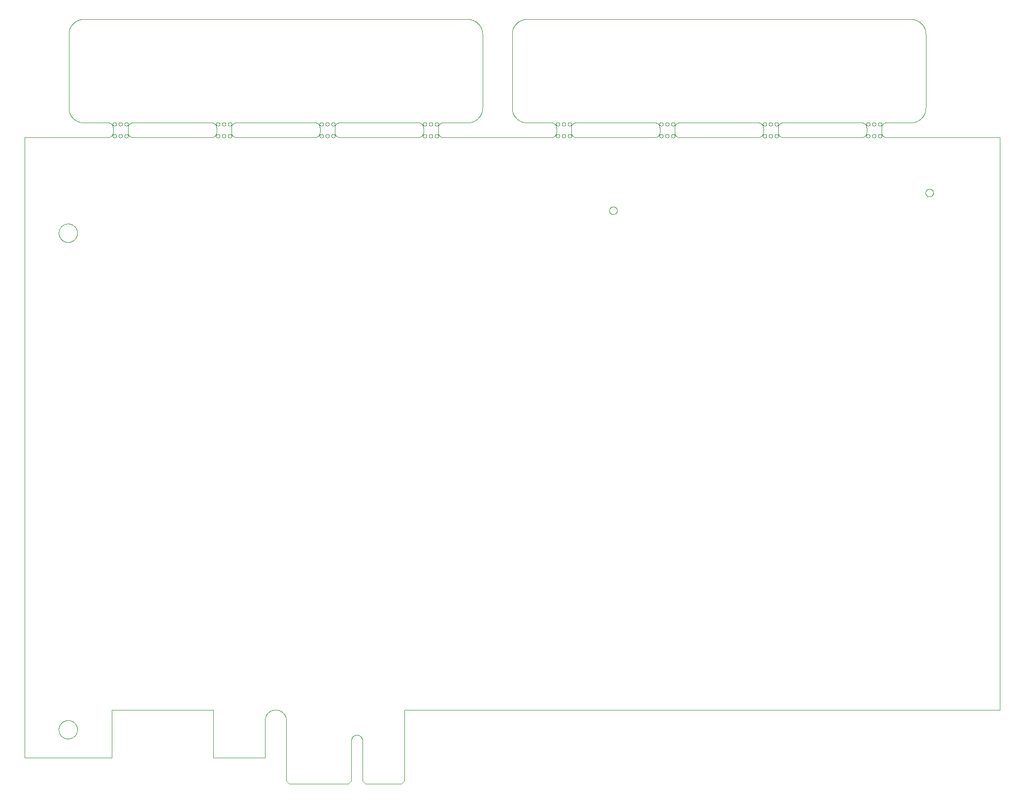
<source format=gko>
G75*
%MOIN*%
%OFA0B0*%
%FSLAX25Y25*%
%IPPOS*%
%LPD*%
%AMOC8*
5,1,8,0,0,1.08239X$1,22.5*
%
%ADD10C,0.00000*%
D10*
X0047558Y0018700D02*
X0047558Y0438700D01*
X0104144Y0438700D01*
X0104258Y0438702D01*
X0104372Y0438708D01*
X0104486Y0438717D01*
X0104599Y0438730D01*
X0104712Y0438748D01*
X0104824Y0438768D01*
X0104935Y0438793D01*
X0105046Y0438821D01*
X0105155Y0438853D01*
X0105264Y0438889D01*
X0105371Y0438928D01*
X0105477Y0438971D01*
X0105581Y0439017D01*
X0105684Y0439067D01*
X0105785Y0439120D01*
X0105884Y0439177D01*
X0105981Y0439236D01*
X0106076Y0439299D01*
X0106169Y0439365D01*
X0106260Y0439435D01*
X0106348Y0439507D01*
X0106434Y0439582D01*
X0106517Y0439660D01*
X0106598Y0439741D01*
X0106676Y0439824D01*
X0106751Y0439910D01*
X0106823Y0439998D01*
X0106893Y0440089D01*
X0106959Y0440182D01*
X0107022Y0440277D01*
X0107081Y0440374D01*
X0107138Y0440473D01*
X0107191Y0440574D01*
X0107241Y0440677D01*
X0107287Y0440781D01*
X0107330Y0440887D01*
X0107369Y0440994D01*
X0107405Y0441103D01*
X0107437Y0441212D01*
X0107465Y0441323D01*
X0107490Y0441434D01*
X0107510Y0441546D01*
X0107528Y0441659D01*
X0107541Y0441772D01*
X0107550Y0441886D01*
X0107556Y0442000D01*
X0107558Y0442114D01*
X0107558Y0445286D01*
X0107377Y0447700D02*
X0107379Y0447769D01*
X0107385Y0447837D01*
X0107395Y0447905D01*
X0107409Y0447972D01*
X0107427Y0448039D01*
X0107448Y0448104D01*
X0107474Y0448168D01*
X0107503Y0448230D01*
X0107535Y0448290D01*
X0107571Y0448349D01*
X0107611Y0448405D01*
X0107653Y0448459D01*
X0107699Y0448510D01*
X0107748Y0448559D01*
X0107799Y0448605D01*
X0107853Y0448647D01*
X0107909Y0448687D01*
X0107967Y0448723D01*
X0108028Y0448755D01*
X0108090Y0448784D01*
X0108154Y0448810D01*
X0108219Y0448831D01*
X0108286Y0448849D01*
X0108353Y0448863D01*
X0108421Y0448873D01*
X0108489Y0448879D01*
X0108558Y0448881D01*
X0108627Y0448879D01*
X0108695Y0448873D01*
X0108763Y0448863D01*
X0108830Y0448849D01*
X0108897Y0448831D01*
X0108962Y0448810D01*
X0109026Y0448784D01*
X0109088Y0448755D01*
X0109148Y0448723D01*
X0109207Y0448687D01*
X0109263Y0448647D01*
X0109317Y0448605D01*
X0109368Y0448559D01*
X0109417Y0448510D01*
X0109463Y0448459D01*
X0109505Y0448405D01*
X0109545Y0448349D01*
X0109581Y0448290D01*
X0109613Y0448230D01*
X0109642Y0448168D01*
X0109668Y0448104D01*
X0109689Y0448039D01*
X0109707Y0447972D01*
X0109721Y0447905D01*
X0109731Y0447837D01*
X0109737Y0447769D01*
X0109739Y0447700D01*
X0109737Y0447631D01*
X0109731Y0447563D01*
X0109721Y0447495D01*
X0109707Y0447428D01*
X0109689Y0447361D01*
X0109668Y0447296D01*
X0109642Y0447232D01*
X0109613Y0447170D01*
X0109581Y0447109D01*
X0109545Y0447051D01*
X0109505Y0446995D01*
X0109463Y0446941D01*
X0109417Y0446890D01*
X0109368Y0446841D01*
X0109317Y0446795D01*
X0109263Y0446753D01*
X0109207Y0446713D01*
X0109149Y0446677D01*
X0109088Y0446645D01*
X0109026Y0446616D01*
X0108962Y0446590D01*
X0108897Y0446569D01*
X0108830Y0446551D01*
X0108763Y0446537D01*
X0108695Y0446527D01*
X0108627Y0446521D01*
X0108558Y0446519D01*
X0108489Y0446521D01*
X0108421Y0446527D01*
X0108353Y0446537D01*
X0108286Y0446551D01*
X0108219Y0446569D01*
X0108154Y0446590D01*
X0108090Y0446616D01*
X0108028Y0446645D01*
X0107967Y0446677D01*
X0107909Y0446713D01*
X0107853Y0446753D01*
X0107799Y0446795D01*
X0107748Y0446841D01*
X0107699Y0446890D01*
X0107653Y0446941D01*
X0107611Y0446995D01*
X0107571Y0447051D01*
X0107535Y0447109D01*
X0107503Y0447170D01*
X0107474Y0447232D01*
X0107448Y0447296D01*
X0107427Y0447361D01*
X0107409Y0447428D01*
X0107395Y0447495D01*
X0107385Y0447563D01*
X0107379Y0447631D01*
X0107377Y0447700D01*
X0104144Y0448700D02*
X0087558Y0448700D01*
X0087316Y0448703D01*
X0087075Y0448712D01*
X0086834Y0448726D01*
X0086593Y0448747D01*
X0086353Y0448773D01*
X0086113Y0448805D01*
X0085874Y0448843D01*
X0085637Y0448886D01*
X0085400Y0448936D01*
X0085165Y0448991D01*
X0084931Y0449051D01*
X0084699Y0449118D01*
X0084468Y0449189D01*
X0084239Y0449267D01*
X0084012Y0449350D01*
X0083787Y0449438D01*
X0083564Y0449532D01*
X0083344Y0449631D01*
X0083126Y0449736D01*
X0082911Y0449845D01*
X0082698Y0449960D01*
X0082488Y0450080D01*
X0082282Y0450205D01*
X0082078Y0450335D01*
X0081877Y0450470D01*
X0081680Y0450610D01*
X0081486Y0450754D01*
X0081296Y0450903D01*
X0081110Y0451057D01*
X0080927Y0451215D01*
X0080748Y0451377D01*
X0080573Y0451544D01*
X0080402Y0451715D01*
X0080235Y0451890D01*
X0080073Y0452069D01*
X0079915Y0452252D01*
X0079761Y0452438D01*
X0079612Y0452628D01*
X0079468Y0452822D01*
X0079328Y0453019D01*
X0079193Y0453220D01*
X0079063Y0453424D01*
X0078938Y0453630D01*
X0078818Y0453840D01*
X0078703Y0454053D01*
X0078594Y0454268D01*
X0078489Y0454486D01*
X0078390Y0454706D01*
X0078296Y0454929D01*
X0078208Y0455154D01*
X0078125Y0455381D01*
X0078047Y0455610D01*
X0077976Y0455841D01*
X0077909Y0456073D01*
X0077849Y0456307D01*
X0077794Y0456542D01*
X0077744Y0456779D01*
X0077701Y0457016D01*
X0077663Y0457255D01*
X0077631Y0457495D01*
X0077605Y0457735D01*
X0077584Y0457976D01*
X0077570Y0458217D01*
X0077561Y0458458D01*
X0077558Y0458700D01*
X0077558Y0508700D01*
X0077561Y0508942D01*
X0077570Y0509183D01*
X0077584Y0509424D01*
X0077605Y0509665D01*
X0077631Y0509905D01*
X0077663Y0510145D01*
X0077701Y0510384D01*
X0077744Y0510621D01*
X0077794Y0510858D01*
X0077849Y0511093D01*
X0077909Y0511327D01*
X0077976Y0511559D01*
X0078047Y0511790D01*
X0078125Y0512019D01*
X0078208Y0512246D01*
X0078296Y0512471D01*
X0078390Y0512694D01*
X0078489Y0512914D01*
X0078594Y0513132D01*
X0078703Y0513347D01*
X0078818Y0513560D01*
X0078938Y0513770D01*
X0079063Y0513976D01*
X0079193Y0514180D01*
X0079328Y0514381D01*
X0079468Y0514578D01*
X0079612Y0514772D01*
X0079761Y0514962D01*
X0079915Y0515148D01*
X0080073Y0515331D01*
X0080235Y0515510D01*
X0080402Y0515685D01*
X0080573Y0515856D01*
X0080748Y0516023D01*
X0080927Y0516185D01*
X0081110Y0516343D01*
X0081296Y0516497D01*
X0081486Y0516646D01*
X0081680Y0516790D01*
X0081877Y0516930D01*
X0082078Y0517065D01*
X0082282Y0517195D01*
X0082488Y0517320D01*
X0082698Y0517440D01*
X0082911Y0517555D01*
X0083126Y0517664D01*
X0083344Y0517769D01*
X0083564Y0517868D01*
X0083787Y0517962D01*
X0084012Y0518050D01*
X0084239Y0518133D01*
X0084468Y0518211D01*
X0084699Y0518282D01*
X0084931Y0518349D01*
X0085165Y0518409D01*
X0085400Y0518464D01*
X0085637Y0518514D01*
X0085874Y0518557D01*
X0086113Y0518595D01*
X0086353Y0518627D01*
X0086593Y0518653D01*
X0086834Y0518674D01*
X0087075Y0518688D01*
X0087316Y0518697D01*
X0087558Y0518700D01*
X0347558Y0518700D01*
X0347800Y0518697D01*
X0348041Y0518688D01*
X0348282Y0518674D01*
X0348523Y0518653D01*
X0348763Y0518627D01*
X0349003Y0518595D01*
X0349242Y0518557D01*
X0349479Y0518514D01*
X0349716Y0518464D01*
X0349951Y0518409D01*
X0350185Y0518349D01*
X0350417Y0518282D01*
X0350648Y0518211D01*
X0350877Y0518133D01*
X0351104Y0518050D01*
X0351329Y0517962D01*
X0351552Y0517868D01*
X0351772Y0517769D01*
X0351990Y0517664D01*
X0352205Y0517555D01*
X0352418Y0517440D01*
X0352628Y0517320D01*
X0352834Y0517195D01*
X0353038Y0517065D01*
X0353239Y0516930D01*
X0353436Y0516790D01*
X0353630Y0516646D01*
X0353820Y0516497D01*
X0354006Y0516343D01*
X0354189Y0516185D01*
X0354368Y0516023D01*
X0354543Y0515856D01*
X0354714Y0515685D01*
X0354881Y0515510D01*
X0355043Y0515331D01*
X0355201Y0515148D01*
X0355355Y0514962D01*
X0355504Y0514772D01*
X0355648Y0514578D01*
X0355788Y0514381D01*
X0355923Y0514180D01*
X0356053Y0513976D01*
X0356178Y0513770D01*
X0356298Y0513560D01*
X0356413Y0513347D01*
X0356522Y0513132D01*
X0356627Y0512914D01*
X0356726Y0512694D01*
X0356820Y0512471D01*
X0356908Y0512246D01*
X0356991Y0512019D01*
X0357069Y0511790D01*
X0357140Y0511559D01*
X0357207Y0511327D01*
X0357267Y0511093D01*
X0357322Y0510858D01*
X0357372Y0510621D01*
X0357415Y0510384D01*
X0357453Y0510145D01*
X0357485Y0509905D01*
X0357511Y0509665D01*
X0357532Y0509424D01*
X0357546Y0509183D01*
X0357555Y0508942D01*
X0357558Y0508700D01*
X0357558Y0458700D01*
X0357555Y0458458D01*
X0357546Y0458217D01*
X0357532Y0457976D01*
X0357511Y0457735D01*
X0357485Y0457495D01*
X0357453Y0457255D01*
X0357415Y0457016D01*
X0357372Y0456779D01*
X0357322Y0456542D01*
X0357267Y0456307D01*
X0357207Y0456073D01*
X0357140Y0455841D01*
X0357069Y0455610D01*
X0356991Y0455381D01*
X0356908Y0455154D01*
X0356820Y0454929D01*
X0356726Y0454706D01*
X0356627Y0454486D01*
X0356522Y0454268D01*
X0356413Y0454053D01*
X0356298Y0453840D01*
X0356178Y0453630D01*
X0356053Y0453424D01*
X0355923Y0453220D01*
X0355788Y0453019D01*
X0355648Y0452822D01*
X0355504Y0452628D01*
X0355355Y0452438D01*
X0355201Y0452252D01*
X0355043Y0452069D01*
X0354881Y0451890D01*
X0354714Y0451715D01*
X0354543Y0451544D01*
X0354368Y0451377D01*
X0354189Y0451215D01*
X0354006Y0451057D01*
X0353820Y0450903D01*
X0353630Y0450754D01*
X0353436Y0450610D01*
X0353239Y0450470D01*
X0353038Y0450335D01*
X0352834Y0450205D01*
X0352628Y0450080D01*
X0352418Y0449960D01*
X0352205Y0449845D01*
X0351990Y0449736D01*
X0351772Y0449631D01*
X0351552Y0449532D01*
X0351329Y0449438D01*
X0351104Y0449350D01*
X0350877Y0449267D01*
X0350648Y0449189D01*
X0350417Y0449118D01*
X0350185Y0449051D01*
X0349951Y0448991D01*
X0349716Y0448936D01*
X0349479Y0448886D01*
X0349242Y0448843D01*
X0349003Y0448805D01*
X0348763Y0448773D01*
X0348523Y0448747D01*
X0348282Y0448726D01*
X0348041Y0448712D01*
X0347800Y0448703D01*
X0347558Y0448700D01*
X0330972Y0448700D01*
X0330858Y0448698D01*
X0330744Y0448692D01*
X0330630Y0448683D01*
X0330517Y0448670D01*
X0330404Y0448652D01*
X0330292Y0448632D01*
X0330181Y0448607D01*
X0330070Y0448579D01*
X0329961Y0448547D01*
X0329852Y0448511D01*
X0329745Y0448472D01*
X0329639Y0448429D01*
X0329535Y0448383D01*
X0329432Y0448333D01*
X0329331Y0448280D01*
X0329232Y0448223D01*
X0329135Y0448164D01*
X0329040Y0448101D01*
X0328947Y0448035D01*
X0328856Y0447965D01*
X0328768Y0447893D01*
X0328682Y0447818D01*
X0328599Y0447740D01*
X0328518Y0447659D01*
X0328440Y0447576D01*
X0328365Y0447490D01*
X0328293Y0447402D01*
X0328223Y0447311D01*
X0328157Y0447218D01*
X0328094Y0447123D01*
X0328035Y0447026D01*
X0327978Y0446927D01*
X0327925Y0446826D01*
X0327875Y0446723D01*
X0327829Y0446619D01*
X0327786Y0446513D01*
X0327747Y0446406D01*
X0327711Y0446297D01*
X0327679Y0446188D01*
X0327651Y0446077D01*
X0327626Y0445966D01*
X0327606Y0445854D01*
X0327588Y0445741D01*
X0327575Y0445628D01*
X0327566Y0445514D01*
X0327560Y0445400D01*
X0327558Y0445286D01*
X0327558Y0442114D01*
X0325377Y0439700D02*
X0325379Y0439769D01*
X0325385Y0439837D01*
X0325395Y0439905D01*
X0325409Y0439972D01*
X0325427Y0440039D01*
X0325448Y0440104D01*
X0325474Y0440168D01*
X0325503Y0440230D01*
X0325535Y0440290D01*
X0325571Y0440349D01*
X0325611Y0440405D01*
X0325653Y0440459D01*
X0325699Y0440510D01*
X0325748Y0440559D01*
X0325799Y0440605D01*
X0325853Y0440647D01*
X0325909Y0440687D01*
X0325967Y0440723D01*
X0326028Y0440755D01*
X0326090Y0440784D01*
X0326154Y0440810D01*
X0326219Y0440831D01*
X0326286Y0440849D01*
X0326353Y0440863D01*
X0326421Y0440873D01*
X0326489Y0440879D01*
X0326558Y0440881D01*
X0326627Y0440879D01*
X0326695Y0440873D01*
X0326763Y0440863D01*
X0326830Y0440849D01*
X0326897Y0440831D01*
X0326962Y0440810D01*
X0327026Y0440784D01*
X0327088Y0440755D01*
X0327148Y0440723D01*
X0327207Y0440687D01*
X0327263Y0440647D01*
X0327317Y0440605D01*
X0327368Y0440559D01*
X0327417Y0440510D01*
X0327463Y0440459D01*
X0327505Y0440405D01*
X0327545Y0440349D01*
X0327581Y0440290D01*
X0327613Y0440230D01*
X0327642Y0440168D01*
X0327668Y0440104D01*
X0327689Y0440039D01*
X0327707Y0439972D01*
X0327721Y0439905D01*
X0327731Y0439837D01*
X0327737Y0439769D01*
X0327739Y0439700D01*
X0327737Y0439631D01*
X0327731Y0439563D01*
X0327721Y0439495D01*
X0327707Y0439428D01*
X0327689Y0439361D01*
X0327668Y0439296D01*
X0327642Y0439232D01*
X0327613Y0439170D01*
X0327581Y0439109D01*
X0327545Y0439051D01*
X0327505Y0438995D01*
X0327463Y0438941D01*
X0327417Y0438890D01*
X0327368Y0438841D01*
X0327317Y0438795D01*
X0327263Y0438753D01*
X0327207Y0438713D01*
X0327149Y0438677D01*
X0327088Y0438645D01*
X0327026Y0438616D01*
X0326962Y0438590D01*
X0326897Y0438569D01*
X0326830Y0438551D01*
X0326763Y0438537D01*
X0326695Y0438527D01*
X0326627Y0438521D01*
X0326558Y0438519D01*
X0326489Y0438521D01*
X0326421Y0438527D01*
X0326353Y0438537D01*
X0326286Y0438551D01*
X0326219Y0438569D01*
X0326154Y0438590D01*
X0326090Y0438616D01*
X0326028Y0438645D01*
X0325967Y0438677D01*
X0325909Y0438713D01*
X0325853Y0438753D01*
X0325799Y0438795D01*
X0325748Y0438841D01*
X0325699Y0438890D01*
X0325653Y0438941D01*
X0325611Y0438995D01*
X0325571Y0439051D01*
X0325535Y0439109D01*
X0325503Y0439170D01*
X0325474Y0439232D01*
X0325448Y0439296D01*
X0325427Y0439361D01*
X0325409Y0439428D01*
X0325395Y0439495D01*
X0325385Y0439563D01*
X0325379Y0439631D01*
X0325377Y0439700D01*
X0321377Y0439700D02*
X0321379Y0439769D01*
X0321385Y0439837D01*
X0321395Y0439905D01*
X0321409Y0439972D01*
X0321427Y0440039D01*
X0321448Y0440104D01*
X0321474Y0440168D01*
X0321503Y0440230D01*
X0321535Y0440290D01*
X0321571Y0440349D01*
X0321611Y0440405D01*
X0321653Y0440459D01*
X0321699Y0440510D01*
X0321748Y0440559D01*
X0321799Y0440605D01*
X0321853Y0440647D01*
X0321909Y0440687D01*
X0321967Y0440723D01*
X0322028Y0440755D01*
X0322090Y0440784D01*
X0322154Y0440810D01*
X0322219Y0440831D01*
X0322286Y0440849D01*
X0322353Y0440863D01*
X0322421Y0440873D01*
X0322489Y0440879D01*
X0322558Y0440881D01*
X0322627Y0440879D01*
X0322695Y0440873D01*
X0322763Y0440863D01*
X0322830Y0440849D01*
X0322897Y0440831D01*
X0322962Y0440810D01*
X0323026Y0440784D01*
X0323088Y0440755D01*
X0323148Y0440723D01*
X0323207Y0440687D01*
X0323263Y0440647D01*
X0323317Y0440605D01*
X0323368Y0440559D01*
X0323417Y0440510D01*
X0323463Y0440459D01*
X0323505Y0440405D01*
X0323545Y0440349D01*
X0323581Y0440290D01*
X0323613Y0440230D01*
X0323642Y0440168D01*
X0323668Y0440104D01*
X0323689Y0440039D01*
X0323707Y0439972D01*
X0323721Y0439905D01*
X0323731Y0439837D01*
X0323737Y0439769D01*
X0323739Y0439700D01*
X0323737Y0439631D01*
X0323731Y0439563D01*
X0323721Y0439495D01*
X0323707Y0439428D01*
X0323689Y0439361D01*
X0323668Y0439296D01*
X0323642Y0439232D01*
X0323613Y0439170D01*
X0323581Y0439109D01*
X0323545Y0439051D01*
X0323505Y0438995D01*
X0323463Y0438941D01*
X0323417Y0438890D01*
X0323368Y0438841D01*
X0323317Y0438795D01*
X0323263Y0438753D01*
X0323207Y0438713D01*
X0323149Y0438677D01*
X0323088Y0438645D01*
X0323026Y0438616D01*
X0322962Y0438590D01*
X0322897Y0438569D01*
X0322830Y0438551D01*
X0322763Y0438537D01*
X0322695Y0438527D01*
X0322627Y0438521D01*
X0322558Y0438519D01*
X0322489Y0438521D01*
X0322421Y0438527D01*
X0322353Y0438537D01*
X0322286Y0438551D01*
X0322219Y0438569D01*
X0322154Y0438590D01*
X0322090Y0438616D01*
X0322028Y0438645D01*
X0321967Y0438677D01*
X0321909Y0438713D01*
X0321853Y0438753D01*
X0321799Y0438795D01*
X0321748Y0438841D01*
X0321699Y0438890D01*
X0321653Y0438941D01*
X0321611Y0438995D01*
X0321571Y0439051D01*
X0321535Y0439109D01*
X0321503Y0439170D01*
X0321474Y0439232D01*
X0321448Y0439296D01*
X0321427Y0439361D01*
X0321409Y0439428D01*
X0321395Y0439495D01*
X0321385Y0439563D01*
X0321379Y0439631D01*
X0321377Y0439700D01*
X0317377Y0439700D02*
X0317379Y0439769D01*
X0317385Y0439837D01*
X0317395Y0439905D01*
X0317409Y0439972D01*
X0317427Y0440039D01*
X0317448Y0440104D01*
X0317474Y0440168D01*
X0317503Y0440230D01*
X0317535Y0440290D01*
X0317571Y0440349D01*
X0317611Y0440405D01*
X0317653Y0440459D01*
X0317699Y0440510D01*
X0317748Y0440559D01*
X0317799Y0440605D01*
X0317853Y0440647D01*
X0317909Y0440687D01*
X0317967Y0440723D01*
X0318028Y0440755D01*
X0318090Y0440784D01*
X0318154Y0440810D01*
X0318219Y0440831D01*
X0318286Y0440849D01*
X0318353Y0440863D01*
X0318421Y0440873D01*
X0318489Y0440879D01*
X0318558Y0440881D01*
X0318627Y0440879D01*
X0318695Y0440873D01*
X0318763Y0440863D01*
X0318830Y0440849D01*
X0318897Y0440831D01*
X0318962Y0440810D01*
X0319026Y0440784D01*
X0319088Y0440755D01*
X0319148Y0440723D01*
X0319207Y0440687D01*
X0319263Y0440647D01*
X0319317Y0440605D01*
X0319368Y0440559D01*
X0319417Y0440510D01*
X0319463Y0440459D01*
X0319505Y0440405D01*
X0319545Y0440349D01*
X0319581Y0440290D01*
X0319613Y0440230D01*
X0319642Y0440168D01*
X0319668Y0440104D01*
X0319689Y0440039D01*
X0319707Y0439972D01*
X0319721Y0439905D01*
X0319731Y0439837D01*
X0319737Y0439769D01*
X0319739Y0439700D01*
X0319737Y0439631D01*
X0319731Y0439563D01*
X0319721Y0439495D01*
X0319707Y0439428D01*
X0319689Y0439361D01*
X0319668Y0439296D01*
X0319642Y0439232D01*
X0319613Y0439170D01*
X0319581Y0439109D01*
X0319545Y0439051D01*
X0319505Y0438995D01*
X0319463Y0438941D01*
X0319417Y0438890D01*
X0319368Y0438841D01*
X0319317Y0438795D01*
X0319263Y0438753D01*
X0319207Y0438713D01*
X0319149Y0438677D01*
X0319088Y0438645D01*
X0319026Y0438616D01*
X0318962Y0438590D01*
X0318897Y0438569D01*
X0318830Y0438551D01*
X0318763Y0438537D01*
X0318695Y0438527D01*
X0318627Y0438521D01*
X0318558Y0438519D01*
X0318489Y0438521D01*
X0318421Y0438527D01*
X0318353Y0438537D01*
X0318286Y0438551D01*
X0318219Y0438569D01*
X0318154Y0438590D01*
X0318090Y0438616D01*
X0318028Y0438645D01*
X0317967Y0438677D01*
X0317909Y0438713D01*
X0317853Y0438753D01*
X0317799Y0438795D01*
X0317748Y0438841D01*
X0317699Y0438890D01*
X0317653Y0438941D01*
X0317611Y0438995D01*
X0317571Y0439051D01*
X0317535Y0439109D01*
X0317503Y0439170D01*
X0317474Y0439232D01*
X0317448Y0439296D01*
X0317427Y0439361D01*
X0317409Y0439428D01*
X0317395Y0439495D01*
X0317385Y0439563D01*
X0317379Y0439631D01*
X0317377Y0439700D01*
X0317558Y0442114D02*
X0317558Y0445286D01*
X0317377Y0447700D02*
X0317379Y0447769D01*
X0317385Y0447837D01*
X0317395Y0447905D01*
X0317409Y0447972D01*
X0317427Y0448039D01*
X0317448Y0448104D01*
X0317474Y0448168D01*
X0317503Y0448230D01*
X0317535Y0448290D01*
X0317571Y0448349D01*
X0317611Y0448405D01*
X0317653Y0448459D01*
X0317699Y0448510D01*
X0317748Y0448559D01*
X0317799Y0448605D01*
X0317853Y0448647D01*
X0317909Y0448687D01*
X0317967Y0448723D01*
X0318028Y0448755D01*
X0318090Y0448784D01*
X0318154Y0448810D01*
X0318219Y0448831D01*
X0318286Y0448849D01*
X0318353Y0448863D01*
X0318421Y0448873D01*
X0318489Y0448879D01*
X0318558Y0448881D01*
X0318627Y0448879D01*
X0318695Y0448873D01*
X0318763Y0448863D01*
X0318830Y0448849D01*
X0318897Y0448831D01*
X0318962Y0448810D01*
X0319026Y0448784D01*
X0319088Y0448755D01*
X0319148Y0448723D01*
X0319207Y0448687D01*
X0319263Y0448647D01*
X0319317Y0448605D01*
X0319368Y0448559D01*
X0319417Y0448510D01*
X0319463Y0448459D01*
X0319505Y0448405D01*
X0319545Y0448349D01*
X0319581Y0448290D01*
X0319613Y0448230D01*
X0319642Y0448168D01*
X0319668Y0448104D01*
X0319689Y0448039D01*
X0319707Y0447972D01*
X0319721Y0447905D01*
X0319731Y0447837D01*
X0319737Y0447769D01*
X0319739Y0447700D01*
X0319737Y0447631D01*
X0319731Y0447563D01*
X0319721Y0447495D01*
X0319707Y0447428D01*
X0319689Y0447361D01*
X0319668Y0447296D01*
X0319642Y0447232D01*
X0319613Y0447170D01*
X0319581Y0447109D01*
X0319545Y0447051D01*
X0319505Y0446995D01*
X0319463Y0446941D01*
X0319417Y0446890D01*
X0319368Y0446841D01*
X0319317Y0446795D01*
X0319263Y0446753D01*
X0319207Y0446713D01*
X0319149Y0446677D01*
X0319088Y0446645D01*
X0319026Y0446616D01*
X0318962Y0446590D01*
X0318897Y0446569D01*
X0318830Y0446551D01*
X0318763Y0446537D01*
X0318695Y0446527D01*
X0318627Y0446521D01*
X0318558Y0446519D01*
X0318489Y0446521D01*
X0318421Y0446527D01*
X0318353Y0446537D01*
X0318286Y0446551D01*
X0318219Y0446569D01*
X0318154Y0446590D01*
X0318090Y0446616D01*
X0318028Y0446645D01*
X0317967Y0446677D01*
X0317909Y0446713D01*
X0317853Y0446753D01*
X0317799Y0446795D01*
X0317748Y0446841D01*
X0317699Y0446890D01*
X0317653Y0446941D01*
X0317611Y0446995D01*
X0317571Y0447051D01*
X0317535Y0447109D01*
X0317503Y0447170D01*
X0317474Y0447232D01*
X0317448Y0447296D01*
X0317427Y0447361D01*
X0317409Y0447428D01*
X0317395Y0447495D01*
X0317385Y0447563D01*
X0317379Y0447631D01*
X0317377Y0447700D01*
X0314144Y0448700D02*
X0260972Y0448700D01*
X0260858Y0448698D01*
X0260744Y0448692D01*
X0260630Y0448683D01*
X0260517Y0448670D01*
X0260404Y0448652D01*
X0260292Y0448632D01*
X0260181Y0448607D01*
X0260070Y0448579D01*
X0259961Y0448547D01*
X0259852Y0448511D01*
X0259745Y0448472D01*
X0259639Y0448429D01*
X0259535Y0448383D01*
X0259432Y0448333D01*
X0259331Y0448280D01*
X0259232Y0448223D01*
X0259135Y0448164D01*
X0259040Y0448101D01*
X0258947Y0448035D01*
X0258856Y0447965D01*
X0258768Y0447893D01*
X0258682Y0447818D01*
X0258599Y0447740D01*
X0258518Y0447659D01*
X0258440Y0447576D01*
X0258365Y0447490D01*
X0258293Y0447402D01*
X0258223Y0447311D01*
X0258157Y0447218D01*
X0258094Y0447123D01*
X0258035Y0447026D01*
X0257978Y0446927D01*
X0257925Y0446826D01*
X0257875Y0446723D01*
X0257829Y0446619D01*
X0257786Y0446513D01*
X0257747Y0446406D01*
X0257711Y0446297D01*
X0257679Y0446188D01*
X0257651Y0446077D01*
X0257626Y0445966D01*
X0257606Y0445854D01*
X0257588Y0445741D01*
X0257575Y0445628D01*
X0257566Y0445514D01*
X0257560Y0445400D01*
X0257558Y0445286D01*
X0257558Y0442114D01*
X0255377Y0439700D02*
X0255379Y0439769D01*
X0255385Y0439837D01*
X0255395Y0439905D01*
X0255409Y0439972D01*
X0255427Y0440039D01*
X0255448Y0440104D01*
X0255474Y0440168D01*
X0255503Y0440230D01*
X0255535Y0440290D01*
X0255571Y0440349D01*
X0255611Y0440405D01*
X0255653Y0440459D01*
X0255699Y0440510D01*
X0255748Y0440559D01*
X0255799Y0440605D01*
X0255853Y0440647D01*
X0255909Y0440687D01*
X0255967Y0440723D01*
X0256028Y0440755D01*
X0256090Y0440784D01*
X0256154Y0440810D01*
X0256219Y0440831D01*
X0256286Y0440849D01*
X0256353Y0440863D01*
X0256421Y0440873D01*
X0256489Y0440879D01*
X0256558Y0440881D01*
X0256627Y0440879D01*
X0256695Y0440873D01*
X0256763Y0440863D01*
X0256830Y0440849D01*
X0256897Y0440831D01*
X0256962Y0440810D01*
X0257026Y0440784D01*
X0257088Y0440755D01*
X0257148Y0440723D01*
X0257207Y0440687D01*
X0257263Y0440647D01*
X0257317Y0440605D01*
X0257368Y0440559D01*
X0257417Y0440510D01*
X0257463Y0440459D01*
X0257505Y0440405D01*
X0257545Y0440349D01*
X0257581Y0440290D01*
X0257613Y0440230D01*
X0257642Y0440168D01*
X0257668Y0440104D01*
X0257689Y0440039D01*
X0257707Y0439972D01*
X0257721Y0439905D01*
X0257731Y0439837D01*
X0257737Y0439769D01*
X0257739Y0439700D01*
X0257737Y0439631D01*
X0257731Y0439563D01*
X0257721Y0439495D01*
X0257707Y0439428D01*
X0257689Y0439361D01*
X0257668Y0439296D01*
X0257642Y0439232D01*
X0257613Y0439170D01*
X0257581Y0439109D01*
X0257545Y0439051D01*
X0257505Y0438995D01*
X0257463Y0438941D01*
X0257417Y0438890D01*
X0257368Y0438841D01*
X0257317Y0438795D01*
X0257263Y0438753D01*
X0257207Y0438713D01*
X0257149Y0438677D01*
X0257088Y0438645D01*
X0257026Y0438616D01*
X0256962Y0438590D01*
X0256897Y0438569D01*
X0256830Y0438551D01*
X0256763Y0438537D01*
X0256695Y0438527D01*
X0256627Y0438521D01*
X0256558Y0438519D01*
X0256489Y0438521D01*
X0256421Y0438527D01*
X0256353Y0438537D01*
X0256286Y0438551D01*
X0256219Y0438569D01*
X0256154Y0438590D01*
X0256090Y0438616D01*
X0256028Y0438645D01*
X0255967Y0438677D01*
X0255909Y0438713D01*
X0255853Y0438753D01*
X0255799Y0438795D01*
X0255748Y0438841D01*
X0255699Y0438890D01*
X0255653Y0438941D01*
X0255611Y0438995D01*
X0255571Y0439051D01*
X0255535Y0439109D01*
X0255503Y0439170D01*
X0255474Y0439232D01*
X0255448Y0439296D01*
X0255427Y0439361D01*
X0255409Y0439428D01*
X0255395Y0439495D01*
X0255385Y0439563D01*
X0255379Y0439631D01*
X0255377Y0439700D01*
X0251377Y0439700D02*
X0251379Y0439769D01*
X0251385Y0439837D01*
X0251395Y0439905D01*
X0251409Y0439972D01*
X0251427Y0440039D01*
X0251448Y0440104D01*
X0251474Y0440168D01*
X0251503Y0440230D01*
X0251535Y0440290D01*
X0251571Y0440349D01*
X0251611Y0440405D01*
X0251653Y0440459D01*
X0251699Y0440510D01*
X0251748Y0440559D01*
X0251799Y0440605D01*
X0251853Y0440647D01*
X0251909Y0440687D01*
X0251967Y0440723D01*
X0252028Y0440755D01*
X0252090Y0440784D01*
X0252154Y0440810D01*
X0252219Y0440831D01*
X0252286Y0440849D01*
X0252353Y0440863D01*
X0252421Y0440873D01*
X0252489Y0440879D01*
X0252558Y0440881D01*
X0252627Y0440879D01*
X0252695Y0440873D01*
X0252763Y0440863D01*
X0252830Y0440849D01*
X0252897Y0440831D01*
X0252962Y0440810D01*
X0253026Y0440784D01*
X0253088Y0440755D01*
X0253148Y0440723D01*
X0253207Y0440687D01*
X0253263Y0440647D01*
X0253317Y0440605D01*
X0253368Y0440559D01*
X0253417Y0440510D01*
X0253463Y0440459D01*
X0253505Y0440405D01*
X0253545Y0440349D01*
X0253581Y0440290D01*
X0253613Y0440230D01*
X0253642Y0440168D01*
X0253668Y0440104D01*
X0253689Y0440039D01*
X0253707Y0439972D01*
X0253721Y0439905D01*
X0253731Y0439837D01*
X0253737Y0439769D01*
X0253739Y0439700D01*
X0253737Y0439631D01*
X0253731Y0439563D01*
X0253721Y0439495D01*
X0253707Y0439428D01*
X0253689Y0439361D01*
X0253668Y0439296D01*
X0253642Y0439232D01*
X0253613Y0439170D01*
X0253581Y0439109D01*
X0253545Y0439051D01*
X0253505Y0438995D01*
X0253463Y0438941D01*
X0253417Y0438890D01*
X0253368Y0438841D01*
X0253317Y0438795D01*
X0253263Y0438753D01*
X0253207Y0438713D01*
X0253149Y0438677D01*
X0253088Y0438645D01*
X0253026Y0438616D01*
X0252962Y0438590D01*
X0252897Y0438569D01*
X0252830Y0438551D01*
X0252763Y0438537D01*
X0252695Y0438527D01*
X0252627Y0438521D01*
X0252558Y0438519D01*
X0252489Y0438521D01*
X0252421Y0438527D01*
X0252353Y0438537D01*
X0252286Y0438551D01*
X0252219Y0438569D01*
X0252154Y0438590D01*
X0252090Y0438616D01*
X0252028Y0438645D01*
X0251967Y0438677D01*
X0251909Y0438713D01*
X0251853Y0438753D01*
X0251799Y0438795D01*
X0251748Y0438841D01*
X0251699Y0438890D01*
X0251653Y0438941D01*
X0251611Y0438995D01*
X0251571Y0439051D01*
X0251535Y0439109D01*
X0251503Y0439170D01*
X0251474Y0439232D01*
X0251448Y0439296D01*
X0251427Y0439361D01*
X0251409Y0439428D01*
X0251395Y0439495D01*
X0251385Y0439563D01*
X0251379Y0439631D01*
X0251377Y0439700D01*
X0247377Y0439700D02*
X0247379Y0439769D01*
X0247385Y0439837D01*
X0247395Y0439905D01*
X0247409Y0439972D01*
X0247427Y0440039D01*
X0247448Y0440104D01*
X0247474Y0440168D01*
X0247503Y0440230D01*
X0247535Y0440290D01*
X0247571Y0440349D01*
X0247611Y0440405D01*
X0247653Y0440459D01*
X0247699Y0440510D01*
X0247748Y0440559D01*
X0247799Y0440605D01*
X0247853Y0440647D01*
X0247909Y0440687D01*
X0247967Y0440723D01*
X0248028Y0440755D01*
X0248090Y0440784D01*
X0248154Y0440810D01*
X0248219Y0440831D01*
X0248286Y0440849D01*
X0248353Y0440863D01*
X0248421Y0440873D01*
X0248489Y0440879D01*
X0248558Y0440881D01*
X0248627Y0440879D01*
X0248695Y0440873D01*
X0248763Y0440863D01*
X0248830Y0440849D01*
X0248897Y0440831D01*
X0248962Y0440810D01*
X0249026Y0440784D01*
X0249088Y0440755D01*
X0249148Y0440723D01*
X0249207Y0440687D01*
X0249263Y0440647D01*
X0249317Y0440605D01*
X0249368Y0440559D01*
X0249417Y0440510D01*
X0249463Y0440459D01*
X0249505Y0440405D01*
X0249545Y0440349D01*
X0249581Y0440290D01*
X0249613Y0440230D01*
X0249642Y0440168D01*
X0249668Y0440104D01*
X0249689Y0440039D01*
X0249707Y0439972D01*
X0249721Y0439905D01*
X0249731Y0439837D01*
X0249737Y0439769D01*
X0249739Y0439700D01*
X0249737Y0439631D01*
X0249731Y0439563D01*
X0249721Y0439495D01*
X0249707Y0439428D01*
X0249689Y0439361D01*
X0249668Y0439296D01*
X0249642Y0439232D01*
X0249613Y0439170D01*
X0249581Y0439109D01*
X0249545Y0439051D01*
X0249505Y0438995D01*
X0249463Y0438941D01*
X0249417Y0438890D01*
X0249368Y0438841D01*
X0249317Y0438795D01*
X0249263Y0438753D01*
X0249207Y0438713D01*
X0249149Y0438677D01*
X0249088Y0438645D01*
X0249026Y0438616D01*
X0248962Y0438590D01*
X0248897Y0438569D01*
X0248830Y0438551D01*
X0248763Y0438537D01*
X0248695Y0438527D01*
X0248627Y0438521D01*
X0248558Y0438519D01*
X0248489Y0438521D01*
X0248421Y0438527D01*
X0248353Y0438537D01*
X0248286Y0438551D01*
X0248219Y0438569D01*
X0248154Y0438590D01*
X0248090Y0438616D01*
X0248028Y0438645D01*
X0247967Y0438677D01*
X0247909Y0438713D01*
X0247853Y0438753D01*
X0247799Y0438795D01*
X0247748Y0438841D01*
X0247699Y0438890D01*
X0247653Y0438941D01*
X0247611Y0438995D01*
X0247571Y0439051D01*
X0247535Y0439109D01*
X0247503Y0439170D01*
X0247474Y0439232D01*
X0247448Y0439296D01*
X0247427Y0439361D01*
X0247409Y0439428D01*
X0247395Y0439495D01*
X0247385Y0439563D01*
X0247379Y0439631D01*
X0247377Y0439700D01*
X0247558Y0442114D02*
X0247558Y0445286D01*
X0247377Y0447700D02*
X0247379Y0447769D01*
X0247385Y0447837D01*
X0247395Y0447905D01*
X0247409Y0447972D01*
X0247427Y0448039D01*
X0247448Y0448104D01*
X0247474Y0448168D01*
X0247503Y0448230D01*
X0247535Y0448290D01*
X0247571Y0448349D01*
X0247611Y0448405D01*
X0247653Y0448459D01*
X0247699Y0448510D01*
X0247748Y0448559D01*
X0247799Y0448605D01*
X0247853Y0448647D01*
X0247909Y0448687D01*
X0247967Y0448723D01*
X0248028Y0448755D01*
X0248090Y0448784D01*
X0248154Y0448810D01*
X0248219Y0448831D01*
X0248286Y0448849D01*
X0248353Y0448863D01*
X0248421Y0448873D01*
X0248489Y0448879D01*
X0248558Y0448881D01*
X0248627Y0448879D01*
X0248695Y0448873D01*
X0248763Y0448863D01*
X0248830Y0448849D01*
X0248897Y0448831D01*
X0248962Y0448810D01*
X0249026Y0448784D01*
X0249088Y0448755D01*
X0249148Y0448723D01*
X0249207Y0448687D01*
X0249263Y0448647D01*
X0249317Y0448605D01*
X0249368Y0448559D01*
X0249417Y0448510D01*
X0249463Y0448459D01*
X0249505Y0448405D01*
X0249545Y0448349D01*
X0249581Y0448290D01*
X0249613Y0448230D01*
X0249642Y0448168D01*
X0249668Y0448104D01*
X0249689Y0448039D01*
X0249707Y0447972D01*
X0249721Y0447905D01*
X0249731Y0447837D01*
X0249737Y0447769D01*
X0249739Y0447700D01*
X0249737Y0447631D01*
X0249731Y0447563D01*
X0249721Y0447495D01*
X0249707Y0447428D01*
X0249689Y0447361D01*
X0249668Y0447296D01*
X0249642Y0447232D01*
X0249613Y0447170D01*
X0249581Y0447109D01*
X0249545Y0447051D01*
X0249505Y0446995D01*
X0249463Y0446941D01*
X0249417Y0446890D01*
X0249368Y0446841D01*
X0249317Y0446795D01*
X0249263Y0446753D01*
X0249207Y0446713D01*
X0249149Y0446677D01*
X0249088Y0446645D01*
X0249026Y0446616D01*
X0248962Y0446590D01*
X0248897Y0446569D01*
X0248830Y0446551D01*
X0248763Y0446537D01*
X0248695Y0446527D01*
X0248627Y0446521D01*
X0248558Y0446519D01*
X0248489Y0446521D01*
X0248421Y0446527D01*
X0248353Y0446537D01*
X0248286Y0446551D01*
X0248219Y0446569D01*
X0248154Y0446590D01*
X0248090Y0446616D01*
X0248028Y0446645D01*
X0247967Y0446677D01*
X0247909Y0446713D01*
X0247853Y0446753D01*
X0247799Y0446795D01*
X0247748Y0446841D01*
X0247699Y0446890D01*
X0247653Y0446941D01*
X0247611Y0446995D01*
X0247571Y0447051D01*
X0247535Y0447109D01*
X0247503Y0447170D01*
X0247474Y0447232D01*
X0247448Y0447296D01*
X0247427Y0447361D01*
X0247409Y0447428D01*
X0247395Y0447495D01*
X0247385Y0447563D01*
X0247379Y0447631D01*
X0247377Y0447700D01*
X0244144Y0448700D02*
X0190972Y0448700D01*
X0190858Y0448698D01*
X0190744Y0448692D01*
X0190630Y0448683D01*
X0190517Y0448670D01*
X0190404Y0448652D01*
X0190292Y0448632D01*
X0190181Y0448607D01*
X0190070Y0448579D01*
X0189961Y0448547D01*
X0189852Y0448511D01*
X0189745Y0448472D01*
X0189639Y0448429D01*
X0189535Y0448383D01*
X0189432Y0448333D01*
X0189331Y0448280D01*
X0189232Y0448223D01*
X0189135Y0448164D01*
X0189040Y0448101D01*
X0188947Y0448035D01*
X0188856Y0447965D01*
X0188768Y0447893D01*
X0188682Y0447818D01*
X0188599Y0447740D01*
X0188518Y0447659D01*
X0188440Y0447576D01*
X0188365Y0447490D01*
X0188293Y0447402D01*
X0188223Y0447311D01*
X0188157Y0447218D01*
X0188094Y0447123D01*
X0188035Y0447026D01*
X0187978Y0446927D01*
X0187925Y0446826D01*
X0187875Y0446723D01*
X0187829Y0446619D01*
X0187786Y0446513D01*
X0187747Y0446406D01*
X0187711Y0446297D01*
X0187679Y0446188D01*
X0187651Y0446077D01*
X0187626Y0445966D01*
X0187606Y0445854D01*
X0187588Y0445741D01*
X0187575Y0445628D01*
X0187566Y0445514D01*
X0187560Y0445400D01*
X0187558Y0445286D01*
X0187558Y0442114D01*
X0185377Y0439700D02*
X0185379Y0439769D01*
X0185385Y0439837D01*
X0185395Y0439905D01*
X0185409Y0439972D01*
X0185427Y0440039D01*
X0185448Y0440104D01*
X0185474Y0440168D01*
X0185503Y0440230D01*
X0185535Y0440290D01*
X0185571Y0440349D01*
X0185611Y0440405D01*
X0185653Y0440459D01*
X0185699Y0440510D01*
X0185748Y0440559D01*
X0185799Y0440605D01*
X0185853Y0440647D01*
X0185909Y0440687D01*
X0185967Y0440723D01*
X0186028Y0440755D01*
X0186090Y0440784D01*
X0186154Y0440810D01*
X0186219Y0440831D01*
X0186286Y0440849D01*
X0186353Y0440863D01*
X0186421Y0440873D01*
X0186489Y0440879D01*
X0186558Y0440881D01*
X0186627Y0440879D01*
X0186695Y0440873D01*
X0186763Y0440863D01*
X0186830Y0440849D01*
X0186897Y0440831D01*
X0186962Y0440810D01*
X0187026Y0440784D01*
X0187088Y0440755D01*
X0187148Y0440723D01*
X0187207Y0440687D01*
X0187263Y0440647D01*
X0187317Y0440605D01*
X0187368Y0440559D01*
X0187417Y0440510D01*
X0187463Y0440459D01*
X0187505Y0440405D01*
X0187545Y0440349D01*
X0187581Y0440290D01*
X0187613Y0440230D01*
X0187642Y0440168D01*
X0187668Y0440104D01*
X0187689Y0440039D01*
X0187707Y0439972D01*
X0187721Y0439905D01*
X0187731Y0439837D01*
X0187737Y0439769D01*
X0187739Y0439700D01*
X0187737Y0439631D01*
X0187731Y0439563D01*
X0187721Y0439495D01*
X0187707Y0439428D01*
X0187689Y0439361D01*
X0187668Y0439296D01*
X0187642Y0439232D01*
X0187613Y0439170D01*
X0187581Y0439109D01*
X0187545Y0439051D01*
X0187505Y0438995D01*
X0187463Y0438941D01*
X0187417Y0438890D01*
X0187368Y0438841D01*
X0187317Y0438795D01*
X0187263Y0438753D01*
X0187207Y0438713D01*
X0187149Y0438677D01*
X0187088Y0438645D01*
X0187026Y0438616D01*
X0186962Y0438590D01*
X0186897Y0438569D01*
X0186830Y0438551D01*
X0186763Y0438537D01*
X0186695Y0438527D01*
X0186627Y0438521D01*
X0186558Y0438519D01*
X0186489Y0438521D01*
X0186421Y0438527D01*
X0186353Y0438537D01*
X0186286Y0438551D01*
X0186219Y0438569D01*
X0186154Y0438590D01*
X0186090Y0438616D01*
X0186028Y0438645D01*
X0185967Y0438677D01*
X0185909Y0438713D01*
X0185853Y0438753D01*
X0185799Y0438795D01*
X0185748Y0438841D01*
X0185699Y0438890D01*
X0185653Y0438941D01*
X0185611Y0438995D01*
X0185571Y0439051D01*
X0185535Y0439109D01*
X0185503Y0439170D01*
X0185474Y0439232D01*
X0185448Y0439296D01*
X0185427Y0439361D01*
X0185409Y0439428D01*
X0185395Y0439495D01*
X0185385Y0439563D01*
X0185379Y0439631D01*
X0185377Y0439700D01*
X0181377Y0439700D02*
X0181379Y0439769D01*
X0181385Y0439837D01*
X0181395Y0439905D01*
X0181409Y0439972D01*
X0181427Y0440039D01*
X0181448Y0440104D01*
X0181474Y0440168D01*
X0181503Y0440230D01*
X0181535Y0440290D01*
X0181571Y0440349D01*
X0181611Y0440405D01*
X0181653Y0440459D01*
X0181699Y0440510D01*
X0181748Y0440559D01*
X0181799Y0440605D01*
X0181853Y0440647D01*
X0181909Y0440687D01*
X0181967Y0440723D01*
X0182028Y0440755D01*
X0182090Y0440784D01*
X0182154Y0440810D01*
X0182219Y0440831D01*
X0182286Y0440849D01*
X0182353Y0440863D01*
X0182421Y0440873D01*
X0182489Y0440879D01*
X0182558Y0440881D01*
X0182627Y0440879D01*
X0182695Y0440873D01*
X0182763Y0440863D01*
X0182830Y0440849D01*
X0182897Y0440831D01*
X0182962Y0440810D01*
X0183026Y0440784D01*
X0183088Y0440755D01*
X0183148Y0440723D01*
X0183207Y0440687D01*
X0183263Y0440647D01*
X0183317Y0440605D01*
X0183368Y0440559D01*
X0183417Y0440510D01*
X0183463Y0440459D01*
X0183505Y0440405D01*
X0183545Y0440349D01*
X0183581Y0440290D01*
X0183613Y0440230D01*
X0183642Y0440168D01*
X0183668Y0440104D01*
X0183689Y0440039D01*
X0183707Y0439972D01*
X0183721Y0439905D01*
X0183731Y0439837D01*
X0183737Y0439769D01*
X0183739Y0439700D01*
X0183737Y0439631D01*
X0183731Y0439563D01*
X0183721Y0439495D01*
X0183707Y0439428D01*
X0183689Y0439361D01*
X0183668Y0439296D01*
X0183642Y0439232D01*
X0183613Y0439170D01*
X0183581Y0439109D01*
X0183545Y0439051D01*
X0183505Y0438995D01*
X0183463Y0438941D01*
X0183417Y0438890D01*
X0183368Y0438841D01*
X0183317Y0438795D01*
X0183263Y0438753D01*
X0183207Y0438713D01*
X0183149Y0438677D01*
X0183088Y0438645D01*
X0183026Y0438616D01*
X0182962Y0438590D01*
X0182897Y0438569D01*
X0182830Y0438551D01*
X0182763Y0438537D01*
X0182695Y0438527D01*
X0182627Y0438521D01*
X0182558Y0438519D01*
X0182489Y0438521D01*
X0182421Y0438527D01*
X0182353Y0438537D01*
X0182286Y0438551D01*
X0182219Y0438569D01*
X0182154Y0438590D01*
X0182090Y0438616D01*
X0182028Y0438645D01*
X0181967Y0438677D01*
X0181909Y0438713D01*
X0181853Y0438753D01*
X0181799Y0438795D01*
X0181748Y0438841D01*
X0181699Y0438890D01*
X0181653Y0438941D01*
X0181611Y0438995D01*
X0181571Y0439051D01*
X0181535Y0439109D01*
X0181503Y0439170D01*
X0181474Y0439232D01*
X0181448Y0439296D01*
X0181427Y0439361D01*
X0181409Y0439428D01*
X0181395Y0439495D01*
X0181385Y0439563D01*
X0181379Y0439631D01*
X0181377Y0439700D01*
X0177377Y0439700D02*
X0177379Y0439769D01*
X0177385Y0439837D01*
X0177395Y0439905D01*
X0177409Y0439972D01*
X0177427Y0440039D01*
X0177448Y0440104D01*
X0177474Y0440168D01*
X0177503Y0440230D01*
X0177535Y0440290D01*
X0177571Y0440349D01*
X0177611Y0440405D01*
X0177653Y0440459D01*
X0177699Y0440510D01*
X0177748Y0440559D01*
X0177799Y0440605D01*
X0177853Y0440647D01*
X0177909Y0440687D01*
X0177967Y0440723D01*
X0178028Y0440755D01*
X0178090Y0440784D01*
X0178154Y0440810D01*
X0178219Y0440831D01*
X0178286Y0440849D01*
X0178353Y0440863D01*
X0178421Y0440873D01*
X0178489Y0440879D01*
X0178558Y0440881D01*
X0178627Y0440879D01*
X0178695Y0440873D01*
X0178763Y0440863D01*
X0178830Y0440849D01*
X0178897Y0440831D01*
X0178962Y0440810D01*
X0179026Y0440784D01*
X0179088Y0440755D01*
X0179148Y0440723D01*
X0179207Y0440687D01*
X0179263Y0440647D01*
X0179317Y0440605D01*
X0179368Y0440559D01*
X0179417Y0440510D01*
X0179463Y0440459D01*
X0179505Y0440405D01*
X0179545Y0440349D01*
X0179581Y0440290D01*
X0179613Y0440230D01*
X0179642Y0440168D01*
X0179668Y0440104D01*
X0179689Y0440039D01*
X0179707Y0439972D01*
X0179721Y0439905D01*
X0179731Y0439837D01*
X0179737Y0439769D01*
X0179739Y0439700D01*
X0179737Y0439631D01*
X0179731Y0439563D01*
X0179721Y0439495D01*
X0179707Y0439428D01*
X0179689Y0439361D01*
X0179668Y0439296D01*
X0179642Y0439232D01*
X0179613Y0439170D01*
X0179581Y0439109D01*
X0179545Y0439051D01*
X0179505Y0438995D01*
X0179463Y0438941D01*
X0179417Y0438890D01*
X0179368Y0438841D01*
X0179317Y0438795D01*
X0179263Y0438753D01*
X0179207Y0438713D01*
X0179149Y0438677D01*
X0179088Y0438645D01*
X0179026Y0438616D01*
X0178962Y0438590D01*
X0178897Y0438569D01*
X0178830Y0438551D01*
X0178763Y0438537D01*
X0178695Y0438527D01*
X0178627Y0438521D01*
X0178558Y0438519D01*
X0178489Y0438521D01*
X0178421Y0438527D01*
X0178353Y0438537D01*
X0178286Y0438551D01*
X0178219Y0438569D01*
X0178154Y0438590D01*
X0178090Y0438616D01*
X0178028Y0438645D01*
X0177967Y0438677D01*
X0177909Y0438713D01*
X0177853Y0438753D01*
X0177799Y0438795D01*
X0177748Y0438841D01*
X0177699Y0438890D01*
X0177653Y0438941D01*
X0177611Y0438995D01*
X0177571Y0439051D01*
X0177535Y0439109D01*
X0177503Y0439170D01*
X0177474Y0439232D01*
X0177448Y0439296D01*
X0177427Y0439361D01*
X0177409Y0439428D01*
X0177395Y0439495D01*
X0177385Y0439563D01*
X0177379Y0439631D01*
X0177377Y0439700D01*
X0177558Y0442114D02*
X0177558Y0445286D01*
X0177377Y0447700D02*
X0177379Y0447769D01*
X0177385Y0447837D01*
X0177395Y0447905D01*
X0177409Y0447972D01*
X0177427Y0448039D01*
X0177448Y0448104D01*
X0177474Y0448168D01*
X0177503Y0448230D01*
X0177535Y0448290D01*
X0177571Y0448349D01*
X0177611Y0448405D01*
X0177653Y0448459D01*
X0177699Y0448510D01*
X0177748Y0448559D01*
X0177799Y0448605D01*
X0177853Y0448647D01*
X0177909Y0448687D01*
X0177967Y0448723D01*
X0178028Y0448755D01*
X0178090Y0448784D01*
X0178154Y0448810D01*
X0178219Y0448831D01*
X0178286Y0448849D01*
X0178353Y0448863D01*
X0178421Y0448873D01*
X0178489Y0448879D01*
X0178558Y0448881D01*
X0178627Y0448879D01*
X0178695Y0448873D01*
X0178763Y0448863D01*
X0178830Y0448849D01*
X0178897Y0448831D01*
X0178962Y0448810D01*
X0179026Y0448784D01*
X0179088Y0448755D01*
X0179148Y0448723D01*
X0179207Y0448687D01*
X0179263Y0448647D01*
X0179317Y0448605D01*
X0179368Y0448559D01*
X0179417Y0448510D01*
X0179463Y0448459D01*
X0179505Y0448405D01*
X0179545Y0448349D01*
X0179581Y0448290D01*
X0179613Y0448230D01*
X0179642Y0448168D01*
X0179668Y0448104D01*
X0179689Y0448039D01*
X0179707Y0447972D01*
X0179721Y0447905D01*
X0179731Y0447837D01*
X0179737Y0447769D01*
X0179739Y0447700D01*
X0179737Y0447631D01*
X0179731Y0447563D01*
X0179721Y0447495D01*
X0179707Y0447428D01*
X0179689Y0447361D01*
X0179668Y0447296D01*
X0179642Y0447232D01*
X0179613Y0447170D01*
X0179581Y0447109D01*
X0179545Y0447051D01*
X0179505Y0446995D01*
X0179463Y0446941D01*
X0179417Y0446890D01*
X0179368Y0446841D01*
X0179317Y0446795D01*
X0179263Y0446753D01*
X0179207Y0446713D01*
X0179149Y0446677D01*
X0179088Y0446645D01*
X0179026Y0446616D01*
X0178962Y0446590D01*
X0178897Y0446569D01*
X0178830Y0446551D01*
X0178763Y0446537D01*
X0178695Y0446527D01*
X0178627Y0446521D01*
X0178558Y0446519D01*
X0178489Y0446521D01*
X0178421Y0446527D01*
X0178353Y0446537D01*
X0178286Y0446551D01*
X0178219Y0446569D01*
X0178154Y0446590D01*
X0178090Y0446616D01*
X0178028Y0446645D01*
X0177967Y0446677D01*
X0177909Y0446713D01*
X0177853Y0446753D01*
X0177799Y0446795D01*
X0177748Y0446841D01*
X0177699Y0446890D01*
X0177653Y0446941D01*
X0177611Y0446995D01*
X0177571Y0447051D01*
X0177535Y0447109D01*
X0177503Y0447170D01*
X0177474Y0447232D01*
X0177448Y0447296D01*
X0177427Y0447361D01*
X0177409Y0447428D01*
X0177395Y0447495D01*
X0177385Y0447563D01*
X0177379Y0447631D01*
X0177377Y0447700D01*
X0174144Y0448700D02*
X0120972Y0448700D01*
X0120858Y0448698D01*
X0120744Y0448692D01*
X0120630Y0448683D01*
X0120517Y0448670D01*
X0120404Y0448652D01*
X0120292Y0448632D01*
X0120181Y0448607D01*
X0120070Y0448579D01*
X0119961Y0448547D01*
X0119852Y0448511D01*
X0119745Y0448472D01*
X0119639Y0448429D01*
X0119535Y0448383D01*
X0119432Y0448333D01*
X0119331Y0448280D01*
X0119232Y0448223D01*
X0119135Y0448164D01*
X0119040Y0448101D01*
X0118947Y0448035D01*
X0118856Y0447965D01*
X0118768Y0447893D01*
X0118682Y0447818D01*
X0118599Y0447740D01*
X0118518Y0447659D01*
X0118440Y0447576D01*
X0118365Y0447490D01*
X0118293Y0447402D01*
X0118223Y0447311D01*
X0118157Y0447218D01*
X0118094Y0447123D01*
X0118035Y0447026D01*
X0117978Y0446927D01*
X0117925Y0446826D01*
X0117875Y0446723D01*
X0117829Y0446619D01*
X0117786Y0446513D01*
X0117747Y0446406D01*
X0117711Y0446297D01*
X0117679Y0446188D01*
X0117651Y0446077D01*
X0117626Y0445966D01*
X0117606Y0445854D01*
X0117588Y0445741D01*
X0117575Y0445628D01*
X0117566Y0445514D01*
X0117560Y0445400D01*
X0117558Y0445286D01*
X0117558Y0442114D01*
X0115377Y0439700D02*
X0115379Y0439769D01*
X0115385Y0439837D01*
X0115395Y0439905D01*
X0115409Y0439972D01*
X0115427Y0440039D01*
X0115448Y0440104D01*
X0115474Y0440168D01*
X0115503Y0440230D01*
X0115535Y0440290D01*
X0115571Y0440349D01*
X0115611Y0440405D01*
X0115653Y0440459D01*
X0115699Y0440510D01*
X0115748Y0440559D01*
X0115799Y0440605D01*
X0115853Y0440647D01*
X0115909Y0440687D01*
X0115967Y0440723D01*
X0116028Y0440755D01*
X0116090Y0440784D01*
X0116154Y0440810D01*
X0116219Y0440831D01*
X0116286Y0440849D01*
X0116353Y0440863D01*
X0116421Y0440873D01*
X0116489Y0440879D01*
X0116558Y0440881D01*
X0116627Y0440879D01*
X0116695Y0440873D01*
X0116763Y0440863D01*
X0116830Y0440849D01*
X0116897Y0440831D01*
X0116962Y0440810D01*
X0117026Y0440784D01*
X0117088Y0440755D01*
X0117148Y0440723D01*
X0117207Y0440687D01*
X0117263Y0440647D01*
X0117317Y0440605D01*
X0117368Y0440559D01*
X0117417Y0440510D01*
X0117463Y0440459D01*
X0117505Y0440405D01*
X0117545Y0440349D01*
X0117581Y0440290D01*
X0117613Y0440230D01*
X0117642Y0440168D01*
X0117668Y0440104D01*
X0117689Y0440039D01*
X0117707Y0439972D01*
X0117721Y0439905D01*
X0117731Y0439837D01*
X0117737Y0439769D01*
X0117739Y0439700D01*
X0117737Y0439631D01*
X0117731Y0439563D01*
X0117721Y0439495D01*
X0117707Y0439428D01*
X0117689Y0439361D01*
X0117668Y0439296D01*
X0117642Y0439232D01*
X0117613Y0439170D01*
X0117581Y0439109D01*
X0117545Y0439051D01*
X0117505Y0438995D01*
X0117463Y0438941D01*
X0117417Y0438890D01*
X0117368Y0438841D01*
X0117317Y0438795D01*
X0117263Y0438753D01*
X0117207Y0438713D01*
X0117149Y0438677D01*
X0117088Y0438645D01*
X0117026Y0438616D01*
X0116962Y0438590D01*
X0116897Y0438569D01*
X0116830Y0438551D01*
X0116763Y0438537D01*
X0116695Y0438527D01*
X0116627Y0438521D01*
X0116558Y0438519D01*
X0116489Y0438521D01*
X0116421Y0438527D01*
X0116353Y0438537D01*
X0116286Y0438551D01*
X0116219Y0438569D01*
X0116154Y0438590D01*
X0116090Y0438616D01*
X0116028Y0438645D01*
X0115967Y0438677D01*
X0115909Y0438713D01*
X0115853Y0438753D01*
X0115799Y0438795D01*
X0115748Y0438841D01*
X0115699Y0438890D01*
X0115653Y0438941D01*
X0115611Y0438995D01*
X0115571Y0439051D01*
X0115535Y0439109D01*
X0115503Y0439170D01*
X0115474Y0439232D01*
X0115448Y0439296D01*
X0115427Y0439361D01*
X0115409Y0439428D01*
X0115395Y0439495D01*
X0115385Y0439563D01*
X0115379Y0439631D01*
X0115377Y0439700D01*
X0111377Y0439700D02*
X0111379Y0439769D01*
X0111385Y0439837D01*
X0111395Y0439905D01*
X0111409Y0439972D01*
X0111427Y0440039D01*
X0111448Y0440104D01*
X0111474Y0440168D01*
X0111503Y0440230D01*
X0111535Y0440290D01*
X0111571Y0440349D01*
X0111611Y0440405D01*
X0111653Y0440459D01*
X0111699Y0440510D01*
X0111748Y0440559D01*
X0111799Y0440605D01*
X0111853Y0440647D01*
X0111909Y0440687D01*
X0111967Y0440723D01*
X0112028Y0440755D01*
X0112090Y0440784D01*
X0112154Y0440810D01*
X0112219Y0440831D01*
X0112286Y0440849D01*
X0112353Y0440863D01*
X0112421Y0440873D01*
X0112489Y0440879D01*
X0112558Y0440881D01*
X0112627Y0440879D01*
X0112695Y0440873D01*
X0112763Y0440863D01*
X0112830Y0440849D01*
X0112897Y0440831D01*
X0112962Y0440810D01*
X0113026Y0440784D01*
X0113088Y0440755D01*
X0113148Y0440723D01*
X0113207Y0440687D01*
X0113263Y0440647D01*
X0113317Y0440605D01*
X0113368Y0440559D01*
X0113417Y0440510D01*
X0113463Y0440459D01*
X0113505Y0440405D01*
X0113545Y0440349D01*
X0113581Y0440290D01*
X0113613Y0440230D01*
X0113642Y0440168D01*
X0113668Y0440104D01*
X0113689Y0440039D01*
X0113707Y0439972D01*
X0113721Y0439905D01*
X0113731Y0439837D01*
X0113737Y0439769D01*
X0113739Y0439700D01*
X0113737Y0439631D01*
X0113731Y0439563D01*
X0113721Y0439495D01*
X0113707Y0439428D01*
X0113689Y0439361D01*
X0113668Y0439296D01*
X0113642Y0439232D01*
X0113613Y0439170D01*
X0113581Y0439109D01*
X0113545Y0439051D01*
X0113505Y0438995D01*
X0113463Y0438941D01*
X0113417Y0438890D01*
X0113368Y0438841D01*
X0113317Y0438795D01*
X0113263Y0438753D01*
X0113207Y0438713D01*
X0113149Y0438677D01*
X0113088Y0438645D01*
X0113026Y0438616D01*
X0112962Y0438590D01*
X0112897Y0438569D01*
X0112830Y0438551D01*
X0112763Y0438537D01*
X0112695Y0438527D01*
X0112627Y0438521D01*
X0112558Y0438519D01*
X0112489Y0438521D01*
X0112421Y0438527D01*
X0112353Y0438537D01*
X0112286Y0438551D01*
X0112219Y0438569D01*
X0112154Y0438590D01*
X0112090Y0438616D01*
X0112028Y0438645D01*
X0111967Y0438677D01*
X0111909Y0438713D01*
X0111853Y0438753D01*
X0111799Y0438795D01*
X0111748Y0438841D01*
X0111699Y0438890D01*
X0111653Y0438941D01*
X0111611Y0438995D01*
X0111571Y0439051D01*
X0111535Y0439109D01*
X0111503Y0439170D01*
X0111474Y0439232D01*
X0111448Y0439296D01*
X0111427Y0439361D01*
X0111409Y0439428D01*
X0111395Y0439495D01*
X0111385Y0439563D01*
X0111379Y0439631D01*
X0111377Y0439700D01*
X0107377Y0439700D02*
X0107379Y0439769D01*
X0107385Y0439837D01*
X0107395Y0439905D01*
X0107409Y0439972D01*
X0107427Y0440039D01*
X0107448Y0440104D01*
X0107474Y0440168D01*
X0107503Y0440230D01*
X0107535Y0440290D01*
X0107571Y0440349D01*
X0107611Y0440405D01*
X0107653Y0440459D01*
X0107699Y0440510D01*
X0107748Y0440559D01*
X0107799Y0440605D01*
X0107853Y0440647D01*
X0107909Y0440687D01*
X0107967Y0440723D01*
X0108028Y0440755D01*
X0108090Y0440784D01*
X0108154Y0440810D01*
X0108219Y0440831D01*
X0108286Y0440849D01*
X0108353Y0440863D01*
X0108421Y0440873D01*
X0108489Y0440879D01*
X0108558Y0440881D01*
X0108627Y0440879D01*
X0108695Y0440873D01*
X0108763Y0440863D01*
X0108830Y0440849D01*
X0108897Y0440831D01*
X0108962Y0440810D01*
X0109026Y0440784D01*
X0109088Y0440755D01*
X0109148Y0440723D01*
X0109207Y0440687D01*
X0109263Y0440647D01*
X0109317Y0440605D01*
X0109368Y0440559D01*
X0109417Y0440510D01*
X0109463Y0440459D01*
X0109505Y0440405D01*
X0109545Y0440349D01*
X0109581Y0440290D01*
X0109613Y0440230D01*
X0109642Y0440168D01*
X0109668Y0440104D01*
X0109689Y0440039D01*
X0109707Y0439972D01*
X0109721Y0439905D01*
X0109731Y0439837D01*
X0109737Y0439769D01*
X0109739Y0439700D01*
X0109737Y0439631D01*
X0109731Y0439563D01*
X0109721Y0439495D01*
X0109707Y0439428D01*
X0109689Y0439361D01*
X0109668Y0439296D01*
X0109642Y0439232D01*
X0109613Y0439170D01*
X0109581Y0439109D01*
X0109545Y0439051D01*
X0109505Y0438995D01*
X0109463Y0438941D01*
X0109417Y0438890D01*
X0109368Y0438841D01*
X0109317Y0438795D01*
X0109263Y0438753D01*
X0109207Y0438713D01*
X0109149Y0438677D01*
X0109088Y0438645D01*
X0109026Y0438616D01*
X0108962Y0438590D01*
X0108897Y0438569D01*
X0108830Y0438551D01*
X0108763Y0438537D01*
X0108695Y0438527D01*
X0108627Y0438521D01*
X0108558Y0438519D01*
X0108489Y0438521D01*
X0108421Y0438527D01*
X0108353Y0438537D01*
X0108286Y0438551D01*
X0108219Y0438569D01*
X0108154Y0438590D01*
X0108090Y0438616D01*
X0108028Y0438645D01*
X0107967Y0438677D01*
X0107909Y0438713D01*
X0107853Y0438753D01*
X0107799Y0438795D01*
X0107748Y0438841D01*
X0107699Y0438890D01*
X0107653Y0438941D01*
X0107611Y0438995D01*
X0107571Y0439051D01*
X0107535Y0439109D01*
X0107503Y0439170D01*
X0107474Y0439232D01*
X0107448Y0439296D01*
X0107427Y0439361D01*
X0107409Y0439428D01*
X0107395Y0439495D01*
X0107385Y0439563D01*
X0107379Y0439631D01*
X0107377Y0439700D01*
X0107558Y0445286D02*
X0107556Y0445400D01*
X0107550Y0445514D01*
X0107541Y0445628D01*
X0107528Y0445741D01*
X0107510Y0445854D01*
X0107490Y0445966D01*
X0107465Y0446077D01*
X0107437Y0446188D01*
X0107405Y0446297D01*
X0107369Y0446406D01*
X0107330Y0446513D01*
X0107287Y0446619D01*
X0107241Y0446723D01*
X0107191Y0446826D01*
X0107138Y0446927D01*
X0107081Y0447026D01*
X0107022Y0447123D01*
X0106959Y0447218D01*
X0106893Y0447311D01*
X0106823Y0447402D01*
X0106751Y0447490D01*
X0106676Y0447576D01*
X0106598Y0447659D01*
X0106517Y0447740D01*
X0106434Y0447818D01*
X0106348Y0447893D01*
X0106260Y0447965D01*
X0106169Y0448035D01*
X0106076Y0448101D01*
X0105981Y0448164D01*
X0105884Y0448223D01*
X0105785Y0448280D01*
X0105684Y0448333D01*
X0105581Y0448383D01*
X0105477Y0448429D01*
X0105371Y0448472D01*
X0105264Y0448511D01*
X0105155Y0448547D01*
X0105046Y0448579D01*
X0104935Y0448607D01*
X0104824Y0448632D01*
X0104712Y0448652D01*
X0104599Y0448670D01*
X0104486Y0448683D01*
X0104372Y0448692D01*
X0104258Y0448698D01*
X0104144Y0448700D01*
X0111377Y0447700D02*
X0111379Y0447769D01*
X0111385Y0447837D01*
X0111395Y0447905D01*
X0111409Y0447972D01*
X0111427Y0448039D01*
X0111448Y0448104D01*
X0111474Y0448168D01*
X0111503Y0448230D01*
X0111535Y0448290D01*
X0111571Y0448349D01*
X0111611Y0448405D01*
X0111653Y0448459D01*
X0111699Y0448510D01*
X0111748Y0448559D01*
X0111799Y0448605D01*
X0111853Y0448647D01*
X0111909Y0448687D01*
X0111967Y0448723D01*
X0112028Y0448755D01*
X0112090Y0448784D01*
X0112154Y0448810D01*
X0112219Y0448831D01*
X0112286Y0448849D01*
X0112353Y0448863D01*
X0112421Y0448873D01*
X0112489Y0448879D01*
X0112558Y0448881D01*
X0112627Y0448879D01*
X0112695Y0448873D01*
X0112763Y0448863D01*
X0112830Y0448849D01*
X0112897Y0448831D01*
X0112962Y0448810D01*
X0113026Y0448784D01*
X0113088Y0448755D01*
X0113148Y0448723D01*
X0113207Y0448687D01*
X0113263Y0448647D01*
X0113317Y0448605D01*
X0113368Y0448559D01*
X0113417Y0448510D01*
X0113463Y0448459D01*
X0113505Y0448405D01*
X0113545Y0448349D01*
X0113581Y0448290D01*
X0113613Y0448230D01*
X0113642Y0448168D01*
X0113668Y0448104D01*
X0113689Y0448039D01*
X0113707Y0447972D01*
X0113721Y0447905D01*
X0113731Y0447837D01*
X0113737Y0447769D01*
X0113739Y0447700D01*
X0113737Y0447631D01*
X0113731Y0447563D01*
X0113721Y0447495D01*
X0113707Y0447428D01*
X0113689Y0447361D01*
X0113668Y0447296D01*
X0113642Y0447232D01*
X0113613Y0447170D01*
X0113581Y0447109D01*
X0113545Y0447051D01*
X0113505Y0446995D01*
X0113463Y0446941D01*
X0113417Y0446890D01*
X0113368Y0446841D01*
X0113317Y0446795D01*
X0113263Y0446753D01*
X0113207Y0446713D01*
X0113149Y0446677D01*
X0113088Y0446645D01*
X0113026Y0446616D01*
X0112962Y0446590D01*
X0112897Y0446569D01*
X0112830Y0446551D01*
X0112763Y0446537D01*
X0112695Y0446527D01*
X0112627Y0446521D01*
X0112558Y0446519D01*
X0112489Y0446521D01*
X0112421Y0446527D01*
X0112353Y0446537D01*
X0112286Y0446551D01*
X0112219Y0446569D01*
X0112154Y0446590D01*
X0112090Y0446616D01*
X0112028Y0446645D01*
X0111967Y0446677D01*
X0111909Y0446713D01*
X0111853Y0446753D01*
X0111799Y0446795D01*
X0111748Y0446841D01*
X0111699Y0446890D01*
X0111653Y0446941D01*
X0111611Y0446995D01*
X0111571Y0447051D01*
X0111535Y0447109D01*
X0111503Y0447170D01*
X0111474Y0447232D01*
X0111448Y0447296D01*
X0111427Y0447361D01*
X0111409Y0447428D01*
X0111395Y0447495D01*
X0111385Y0447563D01*
X0111379Y0447631D01*
X0111377Y0447700D01*
X0115377Y0447700D02*
X0115379Y0447769D01*
X0115385Y0447837D01*
X0115395Y0447905D01*
X0115409Y0447972D01*
X0115427Y0448039D01*
X0115448Y0448104D01*
X0115474Y0448168D01*
X0115503Y0448230D01*
X0115535Y0448290D01*
X0115571Y0448349D01*
X0115611Y0448405D01*
X0115653Y0448459D01*
X0115699Y0448510D01*
X0115748Y0448559D01*
X0115799Y0448605D01*
X0115853Y0448647D01*
X0115909Y0448687D01*
X0115967Y0448723D01*
X0116028Y0448755D01*
X0116090Y0448784D01*
X0116154Y0448810D01*
X0116219Y0448831D01*
X0116286Y0448849D01*
X0116353Y0448863D01*
X0116421Y0448873D01*
X0116489Y0448879D01*
X0116558Y0448881D01*
X0116627Y0448879D01*
X0116695Y0448873D01*
X0116763Y0448863D01*
X0116830Y0448849D01*
X0116897Y0448831D01*
X0116962Y0448810D01*
X0117026Y0448784D01*
X0117088Y0448755D01*
X0117148Y0448723D01*
X0117207Y0448687D01*
X0117263Y0448647D01*
X0117317Y0448605D01*
X0117368Y0448559D01*
X0117417Y0448510D01*
X0117463Y0448459D01*
X0117505Y0448405D01*
X0117545Y0448349D01*
X0117581Y0448290D01*
X0117613Y0448230D01*
X0117642Y0448168D01*
X0117668Y0448104D01*
X0117689Y0448039D01*
X0117707Y0447972D01*
X0117721Y0447905D01*
X0117731Y0447837D01*
X0117737Y0447769D01*
X0117739Y0447700D01*
X0117737Y0447631D01*
X0117731Y0447563D01*
X0117721Y0447495D01*
X0117707Y0447428D01*
X0117689Y0447361D01*
X0117668Y0447296D01*
X0117642Y0447232D01*
X0117613Y0447170D01*
X0117581Y0447109D01*
X0117545Y0447051D01*
X0117505Y0446995D01*
X0117463Y0446941D01*
X0117417Y0446890D01*
X0117368Y0446841D01*
X0117317Y0446795D01*
X0117263Y0446753D01*
X0117207Y0446713D01*
X0117149Y0446677D01*
X0117088Y0446645D01*
X0117026Y0446616D01*
X0116962Y0446590D01*
X0116897Y0446569D01*
X0116830Y0446551D01*
X0116763Y0446537D01*
X0116695Y0446527D01*
X0116627Y0446521D01*
X0116558Y0446519D01*
X0116489Y0446521D01*
X0116421Y0446527D01*
X0116353Y0446537D01*
X0116286Y0446551D01*
X0116219Y0446569D01*
X0116154Y0446590D01*
X0116090Y0446616D01*
X0116028Y0446645D01*
X0115967Y0446677D01*
X0115909Y0446713D01*
X0115853Y0446753D01*
X0115799Y0446795D01*
X0115748Y0446841D01*
X0115699Y0446890D01*
X0115653Y0446941D01*
X0115611Y0446995D01*
X0115571Y0447051D01*
X0115535Y0447109D01*
X0115503Y0447170D01*
X0115474Y0447232D01*
X0115448Y0447296D01*
X0115427Y0447361D01*
X0115409Y0447428D01*
X0115395Y0447495D01*
X0115385Y0447563D01*
X0115379Y0447631D01*
X0115377Y0447700D01*
X0117558Y0442114D02*
X0117560Y0442000D01*
X0117566Y0441886D01*
X0117575Y0441772D01*
X0117588Y0441659D01*
X0117606Y0441546D01*
X0117626Y0441434D01*
X0117651Y0441323D01*
X0117679Y0441212D01*
X0117711Y0441103D01*
X0117747Y0440994D01*
X0117786Y0440887D01*
X0117829Y0440781D01*
X0117875Y0440677D01*
X0117925Y0440574D01*
X0117978Y0440473D01*
X0118035Y0440374D01*
X0118094Y0440277D01*
X0118157Y0440182D01*
X0118223Y0440089D01*
X0118293Y0439998D01*
X0118365Y0439910D01*
X0118440Y0439824D01*
X0118518Y0439741D01*
X0118599Y0439660D01*
X0118682Y0439582D01*
X0118768Y0439507D01*
X0118856Y0439435D01*
X0118947Y0439365D01*
X0119040Y0439299D01*
X0119135Y0439236D01*
X0119232Y0439177D01*
X0119331Y0439120D01*
X0119432Y0439067D01*
X0119535Y0439017D01*
X0119639Y0438971D01*
X0119745Y0438928D01*
X0119852Y0438889D01*
X0119961Y0438853D01*
X0120070Y0438821D01*
X0120181Y0438793D01*
X0120292Y0438768D01*
X0120404Y0438748D01*
X0120517Y0438730D01*
X0120630Y0438717D01*
X0120744Y0438708D01*
X0120858Y0438702D01*
X0120972Y0438700D01*
X0174144Y0438700D01*
X0174258Y0438702D01*
X0174372Y0438708D01*
X0174486Y0438717D01*
X0174599Y0438730D01*
X0174712Y0438748D01*
X0174824Y0438768D01*
X0174935Y0438793D01*
X0175046Y0438821D01*
X0175155Y0438853D01*
X0175264Y0438889D01*
X0175371Y0438928D01*
X0175477Y0438971D01*
X0175581Y0439017D01*
X0175684Y0439067D01*
X0175785Y0439120D01*
X0175884Y0439177D01*
X0175981Y0439236D01*
X0176076Y0439299D01*
X0176169Y0439365D01*
X0176260Y0439435D01*
X0176348Y0439507D01*
X0176434Y0439582D01*
X0176517Y0439660D01*
X0176598Y0439741D01*
X0176676Y0439824D01*
X0176751Y0439910D01*
X0176823Y0439998D01*
X0176893Y0440089D01*
X0176959Y0440182D01*
X0177022Y0440277D01*
X0177081Y0440374D01*
X0177138Y0440473D01*
X0177191Y0440574D01*
X0177241Y0440677D01*
X0177287Y0440781D01*
X0177330Y0440887D01*
X0177369Y0440994D01*
X0177405Y0441103D01*
X0177437Y0441212D01*
X0177465Y0441323D01*
X0177490Y0441434D01*
X0177510Y0441546D01*
X0177528Y0441659D01*
X0177541Y0441772D01*
X0177550Y0441886D01*
X0177556Y0442000D01*
X0177558Y0442114D01*
X0177558Y0445286D02*
X0177556Y0445400D01*
X0177550Y0445514D01*
X0177541Y0445628D01*
X0177528Y0445741D01*
X0177510Y0445854D01*
X0177490Y0445966D01*
X0177465Y0446077D01*
X0177437Y0446188D01*
X0177405Y0446297D01*
X0177369Y0446406D01*
X0177330Y0446513D01*
X0177287Y0446619D01*
X0177241Y0446723D01*
X0177191Y0446826D01*
X0177138Y0446927D01*
X0177081Y0447026D01*
X0177022Y0447123D01*
X0176959Y0447218D01*
X0176893Y0447311D01*
X0176823Y0447402D01*
X0176751Y0447490D01*
X0176676Y0447576D01*
X0176598Y0447659D01*
X0176517Y0447740D01*
X0176434Y0447818D01*
X0176348Y0447893D01*
X0176260Y0447965D01*
X0176169Y0448035D01*
X0176076Y0448101D01*
X0175981Y0448164D01*
X0175884Y0448223D01*
X0175785Y0448280D01*
X0175684Y0448333D01*
X0175581Y0448383D01*
X0175477Y0448429D01*
X0175371Y0448472D01*
X0175264Y0448511D01*
X0175155Y0448547D01*
X0175046Y0448579D01*
X0174935Y0448607D01*
X0174824Y0448632D01*
X0174712Y0448652D01*
X0174599Y0448670D01*
X0174486Y0448683D01*
X0174372Y0448692D01*
X0174258Y0448698D01*
X0174144Y0448700D01*
X0181377Y0447700D02*
X0181379Y0447769D01*
X0181385Y0447837D01*
X0181395Y0447905D01*
X0181409Y0447972D01*
X0181427Y0448039D01*
X0181448Y0448104D01*
X0181474Y0448168D01*
X0181503Y0448230D01*
X0181535Y0448290D01*
X0181571Y0448349D01*
X0181611Y0448405D01*
X0181653Y0448459D01*
X0181699Y0448510D01*
X0181748Y0448559D01*
X0181799Y0448605D01*
X0181853Y0448647D01*
X0181909Y0448687D01*
X0181967Y0448723D01*
X0182028Y0448755D01*
X0182090Y0448784D01*
X0182154Y0448810D01*
X0182219Y0448831D01*
X0182286Y0448849D01*
X0182353Y0448863D01*
X0182421Y0448873D01*
X0182489Y0448879D01*
X0182558Y0448881D01*
X0182627Y0448879D01*
X0182695Y0448873D01*
X0182763Y0448863D01*
X0182830Y0448849D01*
X0182897Y0448831D01*
X0182962Y0448810D01*
X0183026Y0448784D01*
X0183088Y0448755D01*
X0183148Y0448723D01*
X0183207Y0448687D01*
X0183263Y0448647D01*
X0183317Y0448605D01*
X0183368Y0448559D01*
X0183417Y0448510D01*
X0183463Y0448459D01*
X0183505Y0448405D01*
X0183545Y0448349D01*
X0183581Y0448290D01*
X0183613Y0448230D01*
X0183642Y0448168D01*
X0183668Y0448104D01*
X0183689Y0448039D01*
X0183707Y0447972D01*
X0183721Y0447905D01*
X0183731Y0447837D01*
X0183737Y0447769D01*
X0183739Y0447700D01*
X0183737Y0447631D01*
X0183731Y0447563D01*
X0183721Y0447495D01*
X0183707Y0447428D01*
X0183689Y0447361D01*
X0183668Y0447296D01*
X0183642Y0447232D01*
X0183613Y0447170D01*
X0183581Y0447109D01*
X0183545Y0447051D01*
X0183505Y0446995D01*
X0183463Y0446941D01*
X0183417Y0446890D01*
X0183368Y0446841D01*
X0183317Y0446795D01*
X0183263Y0446753D01*
X0183207Y0446713D01*
X0183149Y0446677D01*
X0183088Y0446645D01*
X0183026Y0446616D01*
X0182962Y0446590D01*
X0182897Y0446569D01*
X0182830Y0446551D01*
X0182763Y0446537D01*
X0182695Y0446527D01*
X0182627Y0446521D01*
X0182558Y0446519D01*
X0182489Y0446521D01*
X0182421Y0446527D01*
X0182353Y0446537D01*
X0182286Y0446551D01*
X0182219Y0446569D01*
X0182154Y0446590D01*
X0182090Y0446616D01*
X0182028Y0446645D01*
X0181967Y0446677D01*
X0181909Y0446713D01*
X0181853Y0446753D01*
X0181799Y0446795D01*
X0181748Y0446841D01*
X0181699Y0446890D01*
X0181653Y0446941D01*
X0181611Y0446995D01*
X0181571Y0447051D01*
X0181535Y0447109D01*
X0181503Y0447170D01*
X0181474Y0447232D01*
X0181448Y0447296D01*
X0181427Y0447361D01*
X0181409Y0447428D01*
X0181395Y0447495D01*
X0181385Y0447563D01*
X0181379Y0447631D01*
X0181377Y0447700D01*
X0185377Y0447700D02*
X0185379Y0447769D01*
X0185385Y0447837D01*
X0185395Y0447905D01*
X0185409Y0447972D01*
X0185427Y0448039D01*
X0185448Y0448104D01*
X0185474Y0448168D01*
X0185503Y0448230D01*
X0185535Y0448290D01*
X0185571Y0448349D01*
X0185611Y0448405D01*
X0185653Y0448459D01*
X0185699Y0448510D01*
X0185748Y0448559D01*
X0185799Y0448605D01*
X0185853Y0448647D01*
X0185909Y0448687D01*
X0185967Y0448723D01*
X0186028Y0448755D01*
X0186090Y0448784D01*
X0186154Y0448810D01*
X0186219Y0448831D01*
X0186286Y0448849D01*
X0186353Y0448863D01*
X0186421Y0448873D01*
X0186489Y0448879D01*
X0186558Y0448881D01*
X0186627Y0448879D01*
X0186695Y0448873D01*
X0186763Y0448863D01*
X0186830Y0448849D01*
X0186897Y0448831D01*
X0186962Y0448810D01*
X0187026Y0448784D01*
X0187088Y0448755D01*
X0187148Y0448723D01*
X0187207Y0448687D01*
X0187263Y0448647D01*
X0187317Y0448605D01*
X0187368Y0448559D01*
X0187417Y0448510D01*
X0187463Y0448459D01*
X0187505Y0448405D01*
X0187545Y0448349D01*
X0187581Y0448290D01*
X0187613Y0448230D01*
X0187642Y0448168D01*
X0187668Y0448104D01*
X0187689Y0448039D01*
X0187707Y0447972D01*
X0187721Y0447905D01*
X0187731Y0447837D01*
X0187737Y0447769D01*
X0187739Y0447700D01*
X0187737Y0447631D01*
X0187731Y0447563D01*
X0187721Y0447495D01*
X0187707Y0447428D01*
X0187689Y0447361D01*
X0187668Y0447296D01*
X0187642Y0447232D01*
X0187613Y0447170D01*
X0187581Y0447109D01*
X0187545Y0447051D01*
X0187505Y0446995D01*
X0187463Y0446941D01*
X0187417Y0446890D01*
X0187368Y0446841D01*
X0187317Y0446795D01*
X0187263Y0446753D01*
X0187207Y0446713D01*
X0187149Y0446677D01*
X0187088Y0446645D01*
X0187026Y0446616D01*
X0186962Y0446590D01*
X0186897Y0446569D01*
X0186830Y0446551D01*
X0186763Y0446537D01*
X0186695Y0446527D01*
X0186627Y0446521D01*
X0186558Y0446519D01*
X0186489Y0446521D01*
X0186421Y0446527D01*
X0186353Y0446537D01*
X0186286Y0446551D01*
X0186219Y0446569D01*
X0186154Y0446590D01*
X0186090Y0446616D01*
X0186028Y0446645D01*
X0185967Y0446677D01*
X0185909Y0446713D01*
X0185853Y0446753D01*
X0185799Y0446795D01*
X0185748Y0446841D01*
X0185699Y0446890D01*
X0185653Y0446941D01*
X0185611Y0446995D01*
X0185571Y0447051D01*
X0185535Y0447109D01*
X0185503Y0447170D01*
X0185474Y0447232D01*
X0185448Y0447296D01*
X0185427Y0447361D01*
X0185409Y0447428D01*
X0185395Y0447495D01*
X0185385Y0447563D01*
X0185379Y0447631D01*
X0185377Y0447700D01*
X0187558Y0442114D02*
X0187560Y0442000D01*
X0187566Y0441886D01*
X0187575Y0441772D01*
X0187588Y0441659D01*
X0187606Y0441546D01*
X0187626Y0441434D01*
X0187651Y0441323D01*
X0187679Y0441212D01*
X0187711Y0441103D01*
X0187747Y0440994D01*
X0187786Y0440887D01*
X0187829Y0440781D01*
X0187875Y0440677D01*
X0187925Y0440574D01*
X0187978Y0440473D01*
X0188035Y0440374D01*
X0188094Y0440277D01*
X0188157Y0440182D01*
X0188223Y0440089D01*
X0188293Y0439998D01*
X0188365Y0439910D01*
X0188440Y0439824D01*
X0188518Y0439741D01*
X0188599Y0439660D01*
X0188682Y0439582D01*
X0188768Y0439507D01*
X0188856Y0439435D01*
X0188947Y0439365D01*
X0189040Y0439299D01*
X0189135Y0439236D01*
X0189232Y0439177D01*
X0189331Y0439120D01*
X0189432Y0439067D01*
X0189535Y0439017D01*
X0189639Y0438971D01*
X0189745Y0438928D01*
X0189852Y0438889D01*
X0189961Y0438853D01*
X0190070Y0438821D01*
X0190181Y0438793D01*
X0190292Y0438768D01*
X0190404Y0438748D01*
X0190517Y0438730D01*
X0190630Y0438717D01*
X0190744Y0438708D01*
X0190858Y0438702D01*
X0190972Y0438700D01*
X0244144Y0438700D01*
X0244258Y0438702D01*
X0244372Y0438708D01*
X0244486Y0438717D01*
X0244599Y0438730D01*
X0244712Y0438748D01*
X0244824Y0438768D01*
X0244935Y0438793D01*
X0245046Y0438821D01*
X0245155Y0438853D01*
X0245264Y0438889D01*
X0245371Y0438928D01*
X0245477Y0438971D01*
X0245581Y0439017D01*
X0245684Y0439067D01*
X0245785Y0439120D01*
X0245884Y0439177D01*
X0245981Y0439236D01*
X0246076Y0439299D01*
X0246169Y0439365D01*
X0246260Y0439435D01*
X0246348Y0439507D01*
X0246434Y0439582D01*
X0246517Y0439660D01*
X0246598Y0439741D01*
X0246676Y0439824D01*
X0246751Y0439910D01*
X0246823Y0439998D01*
X0246893Y0440089D01*
X0246959Y0440182D01*
X0247022Y0440277D01*
X0247081Y0440374D01*
X0247138Y0440473D01*
X0247191Y0440574D01*
X0247241Y0440677D01*
X0247287Y0440781D01*
X0247330Y0440887D01*
X0247369Y0440994D01*
X0247405Y0441103D01*
X0247437Y0441212D01*
X0247465Y0441323D01*
X0247490Y0441434D01*
X0247510Y0441546D01*
X0247528Y0441659D01*
X0247541Y0441772D01*
X0247550Y0441886D01*
X0247556Y0442000D01*
X0247558Y0442114D01*
X0247558Y0445286D02*
X0247556Y0445400D01*
X0247550Y0445514D01*
X0247541Y0445628D01*
X0247528Y0445741D01*
X0247510Y0445854D01*
X0247490Y0445966D01*
X0247465Y0446077D01*
X0247437Y0446188D01*
X0247405Y0446297D01*
X0247369Y0446406D01*
X0247330Y0446513D01*
X0247287Y0446619D01*
X0247241Y0446723D01*
X0247191Y0446826D01*
X0247138Y0446927D01*
X0247081Y0447026D01*
X0247022Y0447123D01*
X0246959Y0447218D01*
X0246893Y0447311D01*
X0246823Y0447402D01*
X0246751Y0447490D01*
X0246676Y0447576D01*
X0246598Y0447659D01*
X0246517Y0447740D01*
X0246434Y0447818D01*
X0246348Y0447893D01*
X0246260Y0447965D01*
X0246169Y0448035D01*
X0246076Y0448101D01*
X0245981Y0448164D01*
X0245884Y0448223D01*
X0245785Y0448280D01*
X0245684Y0448333D01*
X0245581Y0448383D01*
X0245477Y0448429D01*
X0245371Y0448472D01*
X0245264Y0448511D01*
X0245155Y0448547D01*
X0245046Y0448579D01*
X0244935Y0448607D01*
X0244824Y0448632D01*
X0244712Y0448652D01*
X0244599Y0448670D01*
X0244486Y0448683D01*
X0244372Y0448692D01*
X0244258Y0448698D01*
X0244144Y0448700D01*
X0251377Y0447700D02*
X0251379Y0447769D01*
X0251385Y0447837D01*
X0251395Y0447905D01*
X0251409Y0447972D01*
X0251427Y0448039D01*
X0251448Y0448104D01*
X0251474Y0448168D01*
X0251503Y0448230D01*
X0251535Y0448290D01*
X0251571Y0448349D01*
X0251611Y0448405D01*
X0251653Y0448459D01*
X0251699Y0448510D01*
X0251748Y0448559D01*
X0251799Y0448605D01*
X0251853Y0448647D01*
X0251909Y0448687D01*
X0251967Y0448723D01*
X0252028Y0448755D01*
X0252090Y0448784D01*
X0252154Y0448810D01*
X0252219Y0448831D01*
X0252286Y0448849D01*
X0252353Y0448863D01*
X0252421Y0448873D01*
X0252489Y0448879D01*
X0252558Y0448881D01*
X0252627Y0448879D01*
X0252695Y0448873D01*
X0252763Y0448863D01*
X0252830Y0448849D01*
X0252897Y0448831D01*
X0252962Y0448810D01*
X0253026Y0448784D01*
X0253088Y0448755D01*
X0253148Y0448723D01*
X0253207Y0448687D01*
X0253263Y0448647D01*
X0253317Y0448605D01*
X0253368Y0448559D01*
X0253417Y0448510D01*
X0253463Y0448459D01*
X0253505Y0448405D01*
X0253545Y0448349D01*
X0253581Y0448290D01*
X0253613Y0448230D01*
X0253642Y0448168D01*
X0253668Y0448104D01*
X0253689Y0448039D01*
X0253707Y0447972D01*
X0253721Y0447905D01*
X0253731Y0447837D01*
X0253737Y0447769D01*
X0253739Y0447700D01*
X0253737Y0447631D01*
X0253731Y0447563D01*
X0253721Y0447495D01*
X0253707Y0447428D01*
X0253689Y0447361D01*
X0253668Y0447296D01*
X0253642Y0447232D01*
X0253613Y0447170D01*
X0253581Y0447109D01*
X0253545Y0447051D01*
X0253505Y0446995D01*
X0253463Y0446941D01*
X0253417Y0446890D01*
X0253368Y0446841D01*
X0253317Y0446795D01*
X0253263Y0446753D01*
X0253207Y0446713D01*
X0253149Y0446677D01*
X0253088Y0446645D01*
X0253026Y0446616D01*
X0252962Y0446590D01*
X0252897Y0446569D01*
X0252830Y0446551D01*
X0252763Y0446537D01*
X0252695Y0446527D01*
X0252627Y0446521D01*
X0252558Y0446519D01*
X0252489Y0446521D01*
X0252421Y0446527D01*
X0252353Y0446537D01*
X0252286Y0446551D01*
X0252219Y0446569D01*
X0252154Y0446590D01*
X0252090Y0446616D01*
X0252028Y0446645D01*
X0251967Y0446677D01*
X0251909Y0446713D01*
X0251853Y0446753D01*
X0251799Y0446795D01*
X0251748Y0446841D01*
X0251699Y0446890D01*
X0251653Y0446941D01*
X0251611Y0446995D01*
X0251571Y0447051D01*
X0251535Y0447109D01*
X0251503Y0447170D01*
X0251474Y0447232D01*
X0251448Y0447296D01*
X0251427Y0447361D01*
X0251409Y0447428D01*
X0251395Y0447495D01*
X0251385Y0447563D01*
X0251379Y0447631D01*
X0251377Y0447700D01*
X0255377Y0447700D02*
X0255379Y0447769D01*
X0255385Y0447837D01*
X0255395Y0447905D01*
X0255409Y0447972D01*
X0255427Y0448039D01*
X0255448Y0448104D01*
X0255474Y0448168D01*
X0255503Y0448230D01*
X0255535Y0448290D01*
X0255571Y0448349D01*
X0255611Y0448405D01*
X0255653Y0448459D01*
X0255699Y0448510D01*
X0255748Y0448559D01*
X0255799Y0448605D01*
X0255853Y0448647D01*
X0255909Y0448687D01*
X0255967Y0448723D01*
X0256028Y0448755D01*
X0256090Y0448784D01*
X0256154Y0448810D01*
X0256219Y0448831D01*
X0256286Y0448849D01*
X0256353Y0448863D01*
X0256421Y0448873D01*
X0256489Y0448879D01*
X0256558Y0448881D01*
X0256627Y0448879D01*
X0256695Y0448873D01*
X0256763Y0448863D01*
X0256830Y0448849D01*
X0256897Y0448831D01*
X0256962Y0448810D01*
X0257026Y0448784D01*
X0257088Y0448755D01*
X0257148Y0448723D01*
X0257207Y0448687D01*
X0257263Y0448647D01*
X0257317Y0448605D01*
X0257368Y0448559D01*
X0257417Y0448510D01*
X0257463Y0448459D01*
X0257505Y0448405D01*
X0257545Y0448349D01*
X0257581Y0448290D01*
X0257613Y0448230D01*
X0257642Y0448168D01*
X0257668Y0448104D01*
X0257689Y0448039D01*
X0257707Y0447972D01*
X0257721Y0447905D01*
X0257731Y0447837D01*
X0257737Y0447769D01*
X0257739Y0447700D01*
X0257737Y0447631D01*
X0257731Y0447563D01*
X0257721Y0447495D01*
X0257707Y0447428D01*
X0257689Y0447361D01*
X0257668Y0447296D01*
X0257642Y0447232D01*
X0257613Y0447170D01*
X0257581Y0447109D01*
X0257545Y0447051D01*
X0257505Y0446995D01*
X0257463Y0446941D01*
X0257417Y0446890D01*
X0257368Y0446841D01*
X0257317Y0446795D01*
X0257263Y0446753D01*
X0257207Y0446713D01*
X0257149Y0446677D01*
X0257088Y0446645D01*
X0257026Y0446616D01*
X0256962Y0446590D01*
X0256897Y0446569D01*
X0256830Y0446551D01*
X0256763Y0446537D01*
X0256695Y0446527D01*
X0256627Y0446521D01*
X0256558Y0446519D01*
X0256489Y0446521D01*
X0256421Y0446527D01*
X0256353Y0446537D01*
X0256286Y0446551D01*
X0256219Y0446569D01*
X0256154Y0446590D01*
X0256090Y0446616D01*
X0256028Y0446645D01*
X0255967Y0446677D01*
X0255909Y0446713D01*
X0255853Y0446753D01*
X0255799Y0446795D01*
X0255748Y0446841D01*
X0255699Y0446890D01*
X0255653Y0446941D01*
X0255611Y0446995D01*
X0255571Y0447051D01*
X0255535Y0447109D01*
X0255503Y0447170D01*
X0255474Y0447232D01*
X0255448Y0447296D01*
X0255427Y0447361D01*
X0255409Y0447428D01*
X0255395Y0447495D01*
X0255385Y0447563D01*
X0255379Y0447631D01*
X0255377Y0447700D01*
X0257558Y0442114D02*
X0257560Y0442000D01*
X0257566Y0441886D01*
X0257575Y0441772D01*
X0257588Y0441659D01*
X0257606Y0441546D01*
X0257626Y0441434D01*
X0257651Y0441323D01*
X0257679Y0441212D01*
X0257711Y0441103D01*
X0257747Y0440994D01*
X0257786Y0440887D01*
X0257829Y0440781D01*
X0257875Y0440677D01*
X0257925Y0440574D01*
X0257978Y0440473D01*
X0258035Y0440374D01*
X0258094Y0440277D01*
X0258157Y0440182D01*
X0258223Y0440089D01*
X0258293Y0439998D01*
X0258365Y0439910D01*
X0258440Y0439824D01*
X0258518Y0439741D01*
X0258599Y0439660D01*
X0258682Y0439582D01*
X0258768Y0439507D01*
X0258856Y0439435D01*
X0258947Y0439365D01*
X0259040Y0439299D01*
X0259135Y0439236D01*
X0259232Y0439177D01*
X0259331Y0439120D01*
X0259432Y0439067D01*
X0259535Y0439017D01*
X0259639Y0438971D01*
X0259745Y0438928D01*
X0259852Y0438889D01*
X0259961Y0438853D01*
X0260070Y0438821D01*
X0260181Y0438793D01*
X0260292Y0438768D01*
X0260404Y0438748D01*
X0260517Y0438730D01*
X0260630Y0438717D01*
X0260744Y0438708D01*
X0260858Y0438702D01*
X0260972Y0438700D01*
X0314144Y0438700D01*
X0314258Y0438702D01*
X0314372Y0438708D01*
X0314486Y0438717D01*
X0314599Y0438730D01*
X0314712Y0438748D01*
X0314824Y0438768D01*
X0314935Y0438793D01*
X0315046Y0438821D01*
X0315155Y0438853D01*
X0315264Y0438889D01*
X0315371Y0438928D01*
X0315477Y0438971D01*
X0315581Y0439017D01*
X0315684Y0439067D01*
X0315785Y0439120D01*
X0315884Y0439177D01*
X0315981Y0439236D01*
X0316076Y0439299D01*
X0316169Y0439365D01*
X0316260Y0439435D01*
X0316348Y0439507D01*
X0316434Y0439582D01*
X0316517Y0439660D01*
X0316598Y0439741D01*
X0316676Y0439824D01*
X0316751Y0439910D01*
X0316823Y0439998D01*
X0316893Y0440089D01*
X0316959Y0440182D01*
X0317022Y0440277D01*
X0317081Y0440374D01*
X0317138Y0440473D01*
X0317191Y0440574D01*
X0317241Y0440677D01*
X0317287Y0440781D01*
X0317330Y0440887D01*
X0317369Y0440994D01*
X0317405Y0441103D01*
X0317437Y0441212D01*
X0317465Y0441323D01*
X0317490Y0441434D01*
X0317510Y0441546D01*
X0317528Y0441659D01*
X0317541Y0441772D01*
X0317550Y0441886D01*
X0317556Y0442000D01*
X0317558Y0442114D01*
X0317558Y0445286D02*
X0317556Y0445400D01*
X0317550Y0445514D01*
X0317541Y0445628D01*
X0317528Y0445741D01*
X0317510Y0445854D01*
X0317490Y0445966D01*
X0317465Y0446077D01*
X0317437Y0446188D01*
X0317405Y0446297D01*
X0317369Y0446406D01*
X0317330Y0446513D01*
X0317287Y0446619D01*
X0317241Y0446723D01*
X0317191Y0446826D01*
X0317138Y0446927D01*
X0317081Y0447026D01*
X0317022Y0447123D01*
X0316959Y0447218D01*
X0316893Y0447311D01*
X0316823Y0447402D01*
X0316751Y0447490D01*
X0316676Y0447576D01*
X0316598Y0447659D01*
X0316517Y0447740D01*
X0316434Y0447818D01*
X0316348Y0447893D01*
X0316260Y0447965D01*
X0316169Y0448035D01*
X0316076Y0448101D01*
X0315981Y0448164D01*
X0315884Y0448223D01*
X0315785Y0448280D01*
X0315684Y0448333D01*
X0315581Y0448383D01*
X0315477Y0448429D01*
X0315371Y0448472D01*
X0315264Y0448511D01*
X0315155Y0448547D01*
X0315046Y0448579D01*
X0314935Y0448607D01*
X0314824Y0448632D01*
X0314712Y0448652D01*
X0314599Y0448670D01*
X0314486Y0448683D01*
X0314372Y0448692D01*
X0314258Y0448698D01*
X0314144Y0448700D01*
X0321377Y0447700D02*
X0321379Y0447769D01*
X0321385Y0447837D01*
X0321395Y0447905D01*
X0321409Y0447972D01*
X0321427Y0448039D01*
X0321448Y0448104D01*
X0321474Y0448168D01*
X0321503Y0448230D01*
X0321535Y0448290D01*
X0321571Y0448349D01*
X0321611Y0448405D01*
X0321653Y0448459D01*
X0321699Y0448510D01*
X0321748Y0448559D01*
X0321799Y0448605D01*
X0321853Y0448647D01*
X0321909Y0448687D01*
X0321967Y0448723D01*
X0322028Y0448755D01*
X0322090Y0448784D01*
X0322154Y0448810D01*
X0322219Y0448831D01*
X0322286Y0448849D01*
X0322353Y0448863D01*
X0322421Y0448873D01*
X0322489Y0448879D01*
X0322558Y0448881D01*
X0322627Y0448879D01*
X0322695Y0448873D01*
X0322763Y0448863D01*
X0322830Y0448849D01*
X0322897Y0448831D01*
X0322962Y0448810D01*
X0323026Y0448784D01*
X0323088Y0448755D01*
X0323148Y0448723D01*
X0323207Y0448687D01*
X0323263Y0448647D01*
X0323317Y0448605D01*
X0323368Y0448559D01*
X0323417Y0448510D01*
X0323463Y0448459D01*
X0323505Y0448405D01*
X0323545Y0448349D01*
X0323581Y0448290D01*
X0323613Y0448230D01*
X0323642Y0448168D01*
X0323668Y0448104D01*
X0323689Y0448039D01*
X0323707Y0447972D01*
X0323721Y0447905D01*
X0323731Y0447837D01*
X0323737Y0447769D01*
X0323739Y0447700D01*
X0323737Y0447631D01*
X0323731Y0447563D01*
X0323721Y0447495D01*
X0323707Y0447428D01*
X0323689Y0447361D01*
X0323668Y0447296D01*
X0323642Y0447232D01*
X0323613Y0447170D01*
X0323581Y0447109D01*
X0323545Y0447051D01*
X0323505Y0446995D01*
X0323463Y0446941D01*
X0323417Y0446890D01*
X0323368Y0446841D01*
X0323317Y0446795D01*
X0323263Y0446753D01*
X0323207Y0446713D01*
X0323149Y0446677D01*
X0323088Y0446645D01*
X0323026Y0446616D01*
X0322962Y0446590D01*
X0322897Y0446569D01*
X0322830Y0446551D01*
X0322763Y0446537D01*
X0322695Y0446527D01*
X0322627Y0446521D01*
X0322558Y0446519D01*
X0322489Y0446521D01*
X0322421Y0446527D01*
X0322353Y0446537D01*
X0322286Y0446551D01*
X0322219Y0446569D01*
X0322154Y0446590D01*
X0322090Y0446616D01*
X0322028Y0446645D01*
X0321967Y0446677D01*
X0321909Y0446713D01*
X0321853Y0446753D01*
X0321799Y0446795D01*
X0321748Y0446841D01*
X0321699Y0446890D01*
X0321653Y0446941D01*
X0321611Y0446995D01*
X0321571Y0447051D01*
X0321535Y0447109D01*
X0321503Y0447170D01*
X0321474Y0447232D01*
X0321448Y0447296D01*
X0321427Y0447361D01*
X0321409Y0447428D01*
X0321395Y0447495D01*
X0321385Y0447563D01*
X0321379Y0447631D01*
X0321377Y0447700D01*
X0325377Y0447700D02*
X0325379Y0447769D01*
X0325385Y0447837D01*
X0325395Y0447905D01*
X0325409Y0447972D01*
X0325427Y0448039D01*
X0325448Y0448104D01*
X0325474Y0448168D01*
X0325503Y0448230D01*
X0325535Y0448290D01*
X0325571Y0448349D01*
X0325611Y0448405D01*
X0325653Y0448459D01*
X0325699Y0448510D01*
X0325748Y0448559D01*
X0325799Y0448605D01*
X0325853Y0448647D01*
X0325909Y0448687D01*
X0325967Y0448723D01*
X0326028Y0448755D01*
X0326090Y0448784D01*
X0326154Y0448810D01*
X0326219Y0448831D01*
X0326286Y0448849D01*
X0326353Y0448863D01*
X0326421Y0448873D01*
X0326489Y0448879D01*
X0326558Y0448881D01*
X0326627Y0448879D01*
X0326695Y0448873D01*
X0326763Y0448863D01*
X0326830Y0448849D01*
X0326897Y0448831D01*
X0326962Y0448810D01*
X0327026Y0448784D01*
X0327088Y0448755D01*
X0327148Y0448723D01*
X0327207Y0448687D01*
X0327263Y0448647D01*
X0327317Y0448605D01*
X0327368Y0448559D01*
X0327417Y0448510D01*
X0327463Y0448459D01*
X0327505Y0448405D01*
X0327545Y0448349D01*
X0327581Y0448290D01*
X0327613Y0448230D01*
X0327642Y0448168D01*
X0327668Y0448104D01*
X0327689Y0448039D01*
X0327707Y0447972D01*
X0327721Y0447905D01*
X0327731Y0447837D01*
X0327737Y0447769D01*
X0327739Y0447700D01*
X0327737Y0447631D01*
X0327731Y0447563D01*
X0327721Y0447495D01*
X0327707Y0447428D01*
X0327689Y0447361D01*
X0327668Y0447296D01*
X0327642Y0447232D01*
X0327613Y0447170D01*
X0327581Y0447109D01*
X0327545Y0447051D01*
X0327505Y0446995D01*
X0327463Y0446941D01*
X0327417Y0446890D01*
X0327368Y0446841D01*
X0327317Y0446795D01*
X0327263Y0446753D01*
X0327207Y0446713D01*
X0327149Y0446677D01*
X0327088Y0446645D01*
X0327026Y0446616D01*
X0326962Y0446590D01*
X0326897Y0446569D01*
X0326830Y0446551D01*
X0326763Y0446537D01*
X0326695Y0446527D01*
X0326627Y0446521D01*
X0326558Y0446519D01*
X0326489Y0446521D01*
X0326421Y0446527D01*
X0326353Y0446537D01*
X0326286Y0446551D01*
X0326219Y0446569D01*
X0326154Y0446590D01*
X0326090Y0446616D01*
X0326028Y0446645D01*
X0325967Y0446677D01*
X0325909Y0446713D01*
X0325853Y0446753D01*
X0325799Y0446795D01*
X0325748Y0446841D01*
X0325699Y0446890D01*
X0325653Y0446941D01*
X0325611Y0446995D01*
X0325571Y0447051D01*
X0325535Y0447109D01*
X0325503Y0447170D01*
X0325474Y0447232D01*
X0325448Y0447296D01*
X0325427Y0447361D01*
X0325409Y0447428D01*
X0325395Y0447495D01*
X0325385Y0447563D01*
X0325379Y0447631D01*
X0325377Y0447700D01*
X0327558Y0442114D02*
X0327560Y0442000D01*
X0327566Y0441886D01*
X0327575Y0441772D01*
X0327588Y0441659D01*
X0327606Y0441546D01*
X0327626Y0441434D01*
X0327651Y0441323D01*
X0327679Y0441212D01*
X0327711Y0441103D01*
X0327747Y0440994D01*
X0327786Y0440887D01*
X0327829Y0440781D01*
X0327875Y0440677D01*
X0327925Y0440574D01*
X0327978Y0440473D01*
X0328035Y0440374D01*
X0328094Y0440277D01*
X0328157Y0440182D01*
X0328223Y0440089D01*
X0328293Y0439998D01*
X0328365Y0439910D01*
X0328440Y0439824D01*
X0328518Y0439741D01*
X0328599Y0439660D01*
X0328682Y0439582D01*
X0328768Y0439507D01*
X0328856Y0439435D01*
X0328947Y0439365D01*
X0329040Y0439299D01*
X0329135Y0439236D01*
X0329232Y0439177D01*
X0329331Y0439120D01*
X0329432Y0439067D01*
X0329535Y0439017D01*
X0329639Y0438971D01*
X0329745Y0438928D01*
X0329852Y0438889D01*
X0329961Y0438853D01*
X0330070Y0438821D01*
X0330181Y0438793D01*
X0330292Y0438768D01*
X0330404Y0438748D01*
X0330517Y0438730D01*
X0330630Y0438717D01*
X0330744Y0438708D01*
X0330858Y0438702D01*
X0330972Y0438700D01*
X0404144Y0438700D01*
X0404258Y0438702D01*
X0404372Y0438708D01*
X0404486Y0438717D01*
X0404599Y0438730D01*
X0404712Y0438748D01*
X0404824Y0438768D01*
X0404935Y0438793D01*
X0405046Y0438821D01*
X0405155Y0438853D01*
X0405264Y0438889D01*
X0405371Y0438928D01*
X0405477Y0438971D01*
X0405581Y0439017D01*
X0405684Y0439067D01*
X0405785Y0439120D01*
X0405884Y0439177D01*
X0405981Y0439236D01*
X0406076Y0439299D01*
X0406169Y0439365D01*
X0406260Y0439435D01*
X0406348Y0439507D01*
X0406434Y0439582D01*
X0406517Y0439660D01*
X0406598Y0439741D01*
X0406676Y0439824D01*
X0406751Y0439910D01*
X0406823Y0439998D01*
X0406893Y0440089D01*
X0406959Y0440182D01*
X0407022Y0440277D01*
X0407081Y0440374D01*
X0407138Y0440473D01*
X0407191Y0440574D01*
X0407241Y0440677D01*
X0407287Y0440781D01*
X0407330Y0440887D01*
X0407369Y0440994D01*
X0407405Y0441103D01*
X0407437Y0441212D01*
X0407465Y0441323D01*
X0407490Y0441434D01*
X0407510Y0441546D01*
X0407528Y0441659D01*
X0407541Y0441772D01*
X0407550Y0441886D01*
X0407556Y0442000D01*
X0407558Y0442114D01*
X0407558Y0445286D01*
X0407377Y0447700D02*
X0407379Y0447769D01*
X0407385Y0447837D01*
X0407395Y0447905D01*
X0407409Y0447972D01*
X0407427Y0448039D01*
X0407448Y0448104D01*
X0407474Y0448168D01*
X0407503Y0448230D01*
X0407535Y0448290D01*
X0407571Y0448349D01*
X0407611Y0448405D01*
X0407653Y0448459D01*
X0407699Y0448510D01*
X0407748Y0448559D01*
X0407799Y0448605D01*
X0407853Y0448647D01*
X0407909Y0448687D01*
X0407967Y0448723D01*
X0408028Y0448755D01*
X0408090Y0448784D01*
X0408154Y0448810D01*
X0408219Y0448831D01*
X0408286Y0448849D01*
X0408353Y0448863D01*
X0408421Y0448873D01*
X0408489Y0448879D01*
X0408558Y0448881D01*
X0408627Y0448879D01*
X0408695Y0448873D01*
X0408763Y0448863D01*
X0408830Y0448849D01*
X0408897Y0448831D01*
X0408962Y0448810D01*
X0409026Y0448784D01*
X0409088Y0448755D01*
X0409148Y0448723D01*
X0409207Y0448687D01*
X0409263Y0448647D01*
X0409317Y0448605D01*
X0409368Y0448559D01*
X0409417Y0448510D01*
X0409463Y0448459D01*
X0409505Y0448405D01*
X0409545Y0448349D01*
X0409581Y0448290D01*
X0409613Y0448230D01*
X0409642Y0448168D01*
X0409668Y0448104D01*
X0409689Y0448039D01*
X0409707Y0447972D01*
X0409721Y0447905D01*
X0409731Y0447837D01*
X0409737Y0447769D01*
X0409739Y0447700D01*
X0409737Y0447631D01*
X0409731Y0447563D01*
X0409721Y0447495D01*
X0409707Y0447428D01*
X0409689Y0447361D01*
X0409668Y0447296D01*
X0409642Y0447232D01*
X0409613Y0447170D01*
X0409581Y0447109D01*
X0409545Y0447051D01*
X0409505Y0446995D01*
X0409463Y0446941D01*
X0409417Y0446890D01*
X0409368Y0446841D01*
X0409317Y0446795D01*
X0409263Y0446753D01*
X0409207Y0446713D01*
X0409149Y0446677D01*
X0409088Y0446645D01*
X0409026Y0446616D01*
X0408962Y0446590D01*
X0408897Y0446569D01*
X0408830Y0446551D01*
X0408763Y0446537D01*
X0408695Y0446527D01*
X0408627Y0446521D01*
X0408558Y0446519D01*
X0408489Y0446521D01*
X0408421Y0446527D01*
X0408353Y0446537D01*
X0408286Y0446551D01*
X0408219Y0446569D01*
X0408154Y0446590D01*
X0408090Y0446616D01*
X0408028Y0446645D01*
X0407967Y0446677D01*
X0407909Y0446713D01*
X0407853Y0446753D01*
X0407799Y0446795D01*
X0407748Y0446841D01*
X0407699Y0446890D01*
X0407653Y0446941D01*
X0407611Y0446995D01*
X0407571Y0447051D01*
X0407535Y0447109D01*
X0407503Y0447170D01*
X0407474Y0447232D01*
X0407448Y0447296D01*
X0407427Y0447361D01*
X0407409Y0447428D01*
X0407395Y0447495D01*
X0407385Y0447563D01*
X0407379Y0447631D01*
X0407377Y0447700D01*
X0404144Y0448700D02*
X0387558Y0448700D01*
X0387316Y0448703D01*
X0387075Y0448712D01*
X0386834Y0448726D01*
X0386593Y0448747D01*
X0386353Y0448773D01*
X0386113Y0448805D01*
X0385874Y0448843D01*
X0385637Y0448886D01*
X0385400Y0448936D01*
X0385165Y0448991D01*
X0384931Y0449051D01*
X0384699Y0449118D01*
X0384468Y0449189D01*
X0384239Y0449267D01*
X0384012Y0449350D01*
X0383787Y0449438D01*
X0383564Y0449532D01*
X0383344Y0449631D01*
X0383126Y0449736D01*
X0382911Y0449845D01*
X0382698Y0449960D01*
X0382488Y0450080D01*
X0382282Y0450205D01*
X0382078Y0450335D01*
X0381877Y0450470D01*
X0381680Y0450610D01*
X0381486Y0450754D01*
X0381296Y0450903D01*
X0381110Y0451057D01*
X0380927Y0451215D01*
X0380748Y0451377D01*
X0380573Y0451544D01*
X0380402Y0451715D01*
X0380235Y0451890D01*
X0380073Y0452069D01*
X0379915Y0452252D01*
X0379761Y0452438D01*
X0379612Y0452628D01*
X0379468Y0452822D01*
X0379328Y0453019D01*
X0379193Y0453220D01*
X0379063Y0453424D01*
X0378938Y0453630D01*
X0378818Y0453840D01*
X0378703Y0454053D01*
X0378594Y0454268D01*
X0378489Y0454486D01*
X0378390Y0454706D01*
X0378296Y0454929D01*
X0378208Y0455154D01*
X0378125Y0455381D01*
X0378047Y0455610D01*
X0377976Y0455841D01*
X0377909Y0456073D01*
X0377849Y0456307D01*
X0377794Y0456542D01*
X0377744Y0456779D01*
X0377701Y0457016D01*
X0377663Y0457255D01*
X0377631Y0457495D01*
X0377605Y0457735D01*
X0377584Y0457976D01*
X0377570Y0458217D01*
X0377561Y0458458D01*
X0377558Y0458700D01*
X0377558Y0508700D01*
X0377561Y0508942D01*
X0377570Y0509183D01*
X0377584Y0509424D01*
X0377605Y0509665D01*
X0377631Y0509905D01*
X0377663Y0510145D01*
X0377701Y0510384D01*
X0377744Y0510621D01*
X0377794Y0510858D01*
X0377849Y0511093D01*
X0377909Y0511327D01*
X0377976Y0511559D01*
X0378047Y0511790D01*
X0378125Y0512019D01*
X0378208Y0512246D01*
X0378296Y0512471D01*
X0378390Y0512694D01*
X0378489Y0512914D01*
X0378594Y0513132D01*
X0378703Y0513347D01*
X0378818Y0513560D01*
X0378938Y0513770D01*
X0379063Y0513976D01*
X0379193Y0514180D01*
X0379328Y0514381D01*
X0379468Y0514578D01*
X0379612Y0514772D01*
X0379761Y0514962D01*
X0379915Y0515148D01*
X0380073Y0515331D01*
X0380235Y0515510D01*
X0380402Y0515685D01*
X0380573Y0515856D01*
X0380748Y0516023D01*
X0380927Y0516185D01*
X0381110Y0516343D01*
X0381296Y0516497D01*
X0381486Y0516646D01*
X0381680Y0516790D01*
X0381877Y0516930D01*
X0382078Y0517065D01*
X0382282Y0517195D01*
X0382488Y0517320D01*
X0382698Y0517440D01*
X0382911Y0517555D01*
X0383126Y0517664D01*
X0383344Y0517769D01*
X0383564Y0517868D01*
X0383787Y0517962D01*
X0384012Y0518050D01*
X0384239Y0518133D01*
X0384468Y0518211D01*
X0384699Y0518282D01*
X0384931Y0518349D01*
X0385165Y0518409D01*
X0385400Y0518464D01*
X0385637Y0518514D01*
X0385874Y0518557D01*
X0386113Y0518595D01*
X0386353Y0518627D01*
X0386593Y0518653D01*
X0386834Y0518674D01*
X0387075Y0518688D01*
X0387316Y0518697D01*
X0387558Y0518700D01*
X0647558Y0518700D01*
X0647800Y0518697D01*
X0648041Y0518688D01*
X0648282Y0518674D01*
X0648523Y0518653D01*
X0648763Y0518627D01*
X0649003Y0518595D01*
X0649242Y0518557D01*
X0649479Y0518514D01*
X0649716Y0518464D01*
X0649951Y0518409D01*
X0650185Y0518349D01*
X0650417Y0518282D01*
X0650648Y0518211D01*
X0650877Y0518133D01*
X0651104Y0518050D01*
X0651329Y0517962D01*
X0651552Y0517868D01*
X0651772Y0517769D01*
X0651990Y0517664D01*
X0652205Y0517555D01*
X0652418Y0517440D01*
X0652628Y0517320D01*
X0652834Y0517195D01*
X0653038Y0517065D01*
X0653239Y0516930D01*
X0653436Y0516790D01*
X0653630Y0516646D01*
X0653820Y0516497D01*
X0654006Y0516343D01*
X0654189Y0516185D01*
X0654368Y0516023D01*
X0654543Y0515856D01*
X0654714Y0515685D01*
X0654881Y0515510D01*
X0655043Y0515331D01*
X0655201Y0515148D01*
X0655355Y0514962D01*
X0655504Y0514772D01*
X0655648Y0514578D01*
X0655788Y0514381D01*
X0655923Y0514180D01*
X0656053Y0513976D01*
X0656178Y0513770D01*
X0656298Y0513560D01*
X0656413Y0513347D01*
X0656522Y0513132D01*
X0656627Y0512914D01*
X0656726Y0512694D01*
X0656820Y0512471D01*
X0656908Y0512246D01*
X0656991Y0512019D01*
X0657069Y0511790D01*
X0657140Y0511559D01*
X0657207Y0511327D01*
X0657267Y0511093D01*
X0657322Y0510858D01*
X0657372Y0510621D01*
X0657415Y0510384D01*
X0657453Y0510145D01*
X0657485Y0509905D01*
X0657511Y0509665D01*
X0657532Y0509424D01*
X0657546Y0509183D01*
X0657555Y0508942D01*
X0657558Y0508700D01*
X0657558Y0458700D01*
X0657555Y0458458D01*
X0657546Y0458217D01*
X0657532Y0457976D01*
X0657511Y0457735D01*
X0657485Y0457495D01*
X0657453Y0457255D01*
X0657415Y0457016D01*
X0657372Y0456779D01*
X0657322Y0456542D01*
X0657267Y0456307D01*
X0657207Y0456073D01*
X0657140Y0455841D01*
X0657069Y0455610D01*
X0656991Y0455381D01*
X0656908Y0455154D01*
X0656820Y0454929D01*
X0656726Y0454706D01*
X0656627Y0454486D01*
X0656522Y0454268D01*
X0656413Y0454053D01*
X0656298Y0453840D01*
X0656178Y0453630D01*
X0656053Y0453424D01*
X0655923Y0453220D01*
X0655788Y0453019D01*
X0655648Y0452822D01*
X0655504Y0452628D01*
X0655355Y0452438D01*
X0655201Y0452252D01*
X0655043Y0452069D01*
X0654881Y0451890D01*
X0654714Y0451715D01*
X0654543Y0451544D01*
X0654368Y0451377D01*
X0654189Y0451215D01*
X0654006Y0451057D01*
X0653820Y0450903D01*
X0653630Y0450754D01*
X0653436Y0450610D01*
X0653239Y0450470D01*
X0653038Y0450335D01*
X0652834Y0450205D01*
X0652628Y0450080D01*
X0652418Y0449960D01*
X0652205Y0449845D01*
X0651990Y0449736D01*
X0651772Y0449631D01*
X0651552Y0449532D01*
X0651329Y0449438D01*
X0651104Y0449350D01*
X0650877Y0449267D01*
X0650648Y0449189D01*
X0650417Y0449118D01*
X0650185Y0449051D01*
X0649951Y0448991D01*
X0649716Y0448936D01*
X0649479Y0448886D01*
X0649242Y0448843D01*
X0649003Y0448805D01*
X0648763Y0448773D01*
X0648523Y0448747D01*
X0648282Y0448726D01*
X0648041Y0448712D01*
X0647800Y0448703D01*
X0647558Y0448700D01*
X0630972Y0448700D01*
X0630858Y0448698D01*
X0630744Y0448692D01*
X0630630Y0448683D01*
X0630517Y0448670D01*
X0630404Y0448652D01*
X0630292Y0448632D01*
X0630181Y0448607D01*
X0630070Y0448579D01*
X0629961Y0448547D01*
X0629852Y0448511D01*
X0629745Y0448472D01*
X0629639Y0448429D01*
X0629535Y0448383D01*
X0629432Y0448333D01*
X0629331Y0448280D01*
X0629232Y0448223D01*
X0629135Y0448164D01*
X0629040Y0448101D01*
X0628947Y0448035D01*
X0628856Y0447965D01*
X0628768Y0447893D01*
X0628682Y0447818D01*
X0628599Y0447740D01*
X0628518Y0447659D01*
X0628440Y0447576D01*
X0628365Y0447490D01*
X0628293Y0447402D01*
X0628223Y0447311D01*
X0628157Y0447218D01*
X0628094Y0447123D01*
X0628035Y0447026D01*
X0627978Y0446927D01*
X0627925Y0446826D01*
X0627875Y0446723D01*
X0627829Y0446619D01*
X0627786Y0446513D01*
X0627747Y0446406D01*
X0627711Y0446297D01*
X0627679Y0446188D01*
X0627651Y0446077D01*
X0627626Y0445966D01*
X0627606Y0445854D01*
X0627588Y0445741D01*
X0627575Y0445628D01*
X0627566Y0445514D01*
X0627560Y0445400D01*
X0627558Y0445286D01*
X0627558Y0442114D01*
X0625377Y0439700D02*
X0625379Y0439769D01*
X0625385Y0439837D01*
X0625395Y0439905D01*
X0625409Y0439972D01*
X0625427Y0440039D01*
X0625448Y0440104D01*
X0625474Y0440168D01*
X0625503Y0440230D01*
X0625535Y0440290D01*
X0625571Y0440349D01*
X0625611Y0440405D01*
X0625653Y0440459D01*
X0625699Y0440510D01*
X0625748Y0440559D01*
X0625799Y0440605D01*
X0625853Y0440647D01*
X0625909Y0440687D01*
X0625967Y0440723D01*
X0626028Y0440755D01*
X0626090Y0440784D01*
X0626154Y0440810D01*
X0626219Y0440831D01*
X0626286Y0440849D01*
X0626353Y0440863D01*
X0626421Y0440873D01*
X0626489Y0440879D01*
X0626558Y0440881D01*
X0626627Y0440879D01*
X0626695Y0440873D01*
X0626763Y0440863D01*
X0626830Y0440849D01*
X0626897Y0440831D01*
X0626962Y0440810D01*
X0627026Y0440784D01*
X0627088Y0440755D01*
X0627148Y0440723D01*
X0627207Y0440687D01*
X0627263Y0440647D01*
X0627317Y0440605D01*
X0627368Y0440559D01*
X0627417Y0440510D01*
X0627463Y0440459D01*
X0627505Y0440405D01*
X0627545Y0440349D01*
X0627581Y0440290D01*
X0627613Y0440230D01*
X0627642Y0440168D01*
X0627668Y0440104D01*
X0627689Y0440039D01*
X0627707Y0439972D01*
X0627721Y0439905D01*
X0627731Y0439837D01*
X0627737Y0439769D01*
X0627739Y0439700D01*
X0627737Y0439631D01*
X0627731Y0439563D01*
X0627721Y0439495D01*
X0627707Y0439428D01*
X0627689Y0439361D01*
X0627668Y0439296D01*
X0627642Y0439232D01*
X0627613Y0439170D01*
X0627581Y0439109D01*
X0627545Y0439051D01*
X0627505Y0438995D01*
X0627463Y0438941D01*
X0627417Y0438890D01*
X0627368Y0438841D01*
X0627317Y0438795D01*
X0627263Y0438753D01*
X0627207Y0438713D01*
X0627149Y0438677D01*
X0627088Y0438645D01*
X0627026Y0438616D01*
X0626962Y0438590D01*
X0626897Y0438569D01*
X0626830Y0438551D01*
X0626763Y0438537D01*
X0626695Y0438527D01*
X0626627Y0438521D01*
X0626558Y0438519D01*
X0626489Y0438521D01*
X0626421Y0438527D01*
X0626353Y0438537D01*
X0626286Y0438551D01*
X0626219Y0438569D01*
X0626154Y0438590D01*
X0626090Y0438616D01*
X0626028Y0438645D01*
X0625967Y0438677D01*
X0625909Y0438713D01*
X0625853Y0438753D01*
X0625799Y0438795D01*
X0625748Y0438841D01*
X0625699Y0438890D01*
X0625653Y0438941D01*
X0625611Y0438995D01*
X0625571Y0439051D01*
X0625535Y0439109D01*
X0625503Y0439170D01*
X0625474Y0439232D01*
X0625448Y0439296D01*
X0625427Y0439361D01*
X0625409Y0439428D01*
X0625395Y0439495D01*
X0625385Y0439563D01*
X0625379Y0439631D01*
X0625377Y0439700D01*
X0621377Y0439700D02*
X0621379Y0439769D01*
X0621385Y0439837D01*
X0621395Y0439905D01*
X0621409Y0439972D01*
X0621427Y0440039D01*
X0621448Y0440104D01*
X0621474Y0440168D01*
X0621503Y0440230D01*
X0621535Y0440290D01*
X0621571Y0440349D01*
X0621611Y0440405D01*
X0621653Y0440459D01*
X0621699Y0440510D01*
X0621748Y0440559D01*
X0621799Y0440605D01*
X0621853Y0440647D01*
X0621909Y0440687D01*
X0621967Y0440723D01*
X0622028Y0440755D01*
X0622090Y0440784D01*
X0622154Y0440810D01*
X0622219Y0440831D01*
X0622286Y0440849D01*
X0622353Y0440863D01*
X0622421Y0440873D01*
X0622489Y0440879D01*
X0622558Y0440881D01*
X0622627Y0440879D01*
X0622695Y0440873D01*
X0622763Y0440863D01*
X0622830Y0440849D01*
X0622897Y0440831D01*
X0622962Y0440810D01*
X0623026Y0440784D01*
X0623088Y0440755D01*
X0623148Y0440723D01*
X0623207Y0440687D01*
X0623263Y0440647D01*
X0623317Y0440605D01*
X0623368Y0440559D01*
X0623417Y0440510D01*
X0623463Y0440459D01*
X0623505Y0440405D01*
X0623545Y0440349D01*
X0623581Y0440290D01*
X0623613Y0440230D01*
X0623642Y0440168D01*
X0623668Y0440104D01*
X0623689Y0440039D01*
X0623707Y0439972D01*
X0623721Y0439905D01*
X0623731Y0439837D01*
X0623737Y0439769D01*
X0623739Y0439700D01*
X0623737Y0439631D01*
X0623731Y0439563D01*
X0623721Y0439495D01*
X0623707Y0439428D01*
X0623689Y0439361D01*
X0623668Y0439296D01*
X0623642Y0439232D01*
X0623613Y0439170D01*
X0623581Y0439109D01*
X0623545Y0439051D01*
X0623505Y0438995D01*
X0623463Y0438941D01*
X0623417Y0438890D01*
X0623368Y0438841D01*
X0623317Y0438795D01*
X0623263Y0438753D01*
X0623207Y0438713D01*
X0623149Y0438677D01*
X0623088Y0438645D01*
X0623026Y0438616D01*
X0622962Y0438590D01*
X0622897Y0438569D01*
X0622830Y0438551D01*
X0622763Y0438537D01*
X0622695Y0438527D01*
X0622627Y0438521D01*
X0622558Y0438519D01*
X0622489Y0438521D01*
X0622421Y0438527D01*
X0622353Y0438537D01*
X0622286Y0438551D01*
X0622219Y0438569D01*
X0622154Y0438590D01*
X0622090Y0438616D01*
X0622028Y0438645D01*
X0621967Y0438677D01*
X0621909Y0438713D01*
X0621853Y0438753D01*
X0621799Y0438795D01*
X0621748Y0438841D01*
X0621699Y0438890D01*
X0621653Y0438941D01*
X0621611Y0438995D01*
X0621571Y0439051D01*
X0621535Y0439109D01*
X0621503Y0439170D01*
X0621474Y0439232D01*
X0621448Y0439296D01*
X0621427Y0439361D01*
X0621409Y0439428D01*
X0621395Y0439495D01*
X0621385Y0439563D01*
X0621379Y0439631D01*
X0621377Y0439700D01*
X0617377Y0439700D02*
X0617379Y0439769D01*
X0617385Y0439837D01*
X0617395Y0439905D01*
X0617409Y0439972D01*
X0617427Y0440039D01*
X0617448Y0440104D01*
X0617474Y0440168D01*
X0617503Y0440230D01*
X0617535Y0440290D01*
X0617571Y0440349D01*
X0617611Y0440405D01*
X0617653Y0440459D01*
X0617699Y0440510D01*
X0617748Y0440559D01*
X0617799Y0440605D01*
X0617853Y0440647D01*
X0617909Y0440687D01*
X0617967Y0440723D01*
X0618028Y0440755D01*
X0618090Y0440784D01*
X0618154Y0440810D01*
X0618219Y0440831D01*
X0618286Y0440849D01*
X0618353Y0440863D01*
X0618421Y0440873D01*
X0618489Y0440879D01*
X0618558Y0440881D01*
X0618627Y0440879D01*
X0618695Y0440873D01*
X0618763Y0440863D01*
X0618830Y0440849D01*
X0618897Y0440831D01*
X0618962Y0440810D01*
X0619026Y0440784D01*
X0619088Y0440755D01*
X0619148Y0440723D01*
X0619207Y0440687D01*
X0619263Y0440647D01*
X0619317Y0440605D01*
X0619368Y0440559D01*
X0619417Y0440510D01*
X0619463Y0440459D01*
X0619505Y0440405D01*
X0619545Y0440349D01*
X0619581Y0440290D01*
X0619613Y0440230D01*
X0619642Y0440168D01*
X0619668Y0440104D01*
X0619689Y0440039D01*
X0619707Y0439972D01*
X0619721Y0439905D01*
X0619731Y0439837D01*
X0619737Y0439769D01*
X0619739Y0439700D01*
X0619737Y0439631D01*
X0619731Y0439563D01*
X0619721Y0439495D01*
X0619707Y0439428D01*
X0619689Y0439361D01*
X0619668Y0439296D01*
X0619642Y0439232D01*
X0619613Y0439170D01*
X0619581Y0439109D01*
X0619545Y0439051D01*
X0619505Y0438995D01*
X0619463Y0438941D01*
X0619417Y0438890D01*
X0619368Y0438841D01*
X0619317Y0438795D01*
X0619263Y0438753D01*
X0619207Y0438713D01*
X0619149Y0438677D01*
X0619088Y0438645D01*
X0619026Y0438616D01*
X0618962Y0438590D01*
X0618897Y0438569D01*
X0618830Y0438551D01*
X0618763Y0438537D01*
X0618695Y0438527D01*
X0618627Y0438521D01*
X0618558Y0438519D01*
X0618489Y0438521D01*
X0618421Y0438527D01*
X0618353Y0438537D01*
X0618286Y0438551D01*
X0618219Y0438569D01*
X0618154Y0438590D01*
X0618090Y0438616D01*
X0618028Y0438645D01*
X0617967Y0438677D01*
X0617909Y0438713D01*
X0617853Y0438753D01*
X0617799Y0438795D01*
X0617748Y0438841D01*
X0617699Y0438890D01*
X0617653Y0438941D01*
X0617611Y0438995D01*
X0617571Y0439051D01*
X0617535Y0439109D01*
X0617503Y0439170D01*
X0617474Y0439232D01*
X0617448Y0439296D01*
X0617427Y0439361D01*
X0617409Y0439428D01*
X0617395Y0439495D01*
X0617385Y0439563D01*
X0617379Y0439631D01*
X0617377Y0439700D01*
X0617558Y0442114D02*
X0617558Y0445286D01*
X0617377Y0447700D02*
X0617379Y0447769D01*
X0617385Y0447837D01*
X0617395Y0447905D01*
X0617409Y0447972D01*
X0617427Y0448039D01*
X0617448Y0448104D01*
X0617474Y0448168D01*
X0617503Y0448230D01*
X0617535Y0448290D01*
X0617571Y0448349D01*
X0617611Y0448405D01*
X0617653Y0448459D01*
X0617699Y0448510D01*
X0617748Y0448559D01*
X0617799Y0448605D01*
X0617853Y0448647D01*
X0617909Y0448687D01*
X0617967Y0448723D01*
X0618028Y0448755D01*
X0618090Y0448784D01*
X0618154Y0448810D01*
X0618219Y0448831D01*
X0618286Y0448849D01*
X0618353Y0448863D01*
X0618421Y0448873D01*
X0618489Y0448879D01*
X0618558Y0448881D01*
X0618627Y0448879D01*
X0618695Y0448873D01*
X0618763Y0448863D01*
X0618830Y0448849D01*
X0618897Y0448831D01*
X0618962Y0448810D01*
X0619026Y0448784D01*
X0619088Y0448755D01*
X0619148Y0448723D01*
X0619207Y0448687D01*
X0619263Y0448647D01*
X0619317Y0448605D01*
X0619368Y0448559D01*
X0619417Y0448510D01*
X0619463Y0448459D01*
X0619505Y0448405D01*
X0619545Y0448349D01*
X0619581Y0448290D01*
X0619613Y0448230D01*
X0619642Y0448168D01*
X0619668Y0448104D01*
X0619689Y0448039D01*
X0619707Y0447972D01*
X0619721Y0447905D01*
X0619731Y0447837D01*
X0619737Y0447769D01*
X0619739Y0447700D01*
X0619737Y0447631D01*
X0619731Y0447563D01*
X0619721Y0447495D01*
X0619707Y0447428D01*
X0619689Y0447361D01*
X0619668Y0447296D01*
X0619642Y0447232D01*
X0619613Y0447170D01*
X0619581Y0447109D01*
X0619545Y0447051D01*
X0619505Y0446995D01*
X0619463Y0446941D01*
X0619417Y0446890D01*
X0619368Y0446841D01*
X0619317Y0446795D01*
X0619263Y0446753D01*
X0619207Y0446713D01*
X0619149Y0446677D01*
X0619088Y0446645D01*
X0619026Y0446616D01*
X0618962Y0446590D01*
X0618897Y0446569D01*
X0618830Y0446551D01*
X0618763Y0446537D01*
X0618695Y0446527D01*
X0618627Y0446521D01*
X0618558Y0446519D01*
X0618489Y0446521D01*
X0618421Y0446527D01*
X0618353Y0446537D01*
X0618286Y0446551D01*
X0618219Y0446569D01*
X0618154Y0446590D01*
X0618090Y0446616D01*
X0618028Y0446645D01*
X0617967Y0446677D01*
X0617909Y0446713D01*
X0617853Y0446753D01*
X0617799Y0446795D01*
X0617748Y0446841D01*
X0617699Y0446890D01*
X0617653Y0446941D01*
X0617611Y0446995D01*
X0617571Y0447051D01*
X0617535Y0447109D01*
X0617503Y0447170D01*
X0617474Y0447232D01*
X0617448Y0447296D01*
X0617427Y0447361D01*
X0617409Y0447428D01*
X0617395Y0447495D01*
X0617385Y0447563D01*
X0617379Y0447631D01*
X0617377Y0447700D01*
X0614144Y0448700D02*
X0560972Y0448700D01*
X0560858Y0448698D01*
X0560744Y0448692D01*
X0560630Y0448683D01*
X0560517Y0448670D01*
X0560404Y0448652D01*
X0560292Y0448632D01*
X0560181Y0448607D01*
X0560070Y0448579D01*
X0559961Y0448547D01*
X0559852Y0448511D01*
X0559745Y0448472D01*
X0559639Y0448429D01*
X0559535Y0448383D01*
X0559432Y0448333D01*
X0559331Y0448280D01*
X0559232Y0448223D01*
X0559135Y0448164D01*
X0559040Y0448101D01*
X0558947Y0448035D01*
X0558856Y0447965D01*
X0558768Y0447893D01*
X0558682Y0447818D01*
X0558599Y0447740D01*
X0558518Y0447659D01*
X0558440Y0447576D01*
X0558365Y0447490D01*
X0558293Y0447402D01*
X0558223Y0447311D01*
X0558157Y0447218D01*
X0558094Y0447123D01*
X0558035Y0447026D01*
X0557978Y0446927D01*
X0557925Y0446826D01*
X0557875Y0446723D01*
X0557829Y0446619D01*
X0557786Y0446513D01*
X0557747Y0446406D01*
X0557711Y0446297D01*
X0557679Y0446188D01*
X0557651Y0446077D01*
X0557626Y0445966D01*
X0557606Y0445854D01*
X0557588Y0445741D01*
X0557575Y0445628D01*
X0557566Y0445514D01*
X0557560Y0445400D01*
X0557558Y0445286D01*
X0557558Y0442114D01*
X0555377Y0439700D02*
X0555379Y0439769D01*
X0555385Y0439837D01*
X0555395Y0439905D01*
X0555409Y0439972D01*
X0555427Y0440039D01*
X0555448Y0440104D01*
X0555474Y0440168D01*
X0555503Y0440230D01*
X0555535Y0440290D01*
X0555571Y0440349D01*
X0555611Y0440405D01*
X0555653Y0440459D01*
X0555699Y0440510D01*
X0555748Y0440559D01*
X0555799Y0440605D01*
X0555853Y0440647D01*
X0555909Y0440687D01*
X0555967Y0440723D01*
X0556028Y0440755D01*
X0556090Y0440784D01*
X0556154Y0440810D01*
X0556219Y0440831D01*
X0556286Y0440849D01*
X0556353Y0440863D01*
X0556421Y0440873D01*
X0556489Y0440879D01*
X0556558Y0440881D01*
X0556627Y0440879D01*
X0556695Y0440873D01*
X0556763Y0440863D01*
X0556830Y0440849D01*
X0556897Y0440831D01*
X0556962Y0440810D01*
X0557026Y0440784D01*
X0557088Y0440755D01*
X0557148Y0440723D01*
X0557207Y0440687D01*
X0557263Y0440647D01*
X0557317Y0440605D01*
X0557368Y0440559D01*
X0557417Y0440510D01*
X0557463Y0440459D01*
X0557505Y0440405D01*
X0557545Y0440349D01*
X0557581Y0440290D01*
X0557613Y0440230D01*
X0557642Y0440168D01*
X0557668Y0440104D01*
X0557689Y0440039D01*
X0557707Y0439972D01*
X0557721Y0439905D01*
X0557731Y0439837D01*
X0557737Y0439769D01*
X0557739Y0439700D01*
X0557737Y0439631D01*
X0557731Y0439563D01*
X0557721Y0439495D01*
X0557707Y0439428D01*
X0557689Y0439361D01*
X0557668Y0439296D01*
X0557642Y0439232D01*
X0557613Y0439170D01*
X0557581Y0439109D01*
X0557545Y0439051D01*
X0557505Y0438995D01*
X0557463Y0438941D01*
X0557417Y0438890D01*
X0557368Y0438841D01*
X0557317Y0438795D01*
X0557263Y0438753D01*
X0557207Y0438713D01*
X0557149Y0438677D01*
X0557088Y0438645D01*
X0557026Y0438616D01*
X0556962Y0438590D01*
X0556897Y0438569D01*
X0556830Y0438551D01*
X0556763Y0438537D01*
X0556695Y0438527D01*
X0556627Y0438521D01*
X0556558Y0438519D01*
X0556489Y0438521D01*
X0556421Y0438527D01*
X0556353Y0438537D01*
X0556286Y0438551D01*
X0556219Y0438569D01*
X0556154Y0438590D01*
X0556090Y0438616D01*
X0556028Y0438645D01*
X0555967Y0438677D01*
X0555909Y0438713D01*
X0555853Y0438753D01*
X0555799Y0438795D01*
X0555748Y0438841D01*
X0555699Y0438890D01*
X0555653Y0438941D01*
X0555611Y0438995D01*
X0555571Y0439051D01*
X0555535Y0439109D01*
X0555503Y0439170D01*
X0555474Y0439232D01*
X0555448Y0439296D01*
X0555427Y0439361D01*
X0555409Y0439428D01*
X0555395Y0439495D01*
X0555385Y0439563D01*
X0555379Y0439631D01*
X0555377Y0439700D01*
X0551377Y0439700D02*
X0551379Y0439769D01*
X0551385Y0439837D01*
X0551395Y0439905D01*
X0551409Y0439972D01*
X0551427Y0440039D01*
X0551448Y0440104D01*
X0551474Y0440168D01*
X0551503Y0440230D01*
X0551535Y0440290D01*
X0551571Y0440349D01*
X0551611Y0440405D01*
X0551653Y0440459D01*
X0551699Y0440510D01*
X0551748Y0440559D01*
X0551799Y0440605D01*
X0551853Y0440647D01*
X0551909Y0440687D01*
X0551967Y0440723D01*
X0552028Y0440755D01*
X0552090Y0440784D01*
X0552154Y0440810D01*
X0552219Y0440831D01*
X0552286Y0440849D01*
X0552353Y0440863D01*
X0552421Y0440873D01*
X0552489Y0440879D01*
X0552558Y0440881D01*
X0552627Y0440879D01*
X0552695Y0440873D01*
X0552763Y0440863D01*
X0552830Y0440849D01*
X0552897Y0440831D01*
X0552962Y0440810D01*
X0553026Y0440784D01*
X0553088Y0440755D01*
X0553148Y0440723D01*
X0553207Y0440687D01*
X0553263Y0440647D01*
X0553317Y0440605D01*
X0553368Y0440559D01*
X0553417Y0440510D01*
X0553463Y0440459D01*
X0553505Y0440405D01*
X0553545Y0440349D01*
X0553581Y0440290D01*
X0553613Y0440230D01*
X0553642Y0440168D01*
X0553668Y0440104D01*
X0553689Y0440039D01*
X0553707Y0439972D01*
X0553721Y0439905D01*
X0553731Y0439837D01*
X0553737Y0439769D01*
X0553739Y0439700D01*
X0553737Y0439631D01*
X0553731Y0439563D01*
X0553721Y0439495D01*
X0553707Y0439428D01*
X0553689Y0439361D01*
X0553668Y0439296D01*
X0553642Y0439232D01*
X0553613Y0439170D01*
X0553581Y0439109D01*
X0553545Y0439051D01*
X0553505Y0438995D01*
X0553463Y0438941D01*
X0553417Y0438890D01*
X0553368Y0438841D01*
X0553317Y0438795D01*
X0553263Y0438753D01*
X0553207Y0438713D01*
X0553149Y0438677D01*
X0553088Y0438645D01*
X0553026Y0438616D01*
X0552962Y0438590D01*
X0552897Y0438569D01*
X0552830Y0438551D01*
X0552763Y0438537D01*
X0552695Y0438527D01*
X0552627Y0438521D01*
X0552558Y0438519D01*
X0552489Y0438521D01*
X0552421Y0438527D01*
X0552353Y0438537D01*
X0552286Y0438551D01*
X0552219Y0438569D01*
X0552154Y0438590D01*
X0552090Y0438616D01*
X0552028Y0438645D01*
X0551967Y0438677D01*
X0551909Y0438713D01*
X0551853Y0438753D01*
X0551799Y0438795D01*
X0551748Y0438841D01*
X0551699Y0438890D01*
X0551653Y0438941D01*
X0551611Y0438995D01*
X0551571Y0439051D01*
X0551535Y0439109D01*
X0551503Y0439170D01*
X0551474Y0439232D01*
X0551448Y0439296D01*
X0551427Y0439361D01*
X0551409Y0439428D01*
X0551395Y0439495D01*
X0551385Y0439563D01*
X0551379Y0439631D01*
X0551377Y0439700D01*
X0547377Y0439700D02*
X0547379Y0439769D01*
X0547385Y0439837D01*
X0547395Y0439905D01*
X0547409Y0439972D01*
X0547427Y0440039D01*
X0547448Y0440104D01*
X0547474Y0440168D01*
X0547503Y0440230D01*
X0547535Y0440290D01*
X0547571Y0440349D01*
X0547611Y0440405D01*
X0547653Y0440459D01*
X0547699Y0440510D01*
X0547748Y0440559D01*
X0547799Y0440605D01*
X0547853Y0440647D01*
X0547909Y0440687D01*
X0547967Y0440723D01*
X0548028Y0440755D01*
X0548090Y0440784D01*
X0548154Y0440810D01*
X0548219Y0440831D01*
X0548286Y0440849D01*
X0548353Y0440863D01*
X0548421Y0440873D01*
X0548489Y0440879D01*
X0548558Y0440881D01*
X0548627Y0440879D01*
X0548695Y0440873D01*
X0548763Y0440863D01*
X0548830Y0440849D01*
X0548897Y0440831D01*
X0548962Y0440810D01*
X0549026Y0440784D01*
X0549088Y0440755D01*
X0549148Y0440723D01*
X0549207Y0440687D01*
X0549263Y0440647D01*
X0549317Y0440605D01*
X0549368Y0440559D01*
X0549417Y0440510D01*
X0549463Y0440459D01*
X0549505Y0440405D01*
X0549545Y0440349D01*
X0549581Y0440290D01*
X0549613Y0440230D01*
X0549642Y0440168D01*
X0549668Y0440104D01*
X0549689Y0440039D01*
X0549707Y0439972D01*
X0549721Y0439905D01*
X0549731Y0439837D01*
X0549737Y0439769D01*
X0549739Y0439700D01*
X0549737Y0439631D01*
X0549731Y0439563D01*
X0549721Y0439495D01*
X0549707Y0439428D01*
X0549689Y0439361D01*
X0549668Y0439296D01*
X0549642Y0439232D01*
X0549613Y0439170D01*
X0549581Y0439109D01*
X0549545Y0439051D01*
X0549505Y0438995D01*
X0549463Y0438941D01*
X0549417Y0438890D01*
X0549368Y0438841D01*
X0549317Y0438795D01*
X0549263Y0438753D01*
X0549207Y0438713D01*
X0549149Y0438677D01*
X0549088Y0438645D01*
X0549026Y0438616D01*
X0548962Y0438590D01*
X0548897Y0438569D01*
X0548830Y0438551D01*
X0548763Y0438537D01*
X0548695Y0438527D01*
X0548627Y0438521D01*
X0548558Y0438519D01*
X0548489Y0438521D01*
X0548421Y0438527D01*
X0548353Y0438537D01*
X0548286Y0438551D01*
X0548219Y0438569D01*
X0548154Y0438590D01*
X0548090Y0438616D01*
X0548028Y0438645D01*
X0547967Y0438677D01*
X0547909Y0438713D01*
X0547853Y0438753D01*
X0547799Y0438795D01*
X0547748Y0438841D01*
X0547699Y0438890D01*
X0547653Y0438941D01*
X0547611Y0438995D01*
X0547571Y0439051D01*
X0547535Y0439109D01*
X0547503Y0439170D01*
X0547474Y0439232D01*
X0547448Y0439296D01*
X0547427Y0439361D01*
X0547409Y0439428D01*
X0547395Y0439495D01*
X0547385Y0439563D01*
X0547379Y0439631D01*
X0547377Y0439700D01*
X0547558Y0442114D02*
X0547558Y0445286D01*
X0547377Y0447700D02*
X0547379Y0447769D01*
X0547385Y0447837D01*
X0547395Y0447905D01*
X0547409Y0447972D01*
X0547427Y0448039D01*
X0547448Y0448104D01*
X0547474Y0448168D01*
X0547503Y0448230D01*
X0547535Y0448290D01*
X0547571Y0448349D01*
X0547611Y0448405D01*
X0547653Y0448459D01*
X0547699Y0448510D01*
X0547748Y0448559D01*
X0547799Y0448605D01*
X0547853Y0448647D01*
X0547909Y0448687D01*
X0547967Y0448723D01*
X0548028Y0448755D01*
X0548090Y0448784D01*
X0548154Y0448810D01*
X0548219Y0448831D01*
X0548286Y0448849D01*
X0548353Y0448863D01*
X0548421Y0448873D01*
X0548489Y0448879D01*
X0548558Y0448881D01*
X0548627Y0448879D01*
X0548695Y0448873D01*
X0548763Y0448863D01*
X0548830Y0448849D01*
X0548897Y0448831D01*
X0548962Y0448810D01*
X0549026Y0448784D01*
X0549088Y0448755D01*
X0549148Y0448723D01*
X0549207Y0448687D01*
X0549263Y0448647D01*
X0549317Y0448605D01*
X0549368Y0448559D01*
X0549417Y0448510D01*
X0549463Y0448459D01*
X0549505Y0448405D01*
X0549545Y0448349D01*
X0549581Y0448290D01*
X0549613Y0448230D01*
X0549642Y0448168D01*
X0549668Y0448104D01*
X0549689Y0448039D01*
X0549707Y0447972D01*
X0549721Y0447905D01*
X0549731Y0447837D01*
X0549737Y0447769D01*
X0549739Y0447700D01*
X0549737Y0447631D01*
X0549731Y0447563D01*
X0549721Y0447495D01*
X0549707Y0447428D01*
X0549689Y0447361D01*
X0549668Y0447296D01*
X0549642Y0447232D01*
X0549613Y0447170D01*
X0549581Y0447109D01*
X0549545Y0447051D01*
X0549505Y0446995D01*
X0549463Y0446941D01*
X0549417Y0446890D01*
X0549368Y0446841D01*
X0549317Y0446795D01*
X0549263Y0446753D01*
X0549207Y0446713D01*
X0549149Y0446677D01*
X0549088Y0446645D01*
X0549026Y0446616D01*
X0548962Y0446590D01*
X0548897Y0446569D01*
X0548830Y0446551D01*
X0548763Y0446537D01*
X0548695Y0446527D01*
X0548627Y0446521D01*
X0548558Y0446519D01*
X0548489Y0446521D01*
X0548421Y0446527D01*
X0548353Y0446537D01*
X0548286Y0446551D01*
X0548219Y0446569D01*
X0548154Y0446590D01*
X0548090Y0446616D01*
X0548028Y0446645D01*
X0547967Y0446677D01*
X0547909Y0446713D01*
X0547853Y0446753D01*
X0547799Y0446795D01*
X0547748Y0446841D01*
X0547699Y0446890D01*
X0547653Y0446941D01*
X0547611Y0446995D01*
X0547571Y0447051D01*
X0547535Y0447109D01*
X0547503Y0447170D01*
X0547474Y0447232D01*
X0547448Y0447296D01*
X0547427Y0447361D01*
X0547409Y0447428D01*
X0547395Y0447495D01*
X0547385Y0447563D01*
X0547379Y0447631D01*
X0547377Y0447700D01*
X0544144Y0448700D02*
X0490972Y0448700D01*
X0490858Y0448698D01*
X0490744Y0448692D01*
X0490630Y0448683D01*
X0490517Y0448670D01*
X0490404Y0448652D01*
X0490292Y0448632D01*
X0490181Y0448607D01*
X0490070Y0448579D01*
X0489961Y0448547D01*
X0489852Y0448511D01*
X0489745Y0448472D01*
X0489639Y0448429D01*
X0489535Y0448383D01*
X0489432Y0448333D01*
X0489331Y0448280D01*
X0489232Y0448223D01*
X0489135Y0448164D01*
X0489040Y0448101D01*
X0488947Y0448035D01*
X0488856Y0447965D01*
X0488768Y0447893D01*
X0488682Y0447818D01*
X0488599Y0447740D01*
X0488518Y0447659D01*
X0488440Y0447576D01*
X0488365Y0447490D01*
X0488293Y0447402D01*
X0488223Y0447311D01*
X0488157Y0447218D01*
X0488094Y0447123D01*
X0488035Y0447026D01*
X0487978Y0446927D01*
X0487925Y0446826D01*
X0487875Y0446723D01*
X0487829Y0446619D01*
X0487786Y0446513D01*
X0487747Y0446406D01*
X0487711Y0446297D01*
X0487679Y0446188D01*
X0487651Y0446077D01*
X0487626Y0445966D01*
X0487606Y0445854D01*
X0487588Y0445741D01*
X0487575Y0445628D01*
X0487566Y0445514D01*
X0487560Y0445400D01*
X0487558Y0445286D01*
X0487558Y0442114D01*
X0485377Y0439700D02*
X0485379Y0439769D01*
X0485385Y0439837D01*
X0485395Y0439905D01*
X0485409Y0439972D01*
X0485427Y0440039D01*
X0485448Y0440104D01*
X0485474Y0440168D01*
X0485503Y0440230D01*
X0485535Y0440290D01*
X0485571Y0440349D01*
X0485611Y0440405D01*
X0485653Y0440459D01*
X0485699Y0440510D01*
X0485748Y0440559D01*
X0485799Y0440605D01*
X0485853Y0440647D01*
X0485909Y0440687D01*
X0485967Y0440723D01*
X0486028Y0440755D01*
X0486090Y0440784D01*
X0486154Y0440810D01*
X0486219Y0440831D01*
X0486286Y0440849D01*
X0486353Y0440863D01*
X0486421Y0440873D01*
X0486489Y0440879D01*
X0486558Y0440881D01*
X0486627Y0440879D01*
X0486695Y0440873D01*
X0486763Y0440863D01*
X0486830Y0440849D01*
X0486897Y0440831D01*
X0486962Y0440810D01*
X0487026Y0440784D01*
X0487088Y0440755D01*
X0487148Y0440723D01*
X0487207Y0440687D01*
X0487263Y0440647D01*
X0487317Y0440605D01*
X0487368Y0440559D01*
X0487417Y0440510D01*
X0487463Y0440459D01*
X0487505Y0440405D01*
X0487545Y0440349D01*
X0487581Y0440290D01*
X0487613Y0440230D01*
X0487642Y0440168D01*
X0487668Y0440104D01*
X0487689Y0440039D01*
X0487707Y0439972D01*
X0487721Y0439905D01*
X0487731Y0439837D01*
X0487737Y0439769D01*
X0487739Y0439700D01*
X0487737Y0439631D01*
X0487731Y0439563D01*
X0487721Y0439495D01*
X0487707Y0439428D01*
X0487689Y0439361D01*
X0487668Y0439296D01*
X0487642Y0439232D01*
X0487613Y0439170D01*
X0487581Y0439109D01*
X0487545Y0439051D01*
X0487505Y0438995D01*
X0487463Y0438941D01*
X0487417Y0438890D01*
X0487368Y0438841D01*
X0487317Y0438795D01*
X0487263Y0438753D01*
X0487207Y0438713D01*
X0487149Y0438677D01*
X0487088Y0438645D01*
X0487026Y0438616D01*
X0486962Y0438590D01*
X0486897Y0438569D01*
X0486830Y0438551D01*
X0486763Y0438537D01*
X0486695Y0438527D01*
X0486627Y0438521D01*
X0486558Y0438519D01*
X0486489Y0438521D01*
X0486421Y0438527D01*
X0486353Y0438537D01*
X0486286Y0438551D01*
X0486219Y0438569D01*
X0486154Y0438590D01*
X0486090Y0438616D01*
X0486028Y0438645D01*
X0485967Y0438677D01*
X0485909Y0438713D01*
X0485853Y0438753D01*
X0485799Y0438795D01*
X0485748Y0438841D01*
X0485699Y0438890D01*
X0485653Y0438941D01*
X0485611Y0438995D01*
X0485571Y0439051D01*
X0485535Y0439109D01*
X0485503Y0439170D01*
X0485474Y0439232D01*
X0485448Y0439296D01*
X0485427Y0439361D01*
X0485409Y0439428D01*
X0485395Y0439495D01*
X0485385Y0439563D01*
X0485379Y0439631D01*
X0485377Y0439700D01*
X0481377Y0439700D02*
X0481379Y0439769D01*
X0481385Y0439837D01*
X0481395Y0439905D01*
X0481409Y0439972D01*
X0481427Y0440039D01*
X0481448Y0440104D01*
X0481474Y0440168D01*
X0481503Y0440230D01*
X0481535Y0440290D01*
X0481571Y0440349D01*
X0481611Y0440405D01*
X0481653Y0440459D01*
X0481699Y0440510D01*
X0481748Y0440559D01*
X0481799Y0440605D01*
X0481853Y0440647D01*
X0481909Y0440687D01*
X0481967Y0440723D01*
X0482028Y0440755D01*
X0482090Y0440784D01*
X0482154Y0440810D01*
X0482219Y0440831D01*
X0482286Y0440849D01*
X0482353Y0440863D01*
X0482421Y0440873D01*
X0482489Y0440879D01*
X0482558Y0440881D01*
X0482627Y0440879D01*
X0482695Y0440873D01*
X0482763Y0440863D01*
X0482830Y0440849D01*
X0482897Y0440831D01*
X0482962Y0440810D01*
X0483026Y0440784D01*
X0483088Y0440755D01*
X0483148Y0440723D01*
X0483207Y0440687D01*
X0483263Y0440647D01*
X0483317Y0440605D01*
X0483368Y0440559D01*
X0483417Y0440510D01*
X0483463Y0440459D01*
X0483505Y0440405D01*
X0483545Y0440349D01*
X0483581Y0440290D01*
X0483613Y0440230D01*
X0483642Y0440168D01*
X0483668Y0440104D01*
X0483689Y0440039D01*
X0483707Y0439972D01*
X0483721Y0439905D01*
X0483731Y0439837D01*
X0483737Y0439769D01*
X0483739Y0439700D01*
X0483737Y0439631D01*
X0483731Y0439563D01*
X0483721Y0439495D01*
X0483707Y0439428D01*
X0483689Y0439361D01*
X0483668Y0439296D01*
X0483642Y0439232D01*
X0483613Y0439170D01*
X0483581Y0439109D01*
X0483545Y0439051D01*
X0483505Y0438995D01*
X0483463Y0438941D01*
X0483417Y0438890D01*
X0483368Y0438841D01*
X0483317Y0438795D01*
X0483263Y0438753D01*
X0483207Y0438713D01*
X0483149Y0438677D01*
X0483088Y0438645D01*
X0483026Y0438616D01*
X0482962Y0438590D01*
X0482897Y0438569D01*
X0482830Y0438551D01*
X0482763Y0438537D01*
X0482695Y0438527D01*
X0482627Y0438521D01*
X0482558Y0438519D01*
X0482489Y0438521D01*
X0482421Y0438527D01*
X0482353Y0438537D01*
X0482286Y0438551D01*
X0482219Y0438569D01*
X0482154Y0438590D01*
X0482090Y0438616D01*
X0482028Y0438645D01*
X0481967Y0438677D01*
X0481909Y0438713D01*
X0481853Y0438753D01*
X0481799Y0438795D01*
X0481748Y0438841D01*
X0481699Y0438890D01*
X0481653Y0438941D01*
X0481611Y0438995D01*
X0481571Y0439051D01*
X0481535Y0439109D01*
X0481503Y0439170D01*
X0481474Y0439232D01*
X0481448Y0439296D01*
X0481427Y0439361D01*
X0481409Y0439428D01*
X0481395Y0439495D01*
X0481385Y0439563D01*
X0481379Y0439631D01*
X0481377Y0439700D01*
X0477377Y0439700D02*
X0477379Y0439769D01*
X0477385Y0439837D01*
X0477395Y0439905D01*
X0477409Y0439972D01*
X0477427Y0440039D01*
X0477448Y0440104D01*
X0477474Y0440168D01*
X0477503Y0440230D01*
X0477535Y0440290D01*
X0477571Y0440349D01*
X0477611Y0440405D01*
X0477653Y0440459D01*
X0477699Y0440510D01*
X0477748Y0440559D01*
X0477799Y0440605D01*
X0477853Y0440647D01*
X0477909Y0440687D01*
X0477967Y0440723D01*
X0478028Y0440755D01*
X0478090Y0440784D01*
X0478154Y0440810D01*
X0478219Y0440831D01*
X0478286Y0440849D01*
X0478353Y0440863D01*
X0478421Y0440873D01*
X0478489Y0440879D01*
X0478558Y0440881D01*
X0478627Y0440879D01*
X0478695Y0440873D01*
X0478763Y0440863D01*
X0478830Y0440849D01*
X0478897Y0440831D01*
X0478962Y0440810D01*
X0479026Y0440784D01*
X0479088Y0440755D01*
X0479148Y0440723D01*
X0479207Y0440687D01*
X0479263Y0440647D01*
X0479317Y0440605D01*
X0479368Y0440559D01*
X0479417Y0440510D01*
X0479463Y0440459D01*
X0479505Y0440405D01*
X0479545Y0440349D01*
X0479581Y0440290D01*
X0479613Y0440230D01*
X0479642Y0440168D01*
X0479668Y0440104D01*
X0479689Y0440039D01*
X0479707Y0439972D01*
X0479721Y0439905D01*
X0479731Y0439837D01*
X0479737Y0439769D01*
X0479739Y0439700D01*
X0479737Y0439631D01*
X0479731Y0439563D01*
X0479721Y0439495D01*
X0479707Y0439428D01*
X0479689Y0439361D01*
X0479668Y0439296D01*
X0479642Y0439232D01*
X0479613Y0439170D01*
X0479581Y0439109D01*
X0479545Y0439051D01*
X0479505Y0438995D01*
X0479463Y0438941D01*
X0479417Y0438890D01*
X0479368Y0438841D01*
X0479317Y0438795D01*
X0479263Y0438753D01*
X0479207Y0438713D01*
X0479149Y0438677D01*
X0479088Y0438645D01*
X0479026Y0438616D01*
X0478962Y0438590D01*
X0478897Y0438569D01*
X0478830Y0438551D01*
X0478763Y0438537D01*
X0478695Y0438527D01*
X0478627Y0438521D01*
X0478558Y0438519D01*
X0478489Y0438521D01*
X0478421Y0438527D01*
X0478353Y0438537D01*
X0478286Y0438551D01*
X0478219Y0438569D01*
X0478154Y0438590D01*
X0478090Y0438616D01*
X0478028Y0438645D01*
X0477967Y0438677D01*
X0477909Y0438713D01*
X0477853Y0438753D01*
X0477799Y0438795D01*
X0477748Y0438841D01*
X0477699Y0438890D01*
X0477653Y0438941D01*
X0477611Y0438995D01*
X0477571Y0439051D01*
X0477535Y0439109D01*
X0477503Y0439170D01*
X0477474Y0439232D01*
X0477448Y0439296D01*
X0477427Y0439361D01*
X0477409Y0439428D01*
X0477395Y0439495D01*
X0477385Y0439563D01*
X0477379Y0439631D01*
X0477377Y0439700D01*
X0477558Y0442114D02*
X0477558Y0445286D01*
X0477377Y0447700D02*
X0477379Y0447769D01*
X0477385Y0447837D01*
X0477395Y0447905D01*
X0477409Y0447972D01*
X0477427Y0448039D01*
X0477448Y0448104D01*
X0477474Y0448168D01*
X0477503Y0448230D01*
X0477535Y0448290D01*
X0477571Y0448349D01*
X0477611Y0448405D01*
X0477653Y0448459D01*
X0477699Y0448510D01*
X0477748Y0448559D01*
X0477799Y0448605D01*
X0477853Y0448647D01*
X0477909Y0448687D01*
X0477967Y0448723D01*
X0478028Y0448755D01*
X0478090Y0448784D01*
X0478154Y0448810D01*
X0478219Y0448831D01*
X0478286Y0448849D01*
X0478353Y0448863D01*
X0478421Y0448873D01*
X0478489Y0448879D01*
X0478558Y0448881D01*
X0478627Y0448879D01*
X0478695Y0448873D01*
X0478763Y0448863D01*
X0478830Y0448849D01*
X0478897Y0448831D01*
X0478962Y0448810D01*
X0479026Y0448784D01*
X0479088Y0448755D01*
X0479148Y0448723D01*
X0479207Y0448687D01*
X0479263Y0448647D01*
X0479317Y0448605D01*
X0479368Y0448559D01*
X0479417Y0448510D01*
X0479463Y0448459D01*
X0479505Y0448405D01*
X0479545Y0448349D01*
X0479581Y0448290D01*
X0479613Y0448230D01*
X0479642Y0448168D01*
X0479668Y0448104D01*
X0479689Y0448039D01*
X0479707Y0447972D01*
X0479721Y0447905D01*
X0479731Y0447837D01*
X0479737Y0447769D01*
X0479739Y0447700D01*
X0479737Y0447631D01*
X0479731Y0447563D01*
X0479721Y0447495D01*
X0479707Y0447428D01*
X0479689Y0447361D01*
X0479668Y0447296D01*
X0479642Y0447232D01*
X0479613Y0447170D01*
X0479581Y0447109D01*
X0479545Y0447051D01*
X0479505Y0446995D01*
X0479463Y0446941D01*
X0479417Y0446890D01*
X0479368Y0446841D01*
X0479317Y0446795D01*
X0479263Y0446753D01*
X0479207Y0446713D01*
X0479149Y0446677D01*
X0479088Y0446645D01*
X0479026Y0446616D01*
X0478962Y0446590D01*
X0478897Y0446569D01*
X0478830Y0446551D01*
X0478763Y0446537D01*
X0478695Y0446527D01*
X0478627Y0446521D01*
X0478558Y0446519D01*
X0478489Y0446521D01*
X0478421Y0446527D01*
X0478353Y0446537D01*
X0478286Y0446551D01*
X0478219Y0446569D01*
X0478154Y0446590D01*
X0478090Y0446616D01*
X0478028Y0446645D01*
X0477967Y0446677D01*
X0477909Y0446713D01*
X0477853Y0446753D01*
X0477799Y0446795D01*
X0477748Y0446841D01*
X0477699Y0446890D01*
X0477653Y0446941D01*
X0477611Y0446995D01*
X0477571Y0447051D01*
X0477535Y0447109D01*
X0477503Y0447170D01*
X0477474Y0447232D01*
X0477448Y0447296D01*
X0477427Y0447361D01*
X0477409Y0447428D01*
X0477395Y0447495D01*
X0477385Y0447563D01*
X0477379Y0447631D01*
X0477377Y0447700D01*
X0474144Y0448700D02*
X0420972Y0448700D01*
X0420858Y0448698D01*
X0420744Y0448692D01*
X0420630Y0448683D01*
X0420517Y0448670D01*
X0420404Y0448652D01*
X0420292Y0448632D01*
X0420181Y0448607D01*
X0420070Y0448579D01*
X0419961Y0448547D01*
X0419852Y0448511D01*
X0419745Y0448472D01*
X0419639Y0448429D01*
X0419535Y0448383D01*
X0419432Y0448333D01*
X0419331Y0448280D01*
X0419232Y0448223D01*
X0419135Y0448164D01*
X0419040Y0448101D01*
X0418947Y0448035D01*
X0418856Y0447965D01*
X0418768Y0447893D01*
X0418682Y0447818D01*
X0418599Y0447740D01*
X0418518Y0447659D01*
X0418440Y0447576D01*
X0418365Y0447490D01*
X0418293Y0447402D01*
X0418223Y0447311D01*
X0418157Y0447218D01*
X0418094Y0447123D01*
X0418035Y0447026D01*
X0417978Y0446927D01*
X0417925Y0446826D01*
X0417875Y0446723D01*
X0417829Y0446619D01*
X0417786Y0446513D01*
X0417747Y0446406D01*
X0417711Y0446297D01*
X0417679Y0446188D01*
X0417651Y0446077D01*
X0417626Y0445966D01*
X0417606Y0445854D01*
X0417588Y0445741D01*
X0417575Y0445628D01*
X0417566Y0445514D01*
X0417560Y0445400D01*
X0417558Y0445286D01*
X0417558Y0442114D01*
X0415377Y0439700D02*
X0415379Y0439769D01*
X0415385Y0439837D01*
X0415395Y0439905D01*
X0415409Y0439972D01*
X0415427Y0440039D01*
X0415448Y0440104D01*
X0415474Y0440168D01*
X0415503Y0440230D01*
X0415535Y0440290D01*
X0415571Y0440349D01*
X0415611Y0440405D01*
X0415653Y0440459D01*
X0415699Y0440510D01*
X0415748Y0440559D01*
X0415799Y0440605D01*
X0415853Y0440647D01*
X0415909Y0440687D01*
X0415967Y0440723D01*
X0416028Y0440755D01*
X0416090Y0440784D01*
X0416154Y0440810D01*
X0416219Y0440831D01*
X0416286Y0440849D01*
X0416353Y0440863D01*
X0416421Y0440873D01*
X0416489Y0440879D01*
X0416558Y0440881D01*
X0416627Y0440879D01*
X0416695Y0440873D01*
X0416763Y0440863D01*
X0416830Y0440849D01*
X0416897Y0440831D01*
X0416962Y0440810D01*
X0417026Y0440784D01*
X0417088Y0440755D01*
X0417148Y0440723D01*
X0417207Y0440687D01*
X0417263Y0440647D01*
X0417317Y0440605D01*
X0417368Y0440559D01*
X0417417Y0440510D01*
X0417463Y0440459D01*
X0417505Y0440405D01*
X0417545Y0440349D01*
X0417581Y0440290D01*
X0417613Y0440230D01*
X0417642Y0440168D01*
X0417668Y0440104D01*
X0417689Y0440039D01*
X0417707Y0439972D01*
X0417721Y0439905D01*
X0417731Y0439837D01*
X0417737Y0439769D01*
X0417739Y0439700D01*
X0417737Y0439631D01*
X0417731Y0439563D01*
X0417721Y0439495D01*
X0417707Y0439428D01*
X0417689Y0439361D01*
X0417668Y0439296D01*
X0417642Y0439232D01*
X0417613Y0439170D01*
X0417581Y0439109D01*
X0417545Y0439051D01*
X0417505Y0438995D01*
X0417463Y0438941D01*
X0417417Y0438890D01*
X0417368Y0438841D01*
X0417317Y0438795D01*
X0417263Y0438753D01*
X0417207Y0438713D01*
X0417149Y0438677D01*
X0417088Y0438645D01*
X0417026Y0438616D01*
X0416962Y0438590D01*
X0416897Y0438569D01*
X0416830Y0438551D01*
X0416763Y0438537D01*
X0416695Y0438527D01*
X0416627Y0438521D01*
X0416558Y0438519D01*
X0416489Y0438521D01*
X0416421Y0438527D01*
X0416353Y0438537D01*
X0416286Y0438551D01*
X0416219Y0438569D01*
X0416154Y0438590D01*
X0416090Y0438616D01*
X0416028Y0438645D01*
X0415967Y0438677D01*
X0415909Y0438713D01*
X0415853Y0438753D01*
X0415799Y0438795D01*
X0415748Y0438841D01*
X0415699Y0438890D01*
X0415653Y0438941D01*
X0415611Y0438995D01*
X0415571Y0439051D01*
X0415535Y0439109D01*
X0415503Y0439170D01*
X0415474Y0439232D01*
X0415448Y0439296D01*
X0415427Y0439361D01*
X0415409Y0439428D01*
X0415395Y0439495D01*
X0415385Y0439563D01*
X0415379Y0439631D01*
X0415377Y0439700D01*
X0411377Y0439700D02*
X0411379Y0439769D01*
X0411385Y0439837D01*
X0411395Y0439905D01*
X0411409Y0439972D01*
X0411427Y0440039D01*
X0411448Y0440104D01*
X0411474Y0440168D01*
X0411503Y0440230D01*
X0411535Y0440290D01*
X0411571Y0440349D01*
X0411611Y0440405D01*
X0411653Y0440459D01*
X0411699Y0440510D01*
X0411748Y0440559D01*
X0411799Y0440605D01*
X0411853Y0440647D01*
X0411909Y0440687D01*
X0411967Y0440723D01*
X0412028Y0440755D01*
X0412090Y0440784D01*
X0412154Y0440810D01*
X0412219Y0440831D01*
X0412286Y0440849D01*
X0412353Y0440863D01*
X0412421Y0440873D01*
X0412489Y0440879D01*
X0412558Y0440881D01*
X0412627Y0440879D01*
X0412695Y0440873D01*
X0412763Y0440863D01*
X0412830Y0440849D01*
X0412897Y0440831D01*
X0412962Y0440810D01*
X0413026Y0440784D01*
X0413088Y0440755D01*
X0413148Y0440723D01*
X0413207Y0440687D01*
X0413263Y0440647D01*
X0413317Y0440605D01*
X0413368Y0440559D01*
X0413417Y0440510D01*
X0413463Y0440459D01*
X0413505Y0440405D01*
X0413545Y0440349D01*
X0413581Y0440290D01*
X0413613Y0440230D01*
X0413642Y0440168D01*
X0413668Y0440104D01*
X0413689Y0440039D01*
X0413707Y0439972D01*
X0413721Y0439905D01*
X0413731Y0439837D01*
X0413737Y0439769D01*
X0413739Y0439700D01*
X0413737Y0439631D01*
X0413731Y0439563D01*
X0413721Y0439495D01*
X0413707Y0439428D01*
X0413689Y0439361D01*
X0413668Y0439296D01*
X0413642Y0439232D01*
X0413613Y0439170D01*
X0413581Y0439109D01*
X0413545Y0439051D01*
X0413505Y0438995D01*
X0413463Y0438941D01*
X0413417Y0438890D01*
X0413368Y0438841D01*
X0413317Y0438795D01*
X0413263Y0438753D01*
X0413207Y0438713D01*
X0413149Y0438677D01*
X0413088Y0438645D01*
X0413026Y0438616D01*
X0412962Y0438590D01*
X0412897Y0438569D01*
X0412830Y0438551D01*
X0412763Y0438537D01*
X0412695Y0438527D01*
X0412627Y0438521D01*
X0412558Y0438519D01*
X0412489Y0438521D01*
X0412421Y0438527D01*
X0412353Y0438537D01*
X0412286Y0438551D01*
X0412219Y0438569D01*
X0412154Y0438590D01*
X0412090Y0438616D01*
X0412028Y0438645D01*
X0411967Y0438677D01*
X0411909Y0438713D01*
X0411853Y0438753D01*
X0411799Y0438795D01*
X0411748Y0438841D01*
X0411699Y0438890D01*
X0411653Y0438941D01*
X0411611Y0438995D01*
X0411571Y0439051D01*
X0411535Y0439109D01*
X0411503Y0439170D01*
X0411474Y0439232D01*
X0411448Y0439296D01*
X0411427Y0439361D01*
X0411409Y0439428D01*
X0411395Y0439495D01*
X0411385Y0439563D01*
X0411379Y0439631D01*
X0411377Y0439700D01*
X0407377Y0439700D02*
X0407379Y0439769D01*
X0407385Y0439837D01*
X0407395Y0439905D01*
X0407409Y0439972D01*
X0407427Y0440039D01*
X0407448Y0440104D01*
X0407474Y0440168D01*
X0407503Y0440230D01*
X0407535Y0440290D01*
X0407571Y0440349D01*
X0407611Y0440405D01*
X0407653Y0440459D01*
X0407699Y0440510D01*
X0407748Y0440559D01*
X0407799Y0440605D01*
X0407853Y0440647D01*
X0407909Y0440687D01*
X0407967Y0440723D01*
X0408028Y0440755D01*
X0408090Y0440784D01*
X0408154Y0440810D01*
X0408219Y0440831D01*
X0408286Y0440849D01*
X0408353Y0440863D01*
X0408421Y0440873D01*
X0408489Y0440879D01*
X0408558Y0440881D01*
X0408627Y0440879D01*
X0408695Y0440873D01*
X0408763Y0440863D01*
X0408830Y0440849D01*
X0408897Y0440831D01*
X0408962Y0440810D01*
X0409026Y0440784D01*
X0409088Y0440755D01*
X0409148Y0440723D01*
X0409207Y0440687D01*
X0409263Y0440647D01*
X0409317Y0440605D01*
X0409368Y0440559D01*
X0409417Y0440510D01*
X0409463Y0440459D01*
X0409505Y0440405D01*
X0409545Y0440349D01*
X0409581Y0440290D01*
X0409613Y0440230D01*
X0409642Y0440168D01*
X0409668Y0440104D01*
X0409689Y0440039D01*
X0409707Y0439972D01*
X0409721Y0439905D01*
X0409731Y0439837D01*
X0409737Y0439769D01*
X0409739Y0439700D01*
X0409737Y0439631D01*
X0409731Y0439563D01*
X0409721Y0439495D01*
X0409707Y0439428D01*
X0409689Y0439361D01*
X0409668Y0439296D01*
X0409642Y0439232D01*
X0409613Y0439170D01*
X0409581Y0439109D01*
X0409545Y0439051D01*
X0409505Y0438995D01*
X0409463Y0438941D01*
X0409417Y0438890D01*
X0409368Y0438841D01*
X0409317Y0438795D01*
X0409263Y0438753D01*
X0409207Y0438713D01*
X0409149Y0438677D01*
X0409088Y0438645D01*
X0409026Y0438616D01*
X0408962Y0438590D01*
X0408897Y0438569D01*
X0408830Y0438551D01*
X0408763Y0438537D01*
X0408695Y0438527D01*
X0408627Y0438521D01*
X0408558Y0438519D01*
X0408489Y0438521D01*
X0408421Y0438527D01*
X0408353Y0438537D01*
X0408286Y0438551D01*
X0408219Y0438569D01*
X0408154Y0438590D01*
X0408090Y0438616D01*
X0408028Y0438645D01*
X0407967Y0438677D01*
X0407909Y0438713D01*
X0407853Y0438753D01*
X0407799Y0438795D01*
X0407748Y0438841D01*
X0407699Y0438890D01*
X0407653Y0438941D01*
X0407611Y0438995D01*
X0407571Y0439051D01*
X0407535Y0439109D01*
X0407503Y0439170D01*
X0407474Y0439232D01*
X0407448Y0439296D01*
X0407427Y0439361D01*
X0407409Y0439428D01*
X0407395Y0439495D01*
X0407385Y0439563D01*
X0407379Y0439631D01*
X0407377Y0439700D01*
X0407558Y0445286D02*
X0407556Y0445400D01*
X0407550Y0445514D01*
X0407541Y0445628D01*
X0407528Y0445741D01*
X0407510Y0445854D01*
X0407490Y0445966D01*
X0407465Y0446077D01*
X0407437Y0446188D01*
X0407405Y0446297D01*
X0407369Y0446406D01*
X0407330Y0446513D01*
X0407287Y0446619D01*
X0407241Y0446723D01*
X0407191Y0446826D01*
X0407138Y0446927D01*
X0407081Y0447026D01*
X0407022Y0447123D01*
X0406959Y0447218D01*
X0406893Y0447311D01*
X0406823Y0447402D01*
X0406751Y0447490D01*
X0406676Y0447576D01*
X0406598Y0447659D01*
X0406517Y0447740D01*
X0406434Y0447818D01*
X0406348Y0447893D01*
X0406260Y0447965D01*
X0406169Y0448035D01*
X0406076Y0448101D01*
X0405981Y0448164D01*
X0405884Y0448223D01*
X0405785Y0448280D01*
X0405684Y0448333D01*
X0405581Y0448383D01*
X0405477Y0448429D01*
X0405371Y0448472D01*
X0405264Y0448511D01*
X0405155Y0448547D01*
X0405046Y0448579D01*
X0404935Y0448607D01*
X0404824Y0448632D01*
X0404712Y0448652D01*
X0404599Y0448670D01*
X0404486Y0448683D01*
X0404372Y0448692D01*
X0404258Y0448698D01*
X0404144Y0448700D01*
X0411377Y0447700D02*
X0411379Y0447769D01*
X0411385Y0447837D01*
X0411395Y0447905D01*
X0411409Y0447972D01*
X0411427Y0448039D01*
X0411448Y0448104D01*
X0411474Y0448168D01*
X0411503Y0448230D01*
X0411535Y0448290D01*
X0411571Y0448349D01*
X0411611Y0448405D01*
X0411653Y0448459D01*
X0411699Y0448510D01*
X0411748Y0448559D01*
X0411799Y0448605D01*
X0411853Y0448647D01*
X0411909Y0448687D01*
X0411967Y0448723D01*
X0412028Y0448755D01*
X0412090Y0448784D01*
X0412154Y0448810D01*
X0412219Y0448831D01*
X0412286Y0448849D01*
X0412353Y0448863D01*
X0412421Y0448873D01*
X0412489Y0448879D01*
X0412558Y0448881D01*
X0412627Y0448879D01*
X0412695Y0448873D01*
X0412763Y0448863D01*
X0412830Y0448849D01*
X0412897Y0448831D01*
X0412962Y0448810D01*
X0413026Y0448784D01*
X0413088Y0448755D01*
X0413148Y0448723D01*
X0413207Y0448687D01*
X0413263Y0448647D01*
X0413317Y0448605D01*
X0413368Y0448559D01*
X0413417Y0448510D01*
X0413463Y0448459D01*
X0413505Y0448405D01*
X0413545Y0448349D01*
X0413581Y0448290D01*
X0413613Y0448230D01*
X0413642Y0448168D01*
X0413668Y0448104D01*
X0413689Y0448039D01*
X0413707Y0447972D01*
X0413721Y0447905D01*
X0413731Y0447837D01*
X0413737Y0447769D01*
X0413739Y0447700D01*
X0413737Y0447631D01*
X0413731Y0447563D01*
X0413721Y0447495D01*
X0413707Y0447428D01*
X0413689Y0447361D01*
X0413668Y0447296D01*
X0413642Y0447232D01*
X0413613Y0447170D01*
X0413581Y0447109D01*
X0413545Y0447051D01*
X0413505Y0446995D01*
X0413463Y0446941D01*
X0413417Y0446890D01*
X0413368Y0446841D01*
X0413317Y0446795D01*
X0413263Y0446753D01*
X0413207Y0446713D01*
X0413149Y0446677D01*
X0413088Y0446645D01*
X0413026Y0446616D01*
X0412962Y0446590D01*
X0412897Y0446569D01*
X0412830Y0446551D01*
X0412763Y0446537D01*
X0412695Y0446527D01*
X0412627Y0446521D01*
X0412558Y0446519D01*
X0412489Y0446521D01*
X0412421Y0446527D01*
X0412353Y0446537D01*
X0412286Y0446551D01*
X0412219Y0446569D01*
X0412154Y0446590D01*
X0412090Y0446616D01*
X0412028Y0446645D01*
X0411967Y0446677D01*
X0411909Y0446713D01*
X0411853Y0446753D01*
X0411799Y0446795D01*
X0411748Y0446841D01*
X0411699Y0446890D01*
X0411653Y0446941D01*
X0411611Y0446995D01*
X0411571Y0447051D01*
X0411535Y0447109D01*
X0411503Y0447170D01*
X0411474Y0447232D01*
X0411448Y0447296D01*
X0411427Y0447361D01*
X0411409Y0447428D01*
X0411395Y0447495D01*
X0411385Y0447563D01*
X0411379Y0447631D01*
X0411377Y0447700D01*
X0415377Y0447700D02*
X0415379Y0447769D01*
X0415385Y0447837D01*
X0415395Y0447905D01*
X0415409Y0447972D01*
X0415427Y0448039D01*
X0415448Y0448104D01*
X0415474Y0448168D01*
X0415503Y0448230D01*
X0415535Y0448290D01*
X0415571Y0448349D01*
X0415611Y0448405D01*
X0415653Y0448459D01*
X0415699Y0448510D01*
X0415748Y0448559D01*
X0415799Y0448605D01*
X0415853Y0448647D01*
X0415909Y0448687D01*
X0415967Y0448723D01*
X0416028Y0448755D01*
X0416090Y0448784D01*
X0416154Y0448810D01*
X0416219Y0448831D01*
X0416286Y0448849D01*
X0416353Y0448863D01*
X0416421Y0448873D01*
X0416489Y0448879D01*
X0416558Y0448881D01*
X0416627Y0448879D01*
X0416695Y0448873D01*
X0416763Y0448863D01*
X0416830Y0448849D01*
X0416897Y0448831D01*
X0416962Y0448810D01*
X0417026Y0448784D01*
X0417088Y0448755D01*
X0417148Y0448723D01*
X0417207Y0448687D01*
X0417263Y0448647D01*
X0417317Y0448605D01*
X0417368Y0448559D01*
X0417417Y0448510D01*
X0417463Y0448459D01*
X0417505Y0448405D01*
X0417545Y0448349D01*
X0417581Y0448290D01*
X0417613Y0448230D01*
X0417642Y0448168D01*
X0417668Y0448104D01*
X0417689Y0448039D01*
X0417707Y0447972D01*
X0417721Y0447905D01*
X0417731Y0447837D01*
X0417737Y0447769D01*
X0417739Y0447700D01*
X0417737Y0447631D01*
X0417731Y0447563D01*
X0417721Y0447495D01*
X0417707Y0447428D01*
X0417689Y0447361D01*
X0417668Y0447296D01*
X0417642Y0447232D01*
X0417613Y0447170D01*
X0417581Y0447109D01*
X0417545Y0447051D01*
X0417505Y0446995D01*
X0417463Y0446941D01*
X0417417Y0446890D01*
X0417368Y0446841D01*
X0417317Y0446795D01*
X0417263Y0446753D01*
X0417207Y0446713D01*
X0417149Y0446677D01*
X0417088Y0446645D01*
X0417026Y0446616D01*
X0416962Y0446590D01*
X0416897Y0446569D01*
X0416830Y0446551D01*
X0416763Y0446537D01*
X0416695Y0446527D01*
X0416627Y0446521D01*
X0416558Y0446519D01*
X0416489Y0446521D01*
X0416421Y0446527D01*
X0416353Y0446537D01*
X0416286Y0446551D01*
X0416219Y0446569D01*
X0416154Y0446590D01*
X0416090Y0446616D01*
X0416028Y0446645D01*
X0415967Y0446677D01*
X0415909Y0446713D01*
X0415853Y0446753D01*
X0415799Y0446795D01*
X0415748Y0446841D01*
X0415699Y0446890D01*
X0415653Y0446941D01*
X0415611Y0446995D01*
X0415571Y0447051D01*
X0415535Y0447109D01*
X0415503Y0447170D01*
X0415474Y0447232D01*
X0415448Y0447296D01*
X0415427Y0447361D01*
X0415409Y0447428D01*
X0415395Y0447495D01*
X0415385Y0447563D01*
X0415379Y0447631D01*
X0415377Y0447700D01*
X0417558Y0442114D02*
X0417560Y0442000D01*
X0417566Y0441886D01*
X0417575Y0441772D01*
X0417588Y0441659D01*
X0417606Y0441546D01*
X0417626Y0441434D01*
X0417651Y0441323D01*
X0417679Y0441212D01*
X0417711Y0441103D01*
X0417747Y0440994D01*
X0417786Y0440887D01*
X0417829Y0440781D01*
X0417875Y0440677D01*
X0417925Y0440574D01*
X0417978Y0440473D01*
X0418035Y0440374D01*
X0418094Y0440277D01*
X0418157Y0440182D01*
X0418223Y0440089D01*
X0418293Y0439998D01*
X0418365Y0439910D01*
X0418440Y0439824D01*
X0418518Y0439741D01*
X0418599Y0439660D01*
X0418682Y0439582D01*
X0418768Y0439507D01*
X0418856Y0439435D01*
X0418947Y0439365D01*
X0419040Y0439299D01*
X0419135Y0439236D01*
X0419232Y0439177D01*
X0419331Y0439120D01*
X0419432Y0439067D01*
X0419535Y0439017D01*
X0419639Y0438971D01*
X0419745Y0438928D01*
X0419852Y0438889D01*
X0419961Y0438853D01*
X0420070Y0438821D01*
X0420181Y0438793D01*
X0420292Y0438768D01*
X0420404Y0438748D01*
X0420517Y0438730D01*
X0420630Y0438717D01*
X0420744Y0438708D01*
X0420858Y0438702D01*
X0420972Y0438700D01*
X0474144Y0438700D01*
X0474258Y0438702D01*
X0474372Y0438708D01*
X0474486Y0438717D01*
X0474599Y0438730D01*
X0474712Y0438748D01*
X0474824Y0438768D01*
X0474935Y0438793D01*
X0475046Y0438821D01*
X0475155Y0438853D01*
X0475264Y0438889D01*
X0475371Y0438928D01*
X0475477Y0438971D01*
X0475581Y0439017D01*
X0475684Y0439067D01*
X0475785Y0439120D01*
X0475884Y0439177D01*
X0475981Y0439236D01*
X0476076Y0439299D01*
X0476169Y0439365D01*
X0476260Y0439435D01*
X0476348Y0439507D01*
X0476434Y0439582D01*
X0476517Y0439660D01*
X0476598Y0439741D01*
X0476676Y0439824D01*
X0476751Y0439910D01*
X0476823Y0439998D01*
X0476893Y0440089D01*
X0476959Y0440182D01*
X0477022Y0440277D01*
X0477081Y0440374D01*
X0477138Y0440473D01*
X0477191Y0440574D01*
X0477241Y0440677D01*
X0477287Y0440781D01*
X0477330Y0440887D01*
X0477369Y0440994D01*
X0477405Y0441103D01*
X0477437Y0441212D01*
X0477465Y0441323D01*
X0477490Y0441434D01*
X0477510Y0441546D01*
X0477528Y0441659D01*
X0477541Y0441772D01*
X0477550Y0441886D01*
X0477556Y0442000D01*
X0477558Y0442114D01*
X0477558Y0445286D02*
X0477556Y0445400D01*
X0477550Y0445514D01*
X0477541Y0445628D01*
X0477528Y0445741D01*
X0477510Y0445854D01*
X0477490Y0445966D01*
X0477465Y0446077D01*
X0477437Y0446188D01*
X0477405Y0446297D01*
X0477369Y0446406D01*
X0477330Y0446513D01*
X0477287Y0446619D01*
X0477241Y0446723D01*
X0477191Y0446826D01*
X0477138Y0446927D01*
X0477081Y0447026D01*
X0477022Y0447123D01*
X0476959Y0447218D01*
X0476893Y0447311D01*
X0476823Y0447402D01*
X0476751Y0447490D01*
X0476676Y0447576D01*
X0476598Y0447659D01*
X0476517Y0447740D01*
X0476434Y0447818D01*
X0476348Y0447893D01*
X0476260Y0447965D01*
X0476169Y0448035D01*
X0476076Y0448101D01*
X0475981Y0448164D01*
X0475884Y0448223D01*
X0475785Y0448280D01*
X0475684Y0448333D01*
X0475581Y0448383D01*
X0475477Y0448429D01*
X0475371Y0448472D01*
X0475264Y0448511D01*
X0475155Y0448547D01*
X0475046Y0448579D01*
X0474935Y0448607D01*
X0474824Y0448632D01*
X0474712Y0448652D01*
X0474599Y0448670D01*
X0474486Y0448683D01*
X0474372Y0448692D01*
X0474258Y0448698D01*
X0474144Y0448700D01*
X0481377Y0447700D02*
X0481379Y0447769D01*
X0481385Y0447837D01*
X0481395Y0447905D01*
X0481409Y0447972D01*
X0481427Y0448039D01*
X0481448Y0448104D01*
X0481474Y0448168D01*
X0481503Y0448230D01*
X0481535Y0448290D01*
X0481571Y0448349D01*
X0481611Y0448405D01*
X0481653Y0448459D01*
X0481699Y0448510D01*
X0481748Y0448559D01*
X0481799Y0448605D01*
X0481853Y0448647D01*
X0481909Y0448687D01*
X0481967Y0448723D01*
X0482028Y0448755D01*
X0482090Y0448784D01*
X0482154Y0448810D01*
X0482219Y0448831D01*
X0482286Y0448849D01*
X0482353Y0448863D01*
X0482421Y0448873D01*
X0482489Y0448879D01*
X0482558Y0448881D01*
X0482627Y0448879D01*
X0482695Y0448873D01*
X0482763Y0448863D01*
X0482830Y0448849D01*
X0482897Y0448831D01*
X0482962Y0448810D01*
X0483026Y0448784D01*
X0483088Y0448755D01*
X0483148Y0448723D01*
X0483207Y0448687D01*
X0483263Y0448647D01*
X0483317Y0448605D01*
X0483368Y0448559D01*
X0483417Y0448510D01*
X0483463Y0448459D01*
X0483505Y0448405D01*
X0483545Y0448349D01*
X0483581Y0448290D01*
X0483613Y0448230D01*
X0483642Y0448168D01*
X0483668Y0448104D01*
X0483689Y0448039D01*
X0483707Y0447972D01*
X0483721Y0447905D01*
X0483731Y0447837D01*
X0483737Y0447769D01*
X0483739Y0447700D01*
X0483737Y0447631D01*
X0483731Y0447563D01*
X0483721Y0447495D01*
X0483707Y0447428D01*
X0483689Y0447361D01*
X0483668Y0447296D01*
X0483642Y0447232D01*
X0483613Y0447170D01*
X0483581Y0447109D01*
X0483545Y0447051D01*
X0483505Y0446995D01*
X0483463Y0446941D01*
X0483417Y0446890D01*
X0483368Y0446841D01*
X0483317Y0446795D01*
X0483263Y0446753D01*
X0483207Y0446713D01*
X0483149Y0446677D01*
X0483088Y0446645D01*
X0483026Y0446616D01*
X0482962Y0446590D01*
X0482897Y0446569D01*
X0482830Y0446551D01*
X0482763Y0446537D01*
X0482695Y0446527D01*
X0482627Y0446521D01*
X0482558Y0446519D01*
X0482489Y0446521D01*
X0482421Y0446527D01*
X0482353Y0446537D01*
X0482286Y0446551D01*
X0482219Y0446569D01*
X0482154Y0446590D01*
X0482090Y0446616D01*
X0482028Y0446645D01*
X0481967Y0446677D01*
X0481909Y0446713D01*
X0481853Y0446753D01*
X0481799Y0446795D01*
X0481748Y0446841D01*
X0481699Y0446890D01*
X0481653Y0446941D01*
X0481611Y0446995D01*
X0481571Y0447051D01*
X0481535Y0447109D01*
X0481503Y0447170D01*
X0481474Y0447232D01*
X0481448Y0447296D01*
X0481427Y0447361D01*
X0481409Y0447428D01*
X0481395Y0447495D01*
X0481385Y0447563D01*
X0481379Y0447631D01*
X0481377Y0447700D01*
X0485377Y0447700D02*
X0485379Y0447769D01*
X0485385Y0447837D01*
X0485395Y0447905D01*
X0485409Y0447972D01*
X0485427Y0448039D01*
X0485448Y0448104D01*
X0485474Y0448168D01*
X0485503Y0448230D01*
X0485535Y0448290D01*
X0485571Y0448349D01*
X0485611Y0448405D01*
X0485653Y0448459D01*
X0485699Y0448510D01*
X0485748Y0448559D01*
X0485799Y0448605D01*
X0485853Y0448647D01*
X0485909Y0448687D01*
X0485967Y0448723D01*
X0486028Y0448755D01*
X0486090Y0448784D01*
X0486154Y0448810D01*
X0486219Y0448831D01*
X0486286Y0448849D01*
X0486353Y0448863D01*
X0486421Y0448873D01*
X0486489Y0448879D01*
X0486558Y0448881D01*
X0486627Y0448879D01*
X0486695Y0448873D01*
X0486763Y0448863D01*
X0486830Y0448849D01*
X0486897Y0448831D01*
X0486962Y0448810D01*
X0487026Y0448784D01*
X0487088Y0448755D01*
X0487148Y0448723D01*
X0487207Y0448687D01*
X0487263Y0448647D01*
X0487317Y0448605D01*
X0487368Y0448559D01*
X0487417Y0448510D01*
X0487463Y0448459D01*
X0487505Y0448405D01*
X0487545Y0448349D01*
X0487581Y0448290D01*
X0487613Y0448230D01*
X0487642Y0448168D01*
X0487668Y0448104D01*
X0487689Y0448039D01*
X0487707Y0447972D01*
X0487721Y0447905D01*
X0487731Y0447837D01*
X0487737Y0447769D01*
X0487739Y0447700D01*
X0487737Y0447631D01*
X0487731Y0447563D01*
X0487721Y0447495D01*
X0487707Y0447428D01*
X0487689Y0447361D01*
X0487668Y0447296D01*
X0487642Y0447232D01*
X0487613Y0447170D01*
X0487581Y0447109D01*
X0487545Y0447051D01*
X0487505Y0446995D01*
X0487463Y0446941D01*
X0487417Y0446890D01*
X0487368Y0446841D01*
X0487317Y0446795D01*
X0487263Y0446753D01*
X0487207Y0446713D01*
X0487149Y0446677D01*
X0487088Y0446645D01*
X0487026Y0446616D01*
X0486962Y0446590D01*
X0486897Y0446569D01*
X0486830Y0446551D01*
X0486763Y0446537D01*
X0486695Y0446527D01*
X0486627Y0446521D01*
X0486558Y0446519D01*
X0486489Y0446521D01*
X0486421Y0446527D01*
X0486353Y0446537D01*
X0486286Y0446551D01*
X0486219Y0446569D01*
X0486154Y0446590D01*
X0486090Y0446616D01*
X0486028Y0446645D01*
X0485967Y0446677D01*
X0485909Y0446713D01*
X0485853Y0446753D01*
X0485799Y0446795D01*
X0485748Y0446841D01*
X0485699Y0446890D01*
X0485653Y0446941D01*
X0485611Y0446995D01*
X0485571Y0447051D01*
X0485535Y0447109D01*
X0485503Y0447170D01*
X0485474Y0447232D01*
X0485448Y0447296D01*
X0485427Y0447361D01*
X0485409Y0447428D01*
X0485395Y0447495D01*
X0485385Y0447563D01*
X0485379Y0447631D01*
X0485377Y0447700D01*
X0487558Y0442114D02*
X0487560Y0442000D01*
X0487566Y0441886D01*
X0487575Y0441772D01*
X0487588Y0441659D01*
X0487606Y0441546D01*
X0487626Y0441434D01*
X0487651Y0441323D01*
X0487679Y0441212D01*
X0487711Y0441103D01*
X0487747Y0440994D01*
X0487786Y0440887D01*
X0487829Y0440781D01*
X0487875Y0440677D01*
X0487925Y0440574D01*
X0487978Y0440473D01*
X0488035Y0440374D01*
X0488094Y0440277D01*
X0488157Y0440182D01*
X0488223Y0440089D01*
X0488293Y0439998D01*
X0488365Y0439910D01*
X0488440Y0439824D01*
X0488518Y0439741D01*
X0488599Y0439660D01*
X0488682Y0439582D01*
X0488768Y0439507D01*
X0488856Y0439435D01*
X0488947Y0439365D01*
X0489040Y0439299D01*
X0489135Y0439236D01*
X0489232Y0439177D01*
X0489331Y0439120D01*
X0489432Y0439067D01*
X0489535Y0439017D01*
X0489639Y0438971D01*
X0489745Y0438928D01*
X0489852Y0438889D01*
X0489961Y0438853D01*
X0490070Y0438821D01*
X0490181Y0438793D01*
X0490292Y0438768D01*
X0490404Y0438748D01*
X0490517Y0438730D01*
X0490630Y0438717D01*
X0490744Y0438708D01*
X0490858Y0438702D01*
X0490972Y0438700D01*
X0544144Y0438700D01*
X0544258Y0438702D01*
X0544372Y0438708D01*
X0544486Y0438717D01*
X0544599Y0438730D01*
X0544712Y0438748D01*
X0544824Y0438768D01*
X0544935Y0438793D01*
X0545046Y0438821D01*
X0545155Y0438853D01*
X0545264Y0438889D01*
X0545371Y0438928D01*
X0545477Y0438971D01*
X0545581Y0439017D01*
X0545684Y0439067D01*
X0545785Y0439120D01*
X0545884Y0439177D01*
X0545981Y0439236D01*
X0546076Y0439299D01*
X0546169Y0439365D01*
X0546260Y0439435D01*
X0546348Y0439507D01*
X0546434Y0439582D01*
X0546517Y0439660D01*
X0546598Y0439741D01*
X0546676Y0439824D01*
X0546751Y0439910D01*
X0546823Y0439998D01*
X0546893Y0440089D01*
X0546959Y0440182D01*
X0547022Y0440277D01*
X0547081Y0440374D01*
X0547138Y0440473D01*
X0547191Y0440574D01*
X0547241Y0440677D01*
X0547287Y0440781D01*
X0547330Y0440887D01*
X0547369Y0440994D01*
X0547405Y0441103D01*
X0547437Y0441212D01*
X0547465Y0441323D01*
X0547490Y0441434D01*
X0547510Y0441546D01*
X0547528Y0441659D01*
X0547541Y0441772D01*
X0547550Y0441886D01*
X0547556Y0442000D01*
X0547558Y0442114D01*
X0547558Y0445286D02*
X0547556Y0445400D01*
X0547550Y0445514D01*
X0547541Y0445628D01*
X0547528Y0445741D01*
X0547510Y0445854D01*
X0547490Y0445966D01*
X0547465Y0446077D01*
X0547437Y0446188D01*
X0547405Y0446297D01*
X0547369Y0446406D01*
X0547330Y0446513D01*
X0547287Y0446619D01*
X0547241Y0446723D01*
X0547191Y0446826D01*
X0547138Y0446927D01*
X0547081Y0447026D01*
X0547022Y0447123D01*
X0546959Y0447218D01*
X0546893Y0447311D01*
X0546823Y0447402D01*
X0546751Y0447490D01*
X0546676Y0447576D01*
X0546598Y0447659D01*
X0546517Y0447740D01*
X0546434Y0447818D01*
X0546348Y0447893D01*
X0546260Y0447965D01*
X0546169Y0448035D01*
X0546076Y0448101D01*
X0545981Y0448164D01*
X0545884Y0448223D01*
X0545785Y0448280D01*
X0545684Y0448333D01*
X0545581Y0448383D01*
X0545477Y0448429D01*
X0545371Y0448472D01*
X0545264Y0448511D01*
X0545155Y0448547D01*
X0545046Y0448579D01*
X0544935Y0448607D01*
X0544824Y0448632D01*
X0544712Y0448652D01*
X0544599Y0448670D01*
X0544486Y0448683D01*
X0544372Y0448692D01*
X0544258Y0448698D01*
X0544144Y0448700D01*
X0551377Y0447700D02*
X0551379Y0447769D01*
X0551385Y0447837D01*
X0551395Y0447905D01*
X0551409Y0447972D01*
X0551427Y0448039D01*
X0551448Y0448104D01*
X0551474Y0448168D01*
X0551503Y0448230D01*
X0551535Y0448290D01*
X0551571Y0448349D01*
X0551611Y0448405D01*
X0551653Y0448459D01*
X0551699Y0448510D01*
X0551748Y0448559D01*
X0551799Y0448605D01*
X0551853Y0448647D01*
X0551909Y0448687D01*
X0551967Y0448723D01*
X0552028Y0448755D01*
X0552090Y0448784D01*
X0552154Y0448810D01*
X0552219Y0448831D01*
X0552286Y0448849D01*
X0552353Y0448863D01*
X0552421Y0448873D01*
X0552489Y0448879D01*
X0552558Y0448881D01*
X0552627Y0448879D01*
X0552695Y0448873D01*
X0552763Y0448863D01*
X0552830Y0448849D01*
X0552897Y0448831D01*
X0552962Y0448810D01*
X0553026Y0448784D01*
X0553088Y0448755D01*
X0553148Y0448723D01*
X0553207Y0448687D01*
X0553263Y0448647D01*
X0553317Y0448605D01*
X0553368Y0448559D01*
X0553417Y0448510D01*
X0553463Y0448459D01*
X0553505Y0448405D01*
X0553545Y0448349D01*
X0553581Y0448290D01*
X0553613Y0448230D01*
X0553642Y0448168D01*
X0553668Y0448104D01*
X0553689Y0448039D01*
X0553707Y0447972D01*
X0553721Y0447905D01*
X0553731Y0447837D01*
X0553737Y0447769D01*
X0553739Y0447700D01*
X0553737Y0447631D01*
X0553731Y0447563D01*
X0553721Y0447495D01*
X0553707Y0447428D01*
X0553689Y0447361D01*
X0553668Y0447296D01*
X0553642Y0447232D01*
X0553613Y0447170D01*
X0553581Y0447109D01*
X0553545Y0447051D01*
X0553505Y0446995D01*
X0553463Y0446941D01*
X0553417Y0446890D01*
X0553368Y0446841D01*
X0553317Y0446795D01*
X0553263Y0446753D01*
X0553207Y0446713D01*
X0553149Y0446677D01*
X0553088Y0446645D01*
X0553026Y0446616D01*
X0552962Y0446590D01*
X0552897Y0446569D01*
X0552830Y0446551D01*
X0552763Y0446537D01*
X0552695Y0446527D01*
X0552627Y0446521D01*
X0552558Y0446519D01*
X0552489Y0446521D01*
X0552421Y0446527D01*
X0552353Y0446537D01*
X0552286Y0446551D01*
X0552219Y0446569D01*
X0552154Y0446590D01*
X0552090Y0446616D01*
X0552028Y0446645D01*
X0551967Y0446677D01*
X0551909Y0446713D01*
X0551853Y0446753D01*
X0551799Y0446795D01*
X0551748Y0446841D01*
X0551699Y0446890D01*
X0551653Y0446941D01*
X0551611Y0446995D01*
X0551571Y0447051D01*
X0551535Y0447109D01*
X0551503Y0447170D01*
X0551474Y0447232D01*
X0551448Y0447296D01*
X0551427Y0447361D01*
X0551409Y0447428D01*
X0551395Y0447495D01*
X0551385Y0447563D01*
X0551379Y0447631D01*
X0551377Y0447700D01*
X0555377Y0447700D02*
X0555379Y0447769D01*
X0555385Y0447837D01*
X0555395Y0447905D01*
X0555409Y0447972D01*
X0555427Y0448039D01*
X0555448Y0448104D01*
X0555474Y0448168D01*
X0555503Y0448230D01*
X0555535Y0448290D01*
X0555571Y0448349D01*
X0555611Y0448405D01*
X0555653Y0448459D01*
X0555699Y0448510D01*
X0555748Y0448559D01*
X0555799Y0448605D01*
X0555853Y0448647D01*
X0555909Y0448687D01*
X0555967Y0448723D01*
X0556028Y0448755D01*
X0556090Y0448784D01*
X0556154Y0448810D01*
X0556219Y0448831D01*
X0556286Y0448849D01*
X0556353Y0448863D01*
X0556421Y0448873D01*
X0556489Y0448879D01*
X0556558Y0448881D01*
X0556627Y0448879D01*
X0556695Y0448873D01*
X0556763Y0448863D01*
X0556830Y0448849D01*
X0556897Y0448831D01*
X0556962Y0448810D01*
X0557026Y0448784D01*
X0557088Y0448755D01*
X0557148Y0448723D01*
X0557207Y0448687D01*
X0557263Y0448647D01*
X0557317Y0448605D01*
X0557368Y0448559D01*
X0557417Y0448510D01*
X0557463Y0448459D01*
X0557505Y0448405D01*
X0557545Y0448349D01*
X0557581Y0448290D01*
X0557613Y0448230D01*
X0557642Y0448168D01*
X0557668Y0448104D01*
X0557689Y0448039D01*
X0557707Y0447972D01*
X0557721Y0447905D01*
X0557731Y0447837D01*
X0557737Y0447769D01*
X0557739Y0447700D01*
X0557737Y0447631D01*
X0557731Y0447563D01*
X0557721Y0447495D01*
X0557707Y0447428D01*
X0557689Y0447361D01*
X0557668Y0447296D01*
X0557642Y0447232D01*
X0557613Y0447170D01*
X0557581Y0447109D01*
X0557545Y0447051D01*
X0557505Y0446995D01*
X0557463Y0446941D01*
X0557417Y0446890D01*
X0557368Y0446841D01*
X0557317Y0446795D01*
X0557263Y0446753D01*
X0557207Y0446713D01*
X0557149Y0446677D01*
X0557088Y0446645D01*
X0557026Y0446616D01*
X0556962Y0446590D01*
X0556897Y0446569D01*
X0556830Y0446551D01*
X0556763Y0446537D01*
X0556695Y0446527D01*
X0556627Y0446521D01*
X0556558Y0446519D01*
X0556489Y0446521D01*
X0556421Y0446527D01*
X0556353Y0446537D01*
X0556286Y0446551D01*
X0556219Y0446569D01*
X0556154Y0446590D01*
X0556090Y0446616D01*
X0556028Y0446645D01*
X0555967Y0446677D01*
X0555909Y0446713D01*
X0555853Y0446753D01*
X0555799Y0446795D01*
X0555748Y0446841D01*
X0555699Y0446890D01*
X0555653Y0446941D01*
X0555611Y0446995D01*
X0555571Y0447051D01*
X0555535Y0447109D01*
X0555503Y0447170D01*
X0555474Y0447232D01*
X0555448Y0447296D01*
X0555427Y0447361D01*
X0555409Y0447428D01*
X0555395Y0447495D01*
X0555385Y0447563D01*
X0555379Y0447631D01*
X0555377Y0447700D01*
X0557558Y0442114D02*
X0557560Y0442000D01*
X0557566Y0441886D01*
X0557575Y0441772D01*
X0557588Y0441659D01*
X0557606Y0441546D01*
X0557626Y0441434D01*
X0557651Y0441323D01*
X0557679Y0441212D01*
X0557711Y0441103D01*
X0557747Y0440994D01*
X0557786Y0440887D01*
X0557829Y0440781D01*
X0557875Y0440677D01*
X0557925Y0440574D01*
X0557978Y0440473D01*
X0558035Y0440374D01*
X0558094Y0440277D01*
X0558157Y0440182D01*
X0558223Y0440089D01*
X0558293Y0439998D01*
X0558365Y0439910D01*
X0558440Y0439824D01*
X0558518Y0439741D01*
X0558599Y0439660D01*
X0558682Y0439582D01*
X0558768Y0439507D01*
X0558856Y0439435D01*
X0558947Y0439365D01*
X0559040Y0439299D01*
X0559135Y0439236D01*
X0559232Y0439177D01*
X0559331Y0439120D01*
X0559432Y0439067D01*
X0559535Y0439017D01*
X0559639Y0438971D01*
X0559745Y0438928D01*
X0559852Y0438889D01*
X0559961Y0438853D01*
X0560070Y0438821D01*
X0560181Y0438793D01*
X0560292Y0438768D01*
X0560404Y0438748D01*
X0560517Y0438730D01*
X0560630Y0438717D01*
X0560744Y0438708D01*
X0560858Y0438702D01*
X0560972Y0438700D01*
X0614144Y0438700D01*
X0614258Y0438702D01*
X0614372Y0438708D01*
X0614486Y0438717D01*
X0614599Y0438730D01*
X0614712Y0438748D01*
X0614824Y0438768D01*
X0614935Y0438793D01*
X0615046Y0438821D01*
X0615155Y0438853D01*
X0615264Y0438889D01*
X0615371Y0438928D01*
X0615477Y0438971D01*
X0615581Y0439017D01*
X0615684Y0439067D01*
X0615785Y0439120D01*
X0615884Y0439177D01*
X0615981Y0439236D01*
X0616076Y0439299D01*
X0616169Y0439365D01*
X0616260Y0439435D01*
X0616348Y0439507D01*
X0616434Y0439582D01*
X0616517Y0439660D01*
X0616598Y0439741D01*
X0616676Y0439824D01*
X0616751Y0439910D01*
X0616823Y0439998D01*
X0616893Y0440089D01*
X0616959Y0440182D01*
X0617022Y0440277D01*
X0617081Y0440374D01*
X0617138Y0440473D01*
X0617191Y0440574D01*
X0617241Y0440677D01*
X0617287Y0440781D01*
X0617330Y0440887D01*
X0617369Y0440994D01*
X0617405Y0441103D01*
X0617437Y0441212D01*
X0617465Y0441323D01*
X0617490Y0441434D01*
X0617510Y0441546D01*
X0617528Y0441659D01*
X0617541Y0441772D01*
X0617550Y0441886D01*
X0617556Y0442000D01*
X0617558Y0442114D01*
X0617558Y0445286D02*
X0617556Y0445400D01*
X0617550Y0445514D01*
X0617541Y0445628D01*
X0617528Y0445741D01*
X0617510Y0445854D01*
X0617490Y0445966D01*
X0617465Y0446077D01*
X0617437Y0446188D01*
X0617405Y0446297D01*
X0617369Y0446406D01*
X0617330Y0446513D01*
X0617287Y0446619D01*
X0617241Y0446723D01*
X0617191Y0446826D01*
X0617138Y0446927D01*
X0617081Y0447026D01*
X0617022Y0447123D01*
X0616959Y0447218D01*
X0616893Y0447311D01*
X0616823Y0447402D01*
X0616751Y0447490D01*
X0616676Y0447576D01*
X0616598Y0447659D01*
X0616517Y0447740D01*
X0616434Y0447818D01*
X0616348Y0447893D01*
X0616260Y0447965D01*
X0616169Y0448035D01*
X0616076Y0448101D01*
X0615981Y0448164D01*
X0615884Y0448223D01*
X0615785Y0448280D01*
X0615684Y0448333D01*
X0615581Y0448383D01*
X0615477Y0448429D01*
X0615371Y0448472D01*
X0615264Y0448511D01*
X0615155Y0448547D01*
X0615046Y0448579D01*
X0614935Y0448607D01*
X0614824Y0448632D01*
X0614712Y0448652D01*
X0614599Y0448670D01*
X0614486Y0448683D01*
X0614372Y0448692D01*
X0614258Y0448698D01*
X0614144Y0448700D01*
X0621377Y0447700D02*
X0621379Y0447769D01*
X0621385Y0447837D01*
X0621395Y0447905D01*
X0621409Y0447972D01*
X0621427Y0448039D01*
X0621448Y0448104D01*
X0621474Y0448168D01*
X0621503Y0448230D01*
X0621535Y0448290D01*
X0621571Y0448349D01*
X0621611Y0448405D01*
X0621653Y0448459D01*
X0621699Y0448510D01*
X0621748Y0448559D01*
X0621799Y0448605D01*
X0621853Y0448647D01*
X0621909Y0448687D01*
X0621967Y0448723D01*
X0622028Y0448755D01*
X0622090Y0448784D01*
X0622154Y0448810D01*
X0622219Y0448831D01*
X0622286Y0448849D01*
X0622353Y0448863D01*
X0622421Y0448873D01*
X0622489Y0448879D01*
X0622558Y0448881D01*
X0622627Y0448879D01*
X0622695Y0448873D01*
X0622763Y0448863D01*
X0622830Y0448849D01*
X0622897Y0448831D01*
X0622962Y0448810D01*
X0623026Y0448784D01*
X0623088Y0448755D01*
X0623148Y0448723D01*
X0623207Y0448687D01*
X0623263Y0448647D01*
X0623317Y0448605D01*
X0623368Y0448559D01*
X0623417Y0448510D01*
X0623463Y0448459D01*
X0623505Y0448405D01*
X0623545Y0448349D01*
X0623581Y0448290D01*
X0623613Y0448230D01*
X0623642Y0448168D01*
X0623668Y0448104D01*
X0623689Y0448039D01*
X0623707Y0447972D01*
X0623721Y0447905D01*
X0623731Y0447837D01*
X0623737Y0447769D01*
X0623739Y0447700D01*
X0623737Y0447631D01*
X0623731Y0447563D01*
X0623721Y0447495D01*
X0623707Y0447428D01*
X0623689Y0447361D01*
X0623668Y0447296D01*
X0623642Y0447232D01*
X0623613Y0447170D01*
X0623581Y0447109D01*
X0623545Y0447051D01*
X0623505Y0446995D01*
X0623463Y0446941D01*
X0623417Y0446890D01*
X0623368Y0446841D01*
X0623317Y0446795D01*
X0623263Y0446753D01*
X0623207Y0446713D01*
X0623149Y0446677D01*
X0623088Y0446645D01*
X0623026Y0446616D01*
X0622962Y0446590D01*
X0622897Y0446569D01*
X0622830Y0446551D01*
X0622763Y0446537D01*
X0622695Y0446527D01*
X0622627Y0446521D01*
X0622558Y0446519D01*
X0622489Y0446521D01*
X0622421Y0446527D01*
X0622353Y0446537D01*
X0622286Y0446551D01*
X0622219Y0446569D01*
X0622154Y0446590D01*
X0622090Y0446616D01*
X0622028Y0446645D01*
X0621967Y0446677D01*
X0621909Y0446713D01*
X0621853Y0446753D01*
X0621799Y0446795D01*
X0621748Y0446841D01*
X0621699Y0446890D01*
X0621653Y0446941D01*
X0621611Y0446995D01*
X0621571Y0447051D01*
X0621535Y0447109D01*
X0621503Y0447170D01*
X0621474Y0447232D01*
X0621448Y0447296D01*
X0621427Y0447361D01*
X0621409Y0447428D01*
X0621395Y0447495D01*
X0621385Y0447563D01*
X0621379Y0447631D01*
X0621377Y0447700D01*
X0625377Y0447700D02*
X0625379Y0447769D01*
X0625385Y0447837D01*
X0625395Y0447905D01*
X0625409Y0447972D01*
X0625427Y0448039D01*
X0625448Y0448104D01*
X0625474Y0448168D01*
X0625503Y0448230D01*
X0625535Y0448290D01*
X0625571Y0448349D01*
X0625611Y0448405D01*
X0625653Y0448459D01*
X0625699Y0448510D01*
X0625748Y0448559D01*
X0625799Y0448605D01*
X0625853Y0448647D01*
X0625909Y0448687D01*
X0625967Y0448723D01*
X0626028Y0448755D01*
X0626090Y0448784D01*
X0626154Y0448810D01*
X0626219Y0448831D01*
X0626286Y0448849D01*
X0626353Y0448863D01*
X0626421Y0448873D01*
X0626489Y0448879D01*
X0626558Y0448881D01*
X0626627Y0448879D01*
X0626695Y0448873D01*
X0626763Y0448863D01*
X0626830Y0448849D01*
X0626897Y0448831D01*
X0626962Y0448810D01*
X0627026Y0448784D01*
X0627088Y0448755D01*
X0627148Y0448723D01*
X0627207Y0448687D01*
X0627263Y0448647D01*
X0627317Y0448605D01*
X0627368Y0448559D01*
X0627417Y0448510D01*
X0627463Y0448459D01*
X0627505Y0448405D01*
X0627545Y0448349D01*
X0627581Y0448290D01*
X0627613Y0448230D01*
X0627642Y0448168D01*
X0627668Y0448104D01*
X0627689Y0448039D01*
X0627707Y0447972D01*
X0627721Y0447905D01*
X0627731Y0447837D01*
X0627737Y0447769D01*
X0627739Y0447700D01*
X0627737Y0447631D01*
X0627731Y0447563D01*
X0627721Y0447495D01*
X0627707Y0447428D01*
X0627689Y0447361D01*
X0627668Y0447296D01*
X0627642Y0447232D01*
X0627613Y0447170D01*
X0627581Y0447109D01*
X0627545Y0447051D01*
X0627505Y0446995D01*
X0627463Y0446941D01*
X0627417Y0446890D01*
X0627368Y0446841D01*
X0627317Y0446795D01*
X0627263Y0446753D01*
X0627207Y0446713D01*
X0627149Y0446677D01*
X0627088Y0446645D01*
X0627026Y0446616D01*
X0626962Y0446590D01*
X0626897Y0446569D01*
X0626830Y0446551D01*
X0626763Y0446537D01*
X0626695Y0446527D01*
X0626627Y0446521D01*
X0626558Y0446519D01*
X0626489Y0446521D01*
X0626421Y0446527D01*
X0626353Y0446537D01*
X0626286Y0446551D01*
X0626219Y0446569D01*
X0626154Y0446590D01*
X0626090Y0446616D01*
X0626028Y0446645D01*
X0625967Y0446677D01*
X0625909Y0446713D01*
X0625853Y0446753D01*
X0625799Y0446795D01*
X0625748Y0446841D01*
X0625699Y0446890D01*
X0625653Y0446941D01*
X0625611Y0446995D01*
X0625571Y0447051D01*
X0625535Y0447109D01*
X0625503Y0447170D01*
X0625474Y0447232D01*
X0625448Y0447296D01*
X0625427Y0447361D01*
X0625409Y0447428D01*
X0625395Y0447495D01*
X0625385Y0447563D01*
X0625379Y0447631D01*
X0625377Y0447700D01*
X0627558Y0442114D02*
X0627560Y0442000D01*
X0627566Y0441886D01*
X0627575Y0441772D01*
X0627588Y0441659D01*
X0627606Y0441546D01*
X0627626Y0441434D01*
X0627651Y0441323D01*
X0627679Y0441212D01*
X0627711Y0441103D01*
X0627747Y0440994D01*
X0627786Y0440887D01*
X0627829Y0440781D01*
X0627875Y0440677D01*
X0627925Y0440574D01*
X0627978Y0440473D01*
X0628035Y0440374D01*
X0628094Y0440277D01*
X0628157Y0440182D01*
X0628223Y0440089D01*
X0628293Y0439998D01*
X0628365Y0439910D01*
X0628440Y0439824D01*
X0628518Y0439741D01*
X0628599Y0439660D01*
X0628682Y0439582D01*
X0628768Y0439507D01*
X0628856Y0439435D01*
X0628947Y0439365D01*
X0629040Y0439299D01*
X0629135Y0439236D01*
X0629232Y0439177D01*
X0629331Y0439120D01*
X0629432Y0439067D01*
X0629535Y0439017D01*
X0629639Y0438971D01*
X0629745Y0438928D01*
X0629852Y0438889D01*
X0629961Y0438853D01*
X0630070Y0438821D01*
X0630181Y0438793D01*
X0630292Y0438768D01*
X0630404Y0438748D01*
X0630517Y0438730D01*
X0630630Y0438717D01*
X0630744Y0438708D01*
X0630858Y0438702D01*
X0630972Y0438700D01*
X0707558Y0438700D01*
X0707558Y0051200D01*
X0304658Y0051200D01*
X0304658Y0003000D01*
X0302658Y0001000D01*
X0278308Y0001000D01*
X0276308Y0003000D01*
X0276308Y0030350D01*
X0276306Y0030470D01*
X0276300Y0030590D01*
X0276291Y0030710D01*
X0276277Y0030830D01*
X0276260Y0030948D01*
X0276239Y0031067D01*
X0276214Y0031184D01*
X0276185Y0031301D01*
X0276153Y0031417D01*
X0276117Y0031532D01*
X0276077Y0031645D01*
X0276034Y0031757D01*
X0275987Y0031868D01*
X0275937Y0031977D01*
X0275883Y0032085D01*
X0275825Y0032190D01*
X0275765Y0032294D01*
X0275701Y0032396D01*
X0275634Y0032495D01*
X0275563Y0032593D01*
X0275490Y0032688D01*
X0275413Y0032781D01*
X0275334Y0032871D01*
X0275252Y0032959D01*
X0275167Y0033044D01*
X0275079Y0033126D01*
X0274989Y0033205D01*
X0274896Y0033282D01*
X0274801Y0033355D01*
X0274703Y0033426D01*
X0274604Y0033493D01*
X0274502Y0033557D01*
X0274398Y0033617D01*
X0274293Y0033675D01*
X0274185Y0033729D01*
X0274076Y0033779D01*
X0273965Y0033826D01*
X0273853Y0033869D01*
X0273740Y0033909D01*
X0273625Y0033945D01*
X0273509Y0033977D01*
X0273392Y0034006D01*
X0273275Y0034031D01*
X0273156Y0034052D01*
X0273038Y0034069D01*
X0272918Y0034083D01*
X0272798Y0034092D01*
X0272678Y0034098D01*
X0272558Y0034100D01*
X0272438Y0034098D01*
X0272318Y0034092D01*
X0272198Y0034083D01*
X0272078Y0034069D01*
X0271960Y0034052D01*
X0271841Y0034031D01*
X0271724Y0034006D01*
X0271607Y0033977D01*
X0271491Y0033945D01*
X0271376Y0033909D01*
X0271263Y0033869D01*
X0271151Y0033826D01*
X0271040Y0033779D01*
X0270931Y0033729D01*
X0270823Y0033675D01*
X0270718Y0033617D01*
X0270614Y0033557D01*
X0270512Y0033493D01*
X0270413Y0033426D01*
X0270315Y0033355D01*
X0270220Y0033282D01*
X0270127Y0033205D01*
X0270037Y0033126D01*
X0269949Y0033044D01*
X0269864Y0032959D01*
X0269782Y0032871D01*
X0269703Y0032781D01*
X0269626Y0032688D01*
X0269553Y0032593D01*
X0269482Y0032495D01*
X0269415Y0032396D01*
X0269351Y0032294D01*
X0269291Y0032190D01*
X0269233Y0032085D01*
X0269179Y0031977D01*
X0269129Y0031868D01*
X0269082Y0031757D01*
X0269039Y0031645D01*
X0268999Y0031532D01*
X0268963Y0031417D01*
X0268931Y0031301D01*
X0268902Y0031184D01*
X0268877Y0031067D01*
X0268856Y0030948D01*
X0268839Y0030830D01*
X0268825Y0030710D01*
X0268816Y0030590D01*
X0268810Y0030470D01*
X0268808Y0030350D01*
X0268808Y0003000D01*
X0266808Y0001000D01*
X0226758Y0001000D01*
X0224758Y0003000D01*
X0224758Y0044000D01*
X0224756Y0044174D01*
X0224750Y0044348D01*
X0224739Y0044522D01*
X0224724Y0044695D01*
X0224706Y0044868D01*
X0224682Y0045040D01*
X0224655Y0045212D01*
X0224624Y0045383D01*
X0224588Y0045554D01*
X0224549Y0045723D01*
X0224505Y0045891D01*
X0224457Y0046059D01*
X0224406Y0046225D01*
X0224350Y0046390D01*
X0224290Y0046553D01*
X0224226Y0046715D01*
X0224159Y0046875D01*
X0224087Y0047034D01*
X0224012Y0047191D01*
X0223933Y0047346D01*
X0223851Y0047499D01*
X0223764Y0047650D01*
X0223674Y0047799D01*
X0223581Y0047946D01*
X0223483Y0048090D01*
X0223383Y0048232D01*
X0223279Y0048372D01*
X0223172Y0048509D01*
X0223061Y0048643D01*
X0222947Y0048774D01*
X0222830Y0048903D01*
X0222710Y0049029D01*
X0222587Y0049152D01*
X0222461Y0049272D01*
X0222332Y0049389D01*
X0222201Y0049503D01*
X0222067Y0049614D01*
X0221930Y0049721D01*
X0221790Y0049825D01*
X0221648Y0049925D01*
X0221504Y0050023D01*
X0221357Y0050116D01*
X0221208Y0050206D01*
X0221057Y0050293D01*
X0220904Y0050375D01*
X0220749Y0050454D01*
X0220592Y0050529D01*
X0220433Y0050601D01*
X0220273Y0050668D01*
X0220111Y0050732D01*
X0219948Y0050792D01*
X0219783Y0050848D01*
X0219617Y0050899D01*
X0219449Y0050947D01*
X0219281Y0050991D01*
X0219112Y0051030D01*
X0218941Y0051066D01*
X0218770Y0051097D01*
X0218598Y0051124D01*
X0218426Y0051148D01*
X0218253Y0051166D01*
X0218080Y0051181D01*
X0217906Y0051192D01*
X0217732Y0051198D01*
X0217558Y0051200D01*
X0217384Y0051198D01*
X0217210Y0051192D01*
X0217036Y0051181D01*
X0216863Y0051166D01*
X0216690Y0051148D01*
X0216518Y0051124D01*
X0216346Y0051097D01*
X0216175Y0051066D01*
X0216004Y0051030D01*
X0215835Y0050991D01*
X0215667Y0050947D01*
X0215499Y0050899D01*
X0215333Y0050848D01*
X0215168Y0050792D01*
X0215005Y0050732D01*
X0214843Y0050668D01*
X0214683Y0050601D01*
X0214524Y0050529D01*
X0214367Y0050454D01*
X0214212Y0050375D01*
X0214059Y0050293D01*
X0213908Y0050206D01*
X0213759Y0050116D01*
X0213612Y0050023D01*
X0213468Y0049925D01*
X0213326Y0049825D01*
X0213186Y0049721D01*
X0213049Y0049614D01*
X0212915Y0049503D01*
X0212784Y0049389D01*
X0212655Y0049272D01*
X0212529Y0049152D01*
X0212406Y0049029D01*
X0212286Y0048903D01*
X0212169Y0048774D01*
X0212055Y0048643D01*
X0211944Y0048509D01*
X0211837Y0048372D01*
X0211733Y0048232D01*
X0211633Y0048090D01*
X0211535Y0047946D01*
X0211442Y0047799D01*
X0211352Y0047650D01*
X0211265Y0047499D01*
X0211183Y0047346D01*
X0211104Y0047191D01*
X0211029Y0047034D01*
X0210957Y0046875D01*
X0210890Y0046715D01*
X0210826Y0046553D01*
X0210766Y0046390D01*
X0210710Y0046225D01*
X0210659Y0046059D01*
X0210611Y0045891D01*
X0210567Y0045723D01*
X0210528Y0045554D01*
X0210492Y0045383D01*
X0210461Y0045212D01*
X0210434Y0045040D01*
X0210410Y0044868D01*
X0210392Y0044695D01*
X0210377Y0044522D01*
X0210366Y0044348D01*
X0210360Y0044174D01*
X0210358Y0044000D01*
X0210358Y0018700D01*
X0175258Y0018700D01*
X0175258Y0051200D01*
X0106658Y0051200D01*
X0106658Y0018700D01*
X0047558Y0018700D01*
X0070835Y0037794D02*
X0070837Y0037952D01*
X0070843Y0038109D01*
X0070853Y0038267D01*
X0070867Y0038424D01*
X0070885Y0038580D01*
X0070906Y0038737D01*
X0070932Y0038892D01*
X0070962Y0039047D01*
X0070995Y0039201D01*
X0071033Y0039354D01*
X0071074Y0039507D01*
X0071119Y0039658D01*
X0071168Y0039808D01*
X0071221Y0039956D01*
X0071277Y0040104D01*
X0071338Y0040249D01*
X0071401Y0040394D01*
X0071469Y0040536D01*
X0071540Y0040677D01*
X0071614Y0040816D01*
X0071692Y0040953D01*
X0071774Y0041088D01*
X0071858Y0041221D01*
X0071947Y0041352D01*
X0072038Y0041480D01*
X0072133Y0041607D01*
X0072230Y0041730D01*
X0072331Y0041852D01*
X0072435Y0041970D01*
X0072542Y0042086D01*
X0072652Y0042199D01*
X0072764Y0042310D01*
X0072880Y0042417D01*
X0072998Y0042522D01*
X0073118Y0042624D01*
X0073241Y0042722D01*
X0073367Y0042818D01*
X0073495Y0042910D01*
X0073625Y0042999D01*
X0073757Y0043085D01*
X0073892Y0043167D01*
X0074029Y0043246D01*
X0074167Y0043321D01*
X0074307Y0043393D01*
X0074450Y0043461D01*
X0074593Y0043526D01*
X0074739Y0043587D01*
X0074886Y0043644D01*
X0075034Y0043698D01*
X0075184Y0043748D01*
X0075334Y0043794D01*
X0075486Y0043836D01*
X0075639Y0043875D01*
X0075793Y0043909D01*
X0075948Y0043940D01*
X0076103Y0043966D01*
X0076259Y0043989D01*
X0076416Y0044008D01*
X0076573Y0044023D01*
X0076730Y0044034D01*
X0076888Y0044041D01*
X0077046Y0044044D01*
X0077203Y0044043D01*
X0077361Y0044038D01*
X0077518Y0044029D01*
X0077676Y0044016D01*
X0077832Y0043999D01*
X0077989Y0043978D01*
X0078144Y0043954D01*
X0078299Y0043925D01*
X0078454Y0043892D01*
X0078607Y0043856D01*
X0078760Y0043815D01*
X0078911Y0043771D01*
X0079061Y0043723D01*
X0079210Y0043672D01*
X0079358Y0043616D01*
X0079504Y0043557D01*
X0079649Y0043494D01*
X0079792Y0043427D01*
X0079933Y0043357D01*
X0080072Y0043284D01*
X0080210Y0043207D01*
X0080346Y0043126D01*
X0080479Y0043042D01*
X0080610Y0042955D01*
X0080739Y0042864D01*
X0080866Y0042770D01*
X0080991Y0042673D01*
X0081112Y0042573D01*
X0081232Y0042470D01*
X0081348Y0042364D01*
X0081462Y0042255D01*
X0081574Y0042143D01*
X0081682Y0042029D01*
X0081787Y0041911D01*
X0081890Y0041791D01*
X0081989Y0041669D01*
X0082085Y0041544D01*
X0082178Y0041416D01*
X0082268Y0041287D01*
X0082354Y0041155D01*
X0082438Y0041021D01*
X0082517Y0040885D01*
X0082594Y0040747D01*
X0082666Y0040607D01*
X0082735Y0040465D01*
X0082801Y0040322D01*
X0082863Y0040177D01*
X0082921Y0040030D01*
X0082976Y0039882D01*
X0083027Y0039733D01*
X0083074Y0039582D01*
X0083117Y0039431D01*
X0083156Y0039278D01*
X0083192Y0039124D01*
X0083223Y0038970D01*
X0083251Y0038815D01*
X0083275Y0038659D01*
X0083295Y0038502D01*
X0083311Y0038345D01*
X0083323Y0038188D01*
X0083331Y0038031D01*
X0083335Y0037873D01*
X0083335Y0037715D01*
X0083331Y0037557D01*
X0083323Y0037400D01*
X0083311Y0037243D01*
X0083295Y0037086D01*
X0083275Y0036929D01*
X0083251Y0036773D01*
X0083223Y0036618D01*
X0083192Y0036464D01*
X0083156Y0036310D01*
X0083117Y0036157D01*
X0083074Y0036006D01*
X0083027Y0035855D01*
X0082976Y0035706D01*
X0082921Y0035558D01*
X0082863Y0035411D01*
X0082801Y0035266D01*
X0082735Y0035123D01*
X0082666Y0034981D01*
X0082594Y0034841D01*
X0082517Y0034703D01*
X0082438Y0034567D01*
X0082354Y0034433D01*
X0082268Y0034301D01*
X0082178Y0034172D01*
X0082085Y0034044D01*
X0081989Y0033919D01*
X0081890Y0033797D01*
X0081787Y0033677D01*
X0081682Y0033559D01*
X0081574Y0033445D01*
X0081462Y0033333D01*
X0081348Y0033224D01*
X0081232Y0033118D01*
X0081112Y0033015D01*
X0080991Y0032915D01*
X0080866Y0032818D01*
X0080739Y0032724D01*
X0080610Y0032633D01*
X0080479Y0032546D01*
X0080346Y0032462D01*
X0080210Y0032381D01*
X0080072Y0032304D01*
X0079933Y0032231D01*
X0079792Y0032161D01*
X0079649Y0032094D01*
X0079504Y0032031D01*
X0079358Y0031972D01*
X0079210Y0031916D01*
X0079061Y0031865D01*
X0078911Y0031817D01*
X0078760Y0031773D01*
X0078607Y0031732D01*
X0078454Y0031696D01*
X0078299Y0031663D01*
X0078144Y0031634D01*
X0077989Y0031610D01*
X0077832Y0031589D01*
X0077676Y0031572D01*
X0077518Y0031559D01*
X0077361Y0031550D01*
X0077203Y0031545D01*
X0077046Y0031544D01*
X0076888Y0031547D01*
X0076730Y0031554D01*
X0076573Y0031565D01*
X0076416Y0031580D01*
X0076259Y0031599D01*
X0076103Y0031622D01*
X0075948Y0031648D01*
X0075793Y0031679D01*
X0075639Y0031713D01*
X0075486Y0031752D01*
X0075334Y0031794D01*
X0075184Y0031840D01*
X0075034Y0031890D01*
X0074886Y0031944D01*
X0074739Y0032001D01*
X0074593Y0032062D01*
X0074450Y0032127D01*
X0074307Y0032195D01*
X0074167Y0032267D01*
X0074029Y0032342D01*
X0073892Y0032421D01*
X0073757Y0032503D01*
X0073625Y0032589D01*
X0073495Y0032678D01*
X0073367Y0032770D01*
X0073241Y0032866D01*
X0073118Y0032964D01*
X0072998Y0033066D01*
X0072880Y0033171D01*
X0072764Y0033278D01*
X0072652Y0033389D01*
X0072542Y0033502D01*
X0072435Y0033618D01*
X0072331Y0033736D01*
X0072230Y0033858D01*
X0072133Y0033981D01*
X0072038Y0034108D01*
X0071947Y0034236D01*
X0071858Y0034367D01*
X0071774Y0034500D01*
X0071692Y0034635D01*
X0071614Y0034772D01*
X0071540Y0034911D01*
X0071469Y0035052D01*
X0071401Y0035194D01*
X0071338Y0035339D01*
X0071277Y0035484D01*
X0071221Y0035632D01*
X0071168Y0035780D01*
X0071119Y0035930D01*
X0071074Y0036081D01*
X0071033Y0036234D01*
X0070995Y0036387D01*
X0070962Y0036541D01*
X0070932Y0036696D01*
X0070906Y0036851D01*
X0070885Y0037008D01*
X0070867Y0037164D01*
X0070853Y0037321D01*
X0070843Y0037479D01*
X0070837Y0037636D01*
X0070835Y0037794D01*
X0070835Y0374000D02*
X0070837Y0374158D01*
X0070843Y0374315D01*
X0070853Y0374473D01*
X0070867Y0374630D01*
X0070885Y0374786D01*
X0070906Y0374943D01*
X0070932Y0375098D01*
X0070962Y0375253D01*
X0070995Y0375407D01*
X0071033Y0375560D01*
X0071074Y0375713D01*
X0071119Y0375864D01*
X0071168Y0376014D01*
X0071221Y0376162D01*
X0071277Y0376310D01*
X0071338Y0376455D01*
X0071401Y0376600D01*
X0071469Y0376742D01*
X0071540Y0376883D01*
X0071614Y0377022D01*
X0071692Y0377159D01*
X0071774Y0377294D01*
X0071858Y0377427D01*
X0071947Y0377558D01*
X0072038Y0377686D01*
X0072133Y0377813D01*
X0072230Y0377936D01*
X0072331Y0378058D01*
X0072435Y0378176D01*
X0072542Y0378292D01*
X0072652Y0378405D01*
X0072764Y0378516D01*
X0072880Y0378623D01*
X0072998Y0378728D01*
X0073118Y0378830D01*
X0073241Y0378928D01*
X0073367Y0379024D01*
X0073495Y0379116D01*
X0073625Y0379205D01*
X0073757Y0379291D01*
X0073892Y0379373D01*
X0074029Y0379452D01*
X0074167Y0379527D01*
X0074307Y0379599D01*
X0074450Y0379667D01*
X0074593Y0379732D01*
X0074739Y0379793D01*
X0074886Y0379850D01*
X0075034Y0379904D01*
X0075184Y0379954D01*
X0075334Y0380000D01*
X0075486Y0380042D01*
X0075639Y0380081D01*
X0075793Y0380115D01*
X0075948Y0380146D01*
X0076103Y0380172D01*
X0076259Y0380195D01*
X0076416Y0380214D01*
X0076573Y0380229D01*
X0076730Y0380240D01*
X0076888Y0380247D01*
X0077046Y0380250D01*
X0077203Y0380249D01*
X0077361Y0380244D01*
X0077518Y0380235D01*
X0077676Y0380222D01*
X0077832Y0380205D01*
X0077989Y0380184D01*
X0078144Y0380160D01*
X0078299Y0380131D01*
X0078454Y0380098D01*
X0078607Y0380062D01*
X0078760Y0380021D01*
X0078911Y0379977D01*
X0079061Y0379929D01*
X0079210Y0379878D01*
X0079358Y0379822D01*
X0079504Y0379763D01*
X0079649Y0379700D01*
X0079792Y0379633D01*
X0079933Y0379563D01*
X0080072Y0379490D01*
X0080210Y0379413D01*
X0080346Y0379332D01*
X0080479Y0379248D01*
X0080610Y0379161D01*
X0080739Y0379070D01*
X0080866Y0378976D01*
X0080991Y0378879D01*
X0081112Y0378779D01*
X0081232Y0378676D01*
X0081348Y0378570D01*
X0081462Y0378461D01*
X0081574Y0378349D01*
X0081682Y0378235D01*
X0081787Y0378117D01*
X0081890Y0377997D01*
X0081989Y0377875D01*
X0082085Y0377750D01*
X0082178Y0377622D01*
X0082268Y0377493D01*
X0082354Y0377361D01*
X0082438Y0377227D01*
X0082517Y0377091D01*
X0082594Y0376953D01*
X0082666Y0376813D01*
X0082735Y0376671D01*
X0082801Y0376528D01*
X0082863Y0376383D01*
X0082921Y0376236D01*
X0082976Y0376088D01*
X0083027Y0375939D01*
X0083074Y0375788D01*
X0083117Y0375637D01*
X0083156Y0375484D01*
X0083192Y0375330D01*
X0083223Y0375176D01*
X0083251Y0375021D01*
X0083275Y0374865D01*
X0083295Y0374708D01*
X0083311Y0374551D01*
X0083323Y0374394D01*
X0083331Y0374237D01*
X0083335Y0374079D01*
X0083335Y0373921D01*
X0083331Y0373763D01*
X0083323Y0373606D01*
X0083311Y0373449D01*
X0083295Y0373292D01*
X0083275Y0373135D01*
X0083251Y0372979D01*
X0083223Y0372824D01*
X0083192Y0372670D01*
X0083156Y0372516D01*
X0083117Y0372363D01*
X0083074Y0372212D01*
X0083027Y0372061D01*
X0082976Y0371912D01*
X0082921Y0371764D01*
X0082863Y0371617D01*
X0082801Y0371472D01*
X0082735Y0371329D01*
X0082666Y0371187D01*
X0082594Y0371047D01*
X0082517Y0370909D01*
X0082438Y0370773D01*
X0082354Y0370639D01*
X0082268Y0370507D01*
X0082178Y0370378D01*
X0082085Y0370250D01*
X0081989Y0370125D01*
X0081890Y0370003D01*
X0081787Y0369883D01*
X0081682Y0369765D01*
X0081574Y0369651D01*
X0081462Y0369539D01*
X0081348Y0369430D01*
X0081232Y0369324D01*
X0081112Y0369221D01*
X0080991Y0369121D01*
X0080866Y0369024D01*
X0080739Y0368930D01*
X0080610Y0368839D01*
X0080479Y0368752D01*
X0080346Y0368668D01*
X0080210Y0368587D01*
X0080072Y0368510D01*
X0079933Y0368437D01*
X0079792Y0368367D01*
X0079649Y0368300D01*
X0079504Y0368237D01*
X0079358Y0368178D01*
X0079210Y0368122D01*
X0079061Y0368071D01*
X0078911Y0368023D01*
X0078760Y0367979D01*
X0078607Y0367938D01*
X0078454Y0367902D01*
X0078299Y0367869D01*
X0078144Y0367840D01*
X0077989Y0367816D01*
X0077832Y0367795D01*
X0077676Y0367778D01*
X0077518Y0367765D01*
X0077361Y0367756D01*
X0077203Y0367751D01*
X0077046Y0367750D01*
X0076888Y0367753D01*
X0076730Y0367760D01*
X0076573Y0367771D01*
X0076416Y0367786D01*
X0076259Y0367805D01*
X0076103Y0367828D01*
X0075948Y0367854D01*
X0075793Y0367885D01*
X0075639Y0367919D01*
X0075486Y0367958D01*
X0075334Y0368000D01*
X0075184Y0368046D01*
X0075034Y0368096D01*
X0074886Y0368150D01*
X0074739Y0368207D01*
X0074593Y0368268D01*
X0074450Y0368333D01*
X0074307Y0368401D01*
X0074167Y0368473D01*
X0074029Y0368548D01*
X0073892Y0368627D01*
X0073757Y0368709D01*
X0073625Y0368795D01*
X0073495Y0368884D01*
X0073367Y0368976D01*
X0073241Y0369072D01*
X0073118Y0369170D01*
X0072998Y0369272D01*
X0072880Y0369377D01*
X0072764Y0369484D01*
X0072652Y0369595D01*
X0072542Y0369708D01*
X0072435Y0369824D01*
X0072331Y0369942D01*
X0072230Y0370064D01*
X0072133Y0370187D01*
X0072038Y0370314D01*
X0071947Y0370442D01*
X0071858Y0370573D01*
X0071774Y0370706D01*
X0071692Y0370841D01*
X0071614Y0370978D01*
X0071540Y0371117D01*
X0071469Y0371258D01*
X0071401Y0371400D01*
X0071338Y0371545D01*
X0071277Y0371690D01*
X0071221Y0371838D01*
X0071168Y0371986D01*
X0071119Y0372136D01*
X0071074Y0372287D01*
X0071033Y0372440D01*
X0070995Y0372593D01*
X0070962Y0372747D01*
X0070932Y0372902D01*
X0070906Y0373057D01*
X0070885Y0373214D01*
X0070867Y0373370D01*
X0070853Y0373527D01*
X0070843Y0373685D01*
X0070837Y0373842D01*
X0070835Y0374000D01*
X0443441Y0389185D02*
X0443443Y0389286D01*
X0443449Y0389388D01*
X0443459Y0389489D01*
X0443473Y0389589D01*
X0443490Y0389689D01*
X0443512Y0389788D01*
X0443537Y0389886D01*
X0443567Y0389984D01*
X0443600Y0390080D01*
X0443636Y0390174D01*
X0443677Y0390267D01*
X0443721Y0390359D01*
X0443768Y0390448D01*
X0443820Y0390536D01*
X0443874Y0390622D01*
X0443932Y0390705D01*
X0443993Y0390786D01*
X0444057Y0390865D01*
X0444124Y0390941D01*
X0444194Y0391014D01*
X0444266Y0391085D01*
X0444342Y0391153D01*
X0444420Y0391218D01*
X0444500Y0391279D01*
X0444583Y0391338D01*
X0444668Y0391393D01*
X0444756Y0391445D01*
X0444845Y0391494D01*
X0444936Y0391538D01*
X0445028Y0391580D01*
X0445123Y0391617D01*
X0445218Y0391651D01*
X0445315Y0391682D01*
X0445413Y0391708D01*
X0445512Y0391731D01*
X0445612Y0391749D01*
X0445712Y0391764D01*
X0445813Y0391775D01*
X0445914Y0391782D01*
X0446016Y0391785D01*
X0446117Y0391784D01*
X0446218Y0391779D01*
X0446320Y0391770D01*
X0446420Y0391757D01*
X0446520Y0391740D01*
X0446620Y0391720D01*
X0446718Y0391695D01*
X0446815Y0391667D01*
X0446912Y0391635D01*
X0447007Y0391599D01*
X0447100Y0391560D01*
X0447192Y0391516D01*
X0447282Y0391470D01*
X0447370Y0391420D01*
X0447456Y0391366D01*
X0447540Y0391309D01*
X0447622Y0391249D01*
X0447701Y0391186D01*
X0447778Y0391119D01*
X0447852Y0391050D01*
X0447924Y0390978D01*
X0447992Y0390903D01*
X0448058Y0390826D01*
X0448120Y0390746D01*
X0448180Y0390664D01*
X0448236Y0390579D01*
X0448288Y0390492D01*
X0448338Y0390404D01*
X0448384Y0390313D01*
X0448426Y0390221D01*
X0448464Y0390127D01*
X0448499Y0390032D01*
X0448530Y0389935D01*
X0448558Y0389837D01*
X0448581Y0389739D01*
X0448601Y0389639D01*
X0448617Y0389539D01*
X0448629Y0389438D01*
X0448637Y0389337D01*
X0448641Y0389236D01*
X0448641Y0389134D01*
X0448637Y0389033D01*
X0448629Y0388932D01*
X0448617Y0388831D01*
X0448601Y0388731D01*
X0448581Y0388631D01*
X0448558Y0388533D01*
X0448530Y0388435D01*
X0448499Y0388338D01*
X0448464Y0388243D01*
X0448426Y0388149D01*
X0448384Y0388057D01*
X0448338Y0387966D01*
X0448288Y0387878D01*
X0448236Y0387791D01*
X0448180Y0387706D01*
X0448120Y0387624D01*
X0448058Y0387544D01*
X0447992Y0387467D01*
X0447924Y0387392D01*
X0447852Y0387320D01*
X0447778Y0387251D01*
X0447701Y0387184D01*
X0447622Y0387121D01*
X0447540Y0387061D01*
X0447456Y0387004D01*
X0447370Y0386950D01*
X0447282Y0386900D01*
X0447192Y0386854D01*
X0447100Y0386810D01*
X0447007Y0386771D01*
X0446912Y0386735D01*
X0446815Y0386703D01*
X0446718Y0386675D01*
X0446620Y0386650D01*
X0446520Y0386630D01*
X0446420Y0386613D01*
X0446320Y0386600D01*
X0446218Y0386591D01*
X0446117Y0386586D01*
X0446016Y0386585D01*
X0445914Y0386588D01*
X0445813Y0386595D01*
X0445712Y0386606D01*
X0445612Y0386621D01*
X0445512Y0386639D01*
X0445413Y0386662D01*
X0445315Y0386688D01*
X0445218Y0386719D01*
X0445123Y0386753D01*
X0445028Y0386790D01*
X0444936Y0386832D01*
X0444845Y0386876D01*
X0444756Y0386925D01*
X0444668Y0386977D01*
X0444583Y0387032D01*
X0444500Y0387091D01*
X0444420Y0387152D01*
X0444342Y0387217D01*
X0444266Y0387285D01*
X0444194Y0387356D01*
X0444124Y0387429D01*
X0444057Y0387505D01*
X0443993Y0387584D01*
X0443932Y0387665D01*
X0443874Y0387748D01*
X0443820Y0387834D01*
X0443768Y0387922D01*
X0443721Y0388011D01*
X0443677Y0388103D01*
X0443636Y0388196D01*
X0443600Y0388290D01*
X0443567Y0388386D01*
X0443537Y0388484D01*
X0443512Y0388582D01*
X0443490Y0388681D01*
X0443473Y0388781D01*
X0443459Y0388881D01*
X0443449Y0388982D01*
X0443443Y0389084D01*
X0443441Y0389185D01*
X0657441Y0401185D02*
X0657443Y0401286D01*
X0657449Y0401388D01*
X0657459Y0401489D01*
X0657473Y0401589D01*
X0657490Y0401689D01*
X0657512Y0401788D01*
X0657537Y0401886D01*
X0657567Y0401984D01*
X0657600Y0402080D01*
X0657636Y0402174D01*
X0657677Y0402267D01*
X0657721Y0402359D01*
X0657768Y0402448D01*
X0657820Y0402536D01*
X0657874Y0402622D01*
X0657932Y0402705D01*
X0657993Y0402786D01*
X0658057Y0402865D01*
X0658124Y0402941D01*
X0658194Y0403014D01*
X0658266Y0403085D01*
X0658342Y0403153D01*
X0658420Y0403218D01*
X0658500Y0403279D01*
X0658583Y0403338D01*
X0658668Y0403393D01*
X0658756Y0403445D01*
X0658845Y0403494D01*
X0658936Y0403538D01*
X0659028Y0403580D01*
X0659123Y0403617D01*
X0659218Y0403651D01*
X0659315Y0403682D01*
X0659413Y0403708D01*
X0659512Y0403731D01*
X0659612Y0403749D01*
X0659712Y0403764D01*
X0659813Y0403775D01*
X0659914Y0403782D01*
X0660016Y0403785D01*
X0660117Y0403784D01*
X0660218Y0403779D01*
X0660320Y0403770D01*
X0660420Y0403757D01*
X0660520Y0403740D01*
X0660620Y0403720D01*
X0660718Y0403695D01*
X0660815Y0403667D01*
X0660912Y0403635D01*
X0661007Y0403599D01*
X0661100Y0403560D01*
X0661192Y0403516D01*
X0661282Y0403470D01*
X0661370Y0403420D01*
X0661456Y0403366D01*
X0661540Y0403309D01*
X0661622Y0403249D01*
X0661701Y0403186D01*
X0661778Y0403119D01*
X0661852Y0403050D01*
X0661924Y0402978D01*
X0661992Y0402903D01*
X0662058Y0402826D01*
X0662120Y0402746D01*
X0662180Y0402664D01*
X0662236Y0402579D01*
X0662288Y0402492D01*
X0662338Y0402404D01*
X0662384Y0402313D01*
X0662426Y0402221D01*
X0662464Y0402127D01*
X0662499Y0402032D01*
X0662530Y0401935D01*
X0662558Y0401837D01*
X0662581Y0401739D01*
X0662601Y0401639D01*
X0662617Y0401539D01*
X0662629Y0401438D01*
X0662637Y0401337D01*
X0662641Y0401236D01*
X0662641Y0401134D01*
X0662637Y0401033D01*
X0662629Y0400932D01*
X0662617Y0400831D01*
X0662601Y0400731D01*
X0662581Y0400631D01*
X0662558Y0400533D01*
X0662530Y0400435D01*
X0662499Y0400338D01*
X0662464Y0400243D01*
X0662426Y0400149D01*
X0662384Y0400057D01*
X0662338Y0399966D01*
X0662288Y0399878D01*
X0662236Y0399791D01*
X0662180Y0399706D01*
X0662120Y0399624D01*
X0662058Y0399544D01*
X0661992Y0399467D01*
X0661924Y0399392D01*
X0661852Y0399320D01*
X0661778Y0399251D01*
X0661701Y0399184D01*
X0661622Y0399121D01*
X0661540Y0399061D01*
X0661456Y0399004D01*
X0661370Y0398950D01*
X0661282Y0398900D01*
X0661192Y0398854D01*
X0661100Y0398810D01*
X0661007Y0398771D01*
X0660912Y0398735D01*
X0660815Y0398703D01*
X0660718Y0398675D01*
X0660620Y0398650D01*
X0660520Y0398630D01*
X0660420Y0398613D01*
X0660320Y0398600D01*
X0660218Y0398591D01*
X0660117Y0398586D01*
X0660016Y0398585D01*
X0659914Y0398588D01*
X0659813Y0398595D01*
X0659712Y0398606D01*
X0659612Y0398621D01*
X0659512Y0398639D01*
X0659413Y0398662D01*
X0659315Y0398688D01*
X0659218Y0398719D01*
X0659123Y0398753D01*
X0659028Y0398790D01*
X0658936Y0398832D01*
X0658845Y0398876D01*
X0658756Y0398925D01*
X0658668Y0398977D01*
X0658583Y0399032D01*
X0658500Y0399091D01*
X0658420Y0399152D01*
X0658342Y0399217D01*
X0658266Y0399285D01*
X0658194Y0399356D01*
X0658124Y0399429D01*
X0658057Y0399505D01*
X0657993Y0399584D01*
X0657932Y0399665D01*
X0657874Y0399748D01*
X0657820Y0399834D01*
X0657768Y0399922D01*
X0657721Y0400011D01*
X0657677Y0400103D01*
X0657636Y0400196D01*
X0657600Y0400290D01*
X0657567Y0400386D01*
X0657537Y0400484D01*
X0657512Y0400582D01*
X0657490Y0400681D01*
X0657473Y0400781D01*
X0657459Y0400881D01*
X0657449Y0400982D01*
X0657443Y0401084D01*
X0657441Y0401185D01*
M02*

</source>
